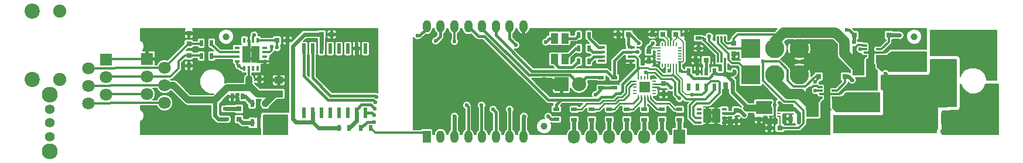
<source format=gtl>
G04 #@! TF.FileFunction,Copper,L1,Top,Signal*
%FSLAX46Y46*%
G04 Gerber Fmt 4.6, Leading zero omitted, Abs format (unit mm)*
G04 Created by KiCad (PCBNEW 4.0.0-rc2-1-stable) date Mardi 07 juin 2016 13:35:49*
%MOMM*%
G01*
G04 APERTURE LIST*
%ADD10C,0.100000*%
%ADD11R,0.600000X1.100000*%
%ADD12C,1.000000*%
%ADD13R,0.600000X1.500000*%
%ADD14R,1.100000X0.400000*%
%ADD15R,0.350000X0.800000*%
%ADD16R,0.800000X0.350000*%
%ADD17R,1.250000X1.250000*%
%ADD18R,0.500000X0.900000*%
%ADD19R,0.900000X0.500000*%
%ADD20R,1.727200X2.032000*%
%ADD21O,1.727200X2.032000*%
%ADD22R,2.032000X2.032000*%
%ADD23O,2.032000X2.032000*%
%ADD24R,2.029460X2.651760*%
%ADD25R,2.499360X1.800860*%
%ADD26R,0.797560X0.797560*%
%ADD27R,1.000000X1.250000*%
%ADD28R,0.750000X0.800000*%
%ADD29R,0.800000X0.750000*%
%ADD30R,1.250000X1.000000*%
%ADD31R,0.500000X0.300000*%
%ADD32R,0.600000X0.600000*%
%ADD33C,1.900000*%
%ADD34C,2.200000*%
%ADD35R,1.100000X1.500000*%
%ADD36R,4.100000X1.850000*%
%ADD37C,1.400000*%
%ADD38C,2.300000*%
%ADD39R,1.200000X1.800000*%
%ADD40O,1.200000X1.800000*%
%ADD41R,0.300000X0.800000*%
%ADD42O,0.550000X0.200000*%
%ADD43O,0.200000X0.550000*%
%ADD44O,0.200000X0.600000*%
%ADD45O,0.600000X0.200000*%
%ADD46R,1.600000X1.600000*%
%ADD47R,0.500000X0.180000*%
%ADD48R,0.300000X0.940000*%
%ADD49R,2.800000X2.800000*%
%ADD50C,2.800000*%
%ADD51C,5.000000*%
%ADD52R,1.800000X1.800000*%
%ADD53C,1.800000*%
%ADD54R,0.700000X0.350000*%
%ADD55R,1.280000X0.980000*%
%ADD56C,0.600000*%
%ADD57C,0.300000*%
%ADD58C,0.400000*%
%ADD59C,0.200000*%
%ADD60C,0.600000*%
%ADD61C,0.800000*%
%ADD62C,0.250000*%
%ADD63C,1.500000*%
%ADD64C,1.000000*%
G04 APERTURE END LIST*
D10*
D11*
X100640049Y12892017D03*
X99390049Y12892017D03*
X98140049Y12892017D03*
X96890049Y12892017D03*
X96890049Y10692017D03*
X98140049Y10692017D03*
X99390049Y10692017D03*
X100640049Y10692017D03*
D12*
X76000000Y5000000D03*
X129500000Y18000000D03*
X30000000Y18000000D03*
D13*
X41220000Y6966000D03*
X42490000Y6966000D03*
X43760000Y6966000D03*
X45030000Y6966000D03*
X46300000Y6966000D03*
X47570000Y6966000D03*
X48840000Y6966000D03*
X50110000Y6966000D03*
X50110000Y16266000D03*
X48840000Y16266000D03*
X47570000Y16266000D03*
X46300000Y16266000D03*
X45030000Y16266000D03*
X43760000Y16266000D03*
X42490000Y16266000D03*
X41220000Y16266000D03*
D14*
X84250032Y16423114D03*
X84250032Y15773114D03*
X84250032Y15123114D03*
X84250032Y14473114D03*
X88550032Y14473114D03*
X88550032Y15123114D03*
X88550032Y15773114D03*
X88550032Y16423114D03*
D15*
X34575000Y17426000D03*
X33925000Y17426000D03*
X33275000Y17426000D03*
X32625000Y17426000D03*
D16*
X31600000Y16401000D03*
X31600000Y15751000D03*
X31600000Y15101000D03*
X31600000Y14451000D03*
D15*
X32625000Y13426000D03*
X33275000Y13426000D03*
X33925000Y13426000D03*
X34575000Y13426000D03*
D16*
X35600000Y14451000D03*
X35600000Y15101000D03*
X35600000Y15751000D03*
X35600000Y16401000D03*
D17*
X32975000Y14801000D03*
X34225000Y14801000D03*
X32975000Y16051000D03*
X34225000Y16051000D03*
D18*
X32384000Y9297000D03*
X30884000Y9297000D03*
D19*
X80319785Y5973775D03*
X80319785Y7473775D03*
X82859785Y5973775D03*
X82859785Y7473775D03*
X85399785Y5973775D03*
X85399785Y7473775D03*
X87939785Y5973775D03*
X87939785Y7473775D03*
X90479785Y5973775D03*
X90479785Y7473775D03*
X93019785Y5973775D03*
X93019785Y7473775D03*
X95559785Y5973775D03*
X95559785Y7473775D03*
D18*
X46300000Y4725000D03*
X47800000Y4725000D03*
X80960032Y14391114D03*
X82460032Y14391114D03*
X80960032Y16296114D03*
X82460032Y16296114D03*
X80960032Y18201114D03*
X82460032Y18201114D03*
D19*
X29956082Y7532196D03*
X29956082Y6032196D03*
X86117000Y10579000D03*
X86117000Y12079000D03*
X84212000Y10579000D03*
X84212000Y12079000D03*
X98309000Y17782000D03*
X98309000Y16282000D03*
X77735000Y5995000D03*
X77735000Y7495000D03*
D18*
X27902000Y17077000D03*
X26402000Y17077000D03*
X27902000Y15172000D03*
X26402000Y15172000D03*
X49438000Y4725000D03*
X50938000Y4725000D03*
D20*
X95559785Y3523775D03*
D21*
X93019785Y3523775D03*
X90479785Y3523775D03*
X87939785Y3523775D03*
X85399785Y3523775D03*
X82859785Y3523775D03*
X80319785Y3523775D03*
D22*
X78497000Y11075000D03*
D23*
X81037000Y11075000D03*
D24*
X133361000Y16843340D03*
X133361000Y12672660D03*
D25*
X130661020Y6155000D03*
X134658980Y6155000D03*
D26*
X31861082Y7531496D03*
X31861082Y6032896D03*
D27*
X114708000Y7425000D03*
X116708000Y7425000D03*
X121365195Y13394513D03*
X123365195Y13394513D03*
D28*
X115708000Y12230000D03*
X115708000Y13730000D03*
D29*
X120800000Y18187000D03*
X122300000Y18187000D03*
X119518000Y12218000D03*
X118018000Y12218000D03*
X125835195Y18220513D03*
X124335195Y18220513D03*
D27*
X118740000Y5106000D03*
X116740000Y5106000D03*
X125323195Y11108513D03*
X123323195Y11108513D03*
D28*
X107019345Y7575587D03*
X107019345Y6075587D03*
D29*
X110067345Y4781587D03*
X108567345Y4781587D03*
D28*
X111591345Y7575587D03*
X111591345Y6075587D03*
D30*
X37576082Y5782196D03*
X37576082Y7782196D03*
X37603000Y9694000D03*
X37603000Y11694000D03*
D28*
X103770000Y7278400D03*
X103770000Y5778400D03*
D29*
X99390049Y14586017D03*
X97890049Y14586017D03*
D28*
X102250049Y12542017D03*
X102250049Y11042017D03*
X93273785Y11168775D03*
X93273785Y9668775D03*
D29*
X93147244Y18318164D03*
X91647244Y18318164D03*
X95052244Y18318164D03*
X96552244Y18318164D03*
D28*
X91128622Y15893164D03*
X91128622Y14393164D03*
D29*
X43760000Y18314000D03*
X45260000Y18314000D03*
X88175032Y18328114D03*
X86675032Y18328114D03*
X34797000Y11837000D03*
X33297000Y11837000D03*
X37361000Y17425000D03*
X38861000Y17425000D03*
D28*
X24612000Y16962000D03*
X24612000Y18462000D03*
X24612000Y15287000D03*
X24612000Y13787000D03*
D31*
X124217504Y15175900D03*
X124217504Y15675900D03*
X124217504Y16175900D03*
X124217504Y16675900D03*
X122417504Y16675900D03*
X122417504Y16175900D03*
X122417504Y15675900D03*
X122417504Y15175900D03*
D32*
X123317504Y16225900D03*
X123317504Y15625900D03*
D31*
X117801000Y9195000D03*
X117801000Y9695000D03*
X117801000Y10195000D03*
X117801000Y10695000D03*
X116001000Y10695000D03*
X116001000Y10195000D03*
X116001000Y9695000D03*
X116001000Y9195000D03*
D32*
X116901000Y10245000D03*
X116901000Y9645000D03*
D33*
X5930000Y21669000D03*
X5930000Y11769000D03*
D34*
X1930000Y21669000D03*
X1930000Y11769000D03*
D35*
X78970032Y17758000D03*
X77470032Y17758000D03*
X77470032Y14758000D03*
X78970032Y14758000D03*
D36*
X128895195Y11056513D03*
X128895195Y14716513D03*
X122312000Y5106000D03*
X122312000Y8766000D03*
D37*
X4500000Y3500000D03*
X4500000Y5500000D03*
X4500000Y7500000D03*
D38*
X4500000Y1400000D03*
X4500000Y9600000D03*
D39*
X59000000Y3500000D03*
D40*
X61000000Y3500000D03*
X63000000Y3500000D03*
X65000000Y3500000D03*
X67000000Y3500000D03*
X69000000Y3500000D03*
X71000000Y3500000D03*
X73000000Y3500000D03*
X73000000Y19500000D03*
X71000000Y19500000D03*
X69000000Y19500000D03*
X67000000Y19500000D03*
X65000000Y19500000D03*
X63000000Y19500000D03*
X61000000Y19500000D03*
X59000000Y19500000D03*
D41*
X102107000Y17705000D03*
X101607000Y17705000D03*
X101107000Y17705000D03*
X100607000Y17705000D03*
X102107000Y14605000D03*
X101607000Y14605000D03*
X101107000Y14605000D03*
X100607000Y14605000D03*
D42*
X95573622Y14343164D03*
D43*
X93073622Y16843164D03*
X95073622Y13843164D03*
D42*
X95573622Y14743164D03*
X95573622Y15143164D03*
X95573622Y15543164D03*
X95573622Y15943164D03*
X95573622Y16343164D03*
D43*
X95073622Y16843164D03*
X94673622Y16843164D03*
X94273622Y16843164D03*
X93873622Y16843164D03*
X93473622Y16843164D03*
D42*
X92573622Y16343164D03*
X92573622Y15943164D03*
X92573622Y15543164D03*
X92573622Y15143164D03*
X92573622Y14743164D03*
X92573622Y14343164D03*
D43*
X93073622Y13843164D03*
X93473622Y13843164D03*
X93873622Y13843164D03*
X94273622Y13843164D03*
X94673622Y13843164D03*
D44*
X89598785Y9253775D03*
X90048785Y9253775D03*
X90498785Y9253775D03*
X90948785Y9253775D03*
X91398785Y9253775D03*
D45*
X91898785Y9753775D03*
X91898785Y10203775D03*
X91898785Y10653775D03*
X91898785Y11103775D03*
X91898785Y11553775D03*
D44*
X91398785Y12053775D03*
X90948785Y12053775D03*
X90498785Y12053775D03*
X90048785Y12053775D03*
X89598785Y12053775D03*
D45*
X89098785Y11553775D03*
X89098785Y11103775D03*
X89098785Y10653775D03*
X89098785Y10203775D03*
X89098785Y9753775D03*
D46*
X90498785Y10653775D03*
D11*
X33766082Y5512196D03*
X35666082Y5512196D03*
X33766082Y8312196D03*
X34716082Y5512196D03*
X35666082Y8312196D03*
D47*
X108731345Y7265587D03*
X108731345Y6865587D03*
X108731345Y6465587D03*
X109931345Y6465587D03*
X109931345Y6865587D03*
X109931345Y7265587D03*
D48*
X109331345Y6865587D03*
D49*
X105858000Y16250000D03*
D50*
X109358000Y16250000D03*
X112858000Y16250000D03*
D49*
X105858000Y12472000D03*
D50*
X109358000Y12472000D03*
X112858000Y12472000D03*
D51*
X139000000Y16500000D03*
X139000000Y6500000D03*
D28*
X103389000Y17032000D03*
X103389000Y15532000D03*
D52*
X12645000Y14664000D03*
D53*
X10105000Y13394000D03*
X12645000Y12124000D03*
X10105000Y10854000D03*
X12645000Y9584000D03*
X10105000Y8314000D03*
D52*
X18553000Y14758000D03*
D53*
X21093000Y13488000D03*
X18553000Y12218000D03*
X21093000Y10948000D03*
X18553000Y9678000D03*
X21093000Y8408000D03*
D54*
X102019000Y5546000D03*
X102019000Y6196000D03*
X102019000Y6846000D03*
X102019000Y7496000D03*
X98419000Y7496000D03*
X98419000Y6846000D03*
X98419000Y6196000D03*
X98419000Y5546000D03*
D55*
X99579000Y7011000D03*
X99579000Y6031000D03*
X100859000Y7011000D03*
X100859000Y6031000D03*
D56*
X103008000Y5360000D03*
X99577590Y15899590D03*
X103389000Y14758000D03*
X21100000Y17100000D03*
X21100000Y15300000D03*
X111136000Y14377000D03*
X136500000Y8750000D03*
X136500000Y7250000D03*
X136500000Y5750000D03*
X136500000Y4250000D03*
X135000000Y4250000D03*
X133500000Y4250000D03*
X114438000Y14377000D03*
X115708000Y14758000D03*
X117486000Y14758000D03*
X117486000Y16282000D03*
X115708000Y16282000D03*
X109358000Y8027000D03*
X102246000Y9931992D03*
X105750000Y6000000D03*
X123328000Y18441000D03*
X123328000Y17425000D03*
X123328000Y15520000D03*
X123328000Y14631000D03*
X123328000Y16536000D03*
X116851000Y13107000D03*
X116851000Y12218000D03*
X116851000Y11329000D03*
X116914500Y10376496D03*
X116914500Y9487498D03*
X116851000Y8662000D03*
X57669000Y16155000D03*
X51192000Y16536000D03*
X38746000Y11710000D03*
X33285000Y18248990D03*
X38834990Y16155000D03*
X36714000Y14377000D03*
X34682000Y6757000D03*
X38834990Y7773000D03*
X73671000Y9805000D03*
X75957000Y11329000D03*
X48906000Y14885000D03*
X73036000Y16028000D03*
X90181000Y16282000D03*
X85482000Y16028000D03*
X96785000Y16028000D03*
X94372000Y8916000D03*
X90356214Y14396766D03*
X91705000Y12153785D03*
X110667355Y5741000D03*
X96785000Y14123000D03*
X108088000Y5741000D03*
X109358000Y5741000D03*
X115581000Y5487000D03*
X116724000Y6249000D03*
X122312000Y10567000D03*
X122312000Y11583000D03*
X120086507Y11046861D03*
X126756996Y17298000D03*
X37349000Y16409000D03*
X31865372Y13710628D03*
X76250000Y17213980D03*
X103448980Y12980000D03*
X51371962Y5639930D03*
X40097736Y5616000D03*
X63047094Y6439786D03*
X73055246Y6439786D03*
X76560071Y6439786D03*
X83450000Y9551000D03*
X95673632Y13062618D03*
X94073612Y13068797D03*
X94295650Y10632660D03*
X105294000Y7646000D03*
X91705000Y17044000D03*
X89673000Y17044000D03*
X104913000Y6630000D03*
X35952000Y4344000D03*
X37716635Y4344000D03*
X135266000Y14250008D03*
X125614000Y4725018D03*
X112786994Y5614000D03*
X125360000Y12599000D03*
X120534000Y11710000D03*
X127392000Y18187000D03*
X107657999Y14377000D03*
X115191135Y11436011D03*
X119772000Y18949000D03*
X115200000Y10186000D03*
X121677000Y16154994D03*
X120788010Y17171000D03*
X136500000Y14250000D03*
X136500000Y15750000D03*
X136500000Y17250000D03*
X136500000Y18750000D03*
X135000000Y18750000D03*
X133500000Y18750000D03*
X132000000Y18750000D03*
X99198000Y17552000D03*
X71893000Y16790000D03*
X97420000Y9551000D03*
X95514994Y9043000D03*
X89546000Y15774000D03*
X90689000Y12837990D03*
X64781000Y8039806D03*
X51525759Y7518567D03*
X66940000Y8039806D03*
X51581293Y8452995D03*
X68591000Y7439796D03*
X51446000Y6616010D03*
X71004000Y7439796D03*
X51746980Y9277271D03*
X99833000Y18060000D03*
X63003000Y17298000D03*
X36564534Y16565893D03*
X60336000Y17359990D03*
X57663782Y18132014D03*
X34084997Y18246087D03*
D57*
X24612000Y15287000D02*
X26287000Y15287000D01*
X26287000Y15287000D02*
X26402000Y15172000D01*
X24035000Y15287000D02*
X24612000Y15287000D01*
X12645000Y12124000D02*
X12739000Y12218000D01*
X12739000Y12218000D02*
X18553000Y12218000D01*
X18553000Y12218000D02*
X21982000Y12218000D01*
X21982000Y12218000D02*
X23125000Y13361000D01*
X23125000Y13361000D02*
X23125000Y14377000D01*
X23125000Y14377000D02*
X24035000Y15287000D01*
D58*
X103770000Y5778400D02*
X103426400Y5778400D01*
X103426400Y5778400D02*
X103008000Y5360000D01*
X102019000Y6196000D02*
X102019000Y5995000D01*
X102019000Y5995000D02*
X102019000Y5546000D01*
X103770000Y5778400D02*
X102235600Y5778400D01*
X102235600Y5778400D02*
X102019000Y5995000D01*
D57*
X100607000Y17705000D02*
X100607000Y18405000D01*
X100607000Y18405000D02*
X100063000Y18949000D01*
X100063000Y18949000D02*
X97183080Y18949000D01*
X98309000Y16282000D02*
X99195180Y16282000D01*
X99195180Y16282000D02*
X99577590Y15899590D01*
X100607000Y14605000D02*
X100607000Y14870180D01*
X100607000Y14870180D02*
X99577590Y15899590D01*
X103389000Y15532000D02*
X103389000Y14758000D01*
D58*
X18553000Y14758000D02*
X20558000Y14758000D01*
X20558000Y14758000D02*
X21100000Y15300000D01*
D57*
X114438000Y14377000D02*
X111136000Y14377000D01*
X136500000Y5750000D02*
X136500000Y7250000D01*
X135000000Y4250000D02*
X136500000Y4250000D01*
X134658980Y6155000D02*
X134658980Y5408980D01*
X134658980Y5408980D02*
X133500000Y4250000D01*
X112858000Y16250000D02*
X112858000Y15957000D01*
X112858000Y15957000D02*
X114438000Y14377000D01*
X117486000Y16282000D02*
X117486000Y14758000D01*
X115708000Y14758000D02*
X114819000Y14758000D01*
X114819000Y14758000D02*
X114438000Y14377000D01*
X115676000Y16250000D02*
X115708000Y16282000D01*
D59*
X109331345Y6865587D02*
X109331345Y8000345D01*
X109331345Y8000345D02*
X109358000Y8027000D01*
D60*
X102250049Y9936041D02*
X102246000Y9931992D01*
X102250049Y11042017D02*
X102250049Y9936041D01*
D58*
X107019345Y6075587D02*
X105825587Y6075587D01*
X105825587Y6075587D02*
X105750000Y6000000D01*
X134658980Y6155000D02*
X135405000Y6155000D01*
D57*
X124217504Y15675900D02*
X123483900Y15675900D01*
X123483900Y15675900D02*
X123328000Y15520000D01*
X122417504Y15675900D02*
X123172100Y15675900D01*
X123172100Y15675900D02*
X123328000Y15520000D01*
D61*
X123328000Y17425000D02*
X123328000Y18441000D01*
X123328000Y16536000D02*
X123328000Y17425000D01*
X123328000Y16536000D02*
X123328000Y15520000D01*
X123328000Y14631000D02*
X123328000Y15520000D01*
X123328000Y14631000D02*
X123328000Y13431708D01*
X123328000Y13431708D02*
X123365195Y13394513D01*
D57*
X117801000Y10695000D02*
X117233004Y10695000D01*
X117233004Y10695000D02*
X116914500Y10376496D01*
X117801000Y9695000D02*
X117122002Y9695000D01*
X117122002Y9695000D02*
X116914500Y9487498D01*
X116001000Y9695000D02*
X116706998Y9695000D01*
X116706998Y9695000D02*
X116914500Y9487498D01*
D61*
X116851000Y12218000D02*
X116851000Y13107000D01*
X116851000Y11329000D02*
X116851000Y12218000D01*
X116914500Y10376496D02*
X116914500Y11265500D01*
X116914500Y11265500D02*
X116851000Y11329000D01*
X116914500Y9487498D02*
X116914500Y10376496D01*
X116851000Y9423998D02*
X116914500Y9487498D01*
X116851000Y8662000D02*
X116851000Y9423998D01*
X116708000Y7425000D02*
X116708000Y8519000D01*
X116708000Y8519000D02*
X116851000Y8662000D01*
D58*
X37603000Y11694000D02*
X38730000Y11694000D01*
X38730000Y11694000D02*
X38746000Y11710000D01*
D57*
X33275000Y17426000D02*
X33275000Y18238990D01*
X33275000Y18238990D02*
X33285000Y18248990D01*
X38861000Y17425000D02*
X38861000Y16181010D01*
X38861000Y16181010D02*
X38834990Y16155000D01*
X35600000Y14451000D02*
X36640000Y14451000D01*
X36640000Y14451000D02*
X36714000Y14377000D01*
D58*
X35600000Y14451000D02*
X34575000Y14451000D01*
X34575000Y14451000D02*
X34225000Y14801000D01*
X33275000Y17426000D02*
X33275000Y16351000D01*
X33275000Y16351000D02*
X32975000Y16051000D01*
D62*
X34716082Y5512196D02*
X34716082Y6722918D01*
X34716082Y6722918D02*
X34682000Y6757000D01*
X37576082Y7782196D02*
X38825794Y7782196D01*
X38825794Y7782196D02*
X38834990Y7773000D01*
D63*
X78497000Y11075000D02*
X76211000Y11075000D01*
X76211000Y11075000D02*
X75957000Y11329000D01*
D60*
X48840000Y16266000D02*
X48840000Y14951000D01*
X48840000Y14951000D02*
X48906000Y14885000D01*
D57*
X73000000Y19500000D02*
X73000000Y16064000D01*
X73000000Y16064000D02*
X73036000Y16028000D01*
D62*
X96552244Y18318164D02*
X97183080Y18949000D01*
D58*
X90435000Y17905920D02*
X90435000Y16693165D01*
X90435000Y16693165D02*
X90181000Y16439165D01*
X90181000Y16439165D02*
X90181000Y16282000D01*
X91647244Y18318164D02*
X90847244Y18318164D01*
X90847244Y18318164D02*
X90435000Y17905920D01*
D60*
X86675032Y18328114D02*
X86675032Y17221032D01*
X86675032Y17221032D02*
X85482000Y16028000D01*
X96785000Y18085408D02*
X96785000Y16028000D01*
D59*
X93273785Y9668775D02*
X93619225Y9668775D01*
X93619225Y9668775D02*
X94372000Y8916000D01*
X108731345Y6465587D02*
X109181345Y6465587D01*
X109181345Y6465587D02*
X109331345Y6615587D01*
X109331345Y6615587D02*
X109331345Y6865587D01*
D62*
X90359816Y14393164D02*
X90356214Y14396766D01*
X91128622Y14393164D02*
X90359816Y14393164D01*
D59*
X92848000Y13234000D02*
X92573622Y13508378D01*
X92573622Y13508378D02*
X92573622Y14343164D01*
X93339458Y13234000D02*
X92848000Y13234000D01*
X93473622Y13843164D02*
X93473622Y13368164D01*
X93473622Y13368164D02*
X93339458Y13234000D01*
X92573622Y14343164D02*
X92573622Y13636788D01*
X91398785Y12053775D02*
X91604990Y12053775D01*
X91604990Y12053775D02*
X91705000Y12153785D01*
D57*
X96552244Y18318164D02*
X96785000Y18085408D01*
X96785000Y18085408D02*
X96785000Y17044000D01*
X111591345Y6075587D02*
X111001942Y6075587D01*
X111001942Y6075587D02*
X110667355Y5741000D01*
D59*
X94273622Y16843164D02*
X94273622Y18539378D01*
X94273622Y18539378D02*
X93737000Y19076000D01*
X93737000Y19076000D02*
X92213000Y19076000D01*
X92213000Y19076000D02*
X91647244Y18510244D01*
X91647244Y18510244D02*
X91647244Y18318164D01*
D57*
X97890049Y14586017D02*
X97248017Y14586017D01*
X97248017Y14586017D02*
X96785000Y14123000D01*
D59*
X93190214Y17601572D02*
X92390214Y17601572D01*
X91673622Y18318164D02*
X91648622Y18318164D01*
X92390214Y17601572D02*
X91673622Y18318164D01*
X93473622Y16843164D02*
X93473622Y17318164D01*
X93473622Y17318164D02*
X93190214Y17601572D01*
X92573622Y14343164D02*
X91178622Y14343164D01*
X91178622Y14343164D02*
X91128622Y14393164D01*
D58*
X98140049Y12892017D02*
X98140049Y14336017D01*
X98140049Y14336017D02*
X97890049Y14586017D01*
D62*
X93273785Y9668775D02*
X93166929Y9668775D01*
X91898785Y10653775D02*
X92288785Y10653775D01*
D60*
X107019345Y6075587D02*
X107753413Y6075587D01*
X107753413Y6075587D02*
X108088000Y5741000D01*
X108567345Y4781587D02*
X108567345Y5261655D01*
X108567345Y5261655D02*
X108088000Y5741000D01*
D59*
X109331345Y6865587D02*
X109331345Y5767655D01*
X109331345Y5767655D02*
X109358000Y5741000D01*
D60*
X116740000Y5106000D02*
X116740000Y6233000D01*
X116740000Y6233000D02*
X116724000Y6249000D01*
X123323195Y11108513D02*
X122853513Y11108513D01*
X122853513Y11108513D02*
X122312000Y10567000D01*
X123323195Y11108513D02*
X122786487Y11108513D01*
X122786487Y11108513D02*
X122312000Y11583000D01*
D57*
X117801000Y9695000D02*
X118734646Y9695000D01*
X118734646Y9695000D02*
X120086507Y11046861D01*
X126456997Y16998001D02*
X126756996Y17298000D01*
X125134896Y15675900D02*
X126456997Y16998001D01*
X124217504Y15675900D02*
X125134896Y15675900D01*
X102250049Y11042017D02*
X102278983Y11042017D01*
X18553000Y14758000D02*
X12739000Y14758000D01*
X12739000Y14758000D02*
X12645000Y14664000D01*
X21093000Y13488000D02*
X14012000Y13488000D01*
X14012000Y13488000D02*
X14000000Y13500000D01*
X14000000Y13500000D02*
X13894000Y13394000D01*
X13894000Y13394000D02*
X11377792Y13394000D01*
X11377792Y13394000D02*
X10105000Y13394000D01*
X24612000Y16962000D02*
X26287000Y16962000D01*
X26287000Y16962000D02*
X26402000Y17077000D01*
X24567000Y16962000D02*
X24612000Y16962000D01*
X21093000Y13488000D02*
X24567000Y16962000D01*
X37349000Y16409000D02*
X37349000Y17413000D01*
X37349000Y17413000D02*
X37361000Y17425000D01*
X31865372Y13710628D02*
X32150000Y13426000D01*
X31600000Y14451000D02*
X31600000Y13976000D01*
X31600000Y13976000D02*
X31865372Y13710628D01*
X32150000Y13426000D02*
X32625000Y13426000D01*
X34575000Y17426000D02*
X37360000Y17426000D01*
X37360000Y17426000D02*
X37361000Y17425000D01*
X21093000Y10948000D02*
X13319002Y10948000D01*
X13319002Y10948000D02*
X13225002Y10854000D01*
X13225002Y10854000D02*
X11377792Y10854000D01*
X11377792Y10854000D02*
X10105000Y10854000D01*
D64*
X21093000Y10948000D02*
X22365792Y10948000D01*
X22365792Y10948000D02*
X24524792Y8789000D01*
D60*
X29956082Y6032196D02*
X28906082Y6032196D01*
X28906082Y6032196D02*
X28415998Y6522280D01*
X28415998Y6522280D02*
X28415998Y8789000D01*
D64*
X33297000Y11837000D02*
X33297000Y10931278D01*
X33297000Y10931278D02*
X33661278Y10567000D01*
X37603000Y9694000D02*
X37047886Y9694000D01*
X37047886Y9694000D02*
X35666082Y8312196D01*
X30193998Y10567000D02*
X33661278Y10567000D01*
X34534278Y9694000D02*
X37603000Y9694000D01*
X24524792Y8789000D02*
X28415998Y8789000D01*
X33661278Y10567000D02*
X34534278Y9694000D01*
X28415998Y8789000D02*
X30193998Y10567000D01*
D57*
X33297000Y11837000D02*
X33297000Y13404000D01*
X33297000Y13404000D02*
X33275000Y13426000D01*
D58*
X99832937Y11982029D02*
X100640049Y12789141D01*
X97550037Y11982029D02*
X99832937Y11982029D01*
X96890049Y12642017D02*
X97550037Y11982029D01*
X96890049Y12892017D02*
X96890049Y12642017D01*
X100640049Y12789141D02*
X100640049Y12892017D01*
D57*
X102107000Y14605000D02*
X102107000Y12685066D01*
X102107000Y12685066D02*
X102250049Y12542017D01*
D58*
X76250000Y17213980D02*
X76250000Y17250000D01*
X76250000Y17250000D02*
X76750000Y17750000D01*
X77462032Y17750000D02*
X77470032Y17758000D01*
X76750000Y17750000D02*
X77462032Y17750000D01*
D60*
X103448980Y12765948D02*
X103448980Y12980000D01*
X103225049Y12542017D02*
X103448980Y12765948D01*
X102250049Y12542017D02*
X103225049Y12542017D01*
X105294000Y7646000D02*
X105294000Y7900000D01*
X105294000Y7900000D02*
X103225049Y9968951D01*
X103225049Y9968951D02*
X103225049Y11542017D01*
X103225049Y11542017D02*
X102250049Y12517017D01*
X102250049Y12517017D02*
X102250049Y12542017D01*
D58*
X49438000Y4725000D02*
X50352930Y5639930D01*
X50352930Y5639930D02*
X51371962Y5639930D01*
D60*
X46300000Y4725000D02*
X43381000Y4725000D01*
X43381000Y4725000D02*
X42490000Y5616000D01*
X39635000Y16631002D02*
X39635000Y6078736D01*
X39635000Y6078736D02*
X40097736Y5616000D01*
X40097736Y5616000D02*
X42490000Y5616000D01*
X43760000Y18314000D02*
X41317998Y18314000D01*
X41317998Y18314000D02*
X39635000Y16631002D01*
X42490000Y6966000D02*
X42490000Y5616000D01*
X43760000Y18314000D02*
X43760000Y16266000D01*
X63000000Y3500000D02*
X63000000Y6392692D01*
X63000000Y6392692D02*
X63047094Y6439786D01*
X73000000Y3500000D02*
X73000000Y6384540D01*
X73000000Y6384540D02*
X73055246Y6439786D01*
D58*
X77735000Y5995000D02*
X77004857Y5995000D01*
X77004857Y5995000D02*
X76560071Y6439786D01*
X84212000Y10579000D02*
X84212000Y10313000D01*
X84212000Y10313000D02*
X83450000Y9551000D01*
X85863000Y10579000D02*
X83958000Y10579000D01*
D57*
X96890049Y12892017D02*
X95844233Y12892017D01*
X95844233Y12892017D02*
X95673632Y13062618D01*
D58*
X91070000Y16409000D02*
X91405001Y16744001D01*
X91070000Y15951786D02*
X91070000Y16409000D01*
X91405001Y16744001D02*
X91705000Y17044000D01*
X88175032Y18328114D02*
X88388886Y18328114D01*
X88388886Y18328114D02*
X89673000Y17044000D01*
D59*
X95573622Y14343164D02*
X95989164Y14343164D01*
X95989164Y14343164D02*
X96150000Y14504000D01*
X96150000Y14504000D02*
X96150000Y17171000D01*
X96150000Y17171000D02*
X95052244Y18268756D01*
X95052244Y18268756D02*
X95052244Y18318164D01*
D57*
X96890049Y12892017D02*
X95983983Y12892017D01*
X95983983Y12892017D02*
X95573622Y13302378D01*
X95573622Y13302378D02*
X95573622Y14293163D01*
D59*
X94273622Y13843164D02*
X94273622Y13268807D01*
X94273622Y13268807D02*
X94073612Y13068797D01*
D58*
X93273785Y11168775D02*
X93759535Y11168775D01*
X93759535Y11168775D02*
X94295650Y10632660D01*
D64*
X107019345Y7575587D02*
X106948932Y7646000D01*
X106948932Y7646000D02*
X105294000Y7646000D01*
X107019345Y7575587D02*
X107019345Y7600587D01*
D58*
X88175032Y18328114D02*
X88175032Y16798114D01*
X88175032Y16798114D02*
X88550032Y16423114D01*
D59*
X94673622Y16843164D02*
X94673622Y17349950D01*
X94673622Y17349950D02*
X95064244Y17740572D01*
X95064244Y17740572D02*
X95064244Y18318164D01*
X92573622Y16343164D02*
X91578622Y16343164D01*
X91578622Y16343164D02*
X91128622Y15893164D01*
D58*
X100990049Y12542017D02*
X100640049Y12892017D01*
D62*
X91898785Y11103775D02*
X93208785Y11103775D01*
X93208785Y11103775D02*
X93273785Y11168775D01*
D58*
X102250049Y12542017D02*
X100990049Y12542017D01*
D59*
X93873622Y16843164D02*
X93873622Y17510194D01*
X93873622Y17510194D02*
X93148622Y18235194D01*
X93148622Y18235194D02*
X93148622Y18318164D01*
D58*
X99390049Y12892017D02*
X99390049Y14586017D01*
X102019000Y6846000D02*
X103337600Y6846000D01*
X103337600Y6846000D02*
X103770000Y7278400D01*
D60*
X104264600Y7278400D02*
X104913000Y6630000D01*
X103770000Y7278400D02*
X104264600Y7278400D01*
D57*
X21093000Y8408000D02*
X13319002Y8408000D01*
X13319002Y8408000D02*
X13225002Y8314000D01*
X13225002Y8314000D02*
X11305000Y8314000D01*
X11305000Y8314000D02*
X10105000Y8314000D01*
D60*
X135266000Y13825744D02*
X135266000Y14250008D01*
X135266000Y12962930D02*
X135266000Y13825744D01*
X134975730Y12672660D02*
X135266000Y12962930D01*
X133361000Y12672660D02*
X134975730Y12672660D01*
D64*
X125913999Y5025017D02*
X125614000Y4725018D01*
X127043982Y6155000D02*
X125913999Y5025017D01*
X130661020Y6155000D02*
X127043982Y6155000D01*
D62*
X35666082Y5512196D02*
X35666082Y4629918D01*
X35666082Y4629918D02*
X35952000Y4344000D01*
D64*
X37576082Y5782196D02*
X37576082Y4484553D01*
X37576082Y4484553D02*
X37716635Y4344000D01*
D60*
X37576082Y5782196D02*
X35936082Y5782196D01*
X35936082Y5782196D02*
X35666082Y5512196D01*
X112786994Y6884006D02*
X112786994Y5614000D01*
X111591345Y7575587D02*
X112095413Y7575587D01*
X112095413Y7575587D02*
X112786994Y6884006D01*
X125360000Y12599000D02*
X125360000Y11145318D01*
X125360000Y11145318D02*
X125323195Y11108513D01*
X119518000Y12218000D02*
X120026000Y12218000D01*
X120026000Y12218000D02*
X120534000Y11710000D01*
D57*
X117801000Y10195000D02*
X118351000Y10195000D01*
X118351000Y10195000D02*
X119518000Y11362000D01*
X119518000Y11362000D02*
X119518000Y11543000D01*
X119518000Y11543000D02*
X119518000Y12218000D01*
D60*
X125835195Y18220513D02*
X127358487Y18220513D01*
X127358487Y18220513D02*
X127392000Y18187000D01*
D57*
X125835195Y17545513D02*
X125835195Y18220513D01*
X125835195Y17243591D02*
X125835195Y17545513D01*
X124217504Y16175900D02*
X124767504Y16175900D01*
X124767504Y16175900D02*
X125835195Y17243591D01*
X18553000Y9678000D02*
X12739000Y9678000D01*
X12739000Y9678000D02*
X12645000Y9584000D01*
X107657999Y14377000D02*
X109969002Y14377000D01*
X115212000Y12230000D02*
X115708000Y12230000D01*
X109969002Y14377000D02*
X111157999Y13188003D01*
X111157999Y11655999D02*
X112041999Y10771999D01*
X111157999Y13188003D02*
X111157999Y11655999D01*
X112041999Y10771999D02*
X113753999Y10771999D01*
X113753999Y10771999D02*
X115212000Y12230000D01*
X115708000Y12230000D02*
X115708000Y11952876D01*
X115708000Y11952876D02*
X115191135Y11436011D01*
X113487008Y7326992D02*
X113487008Y5465472D01*
X110767345Y4781587D02*
X110067345Y4781587D01*
X113487008Y5465472D02*
X112803123Y4781587D01*
X112803123Y4781587D02*
X110767345Y4781587D01*
X112236011Y8577989D02*
X113487008Y7326992D01*
X107657999Y14377000D02*
X107657999Y11632001D01*
X107657999Y11632001D02*
X110712011Y8577989D01*
X110712011Y8577989D02*
X112236011Y8577989D01*
D58*
X119772000Y18949000D02*
X120038000Y18949000D01*
D59*
X109931345Y6465587D02*
X110067345Y6329587D01*
X110067345Y6329587D02*
X110067345Y4781587D01*
D58*
X120800000Y18187000D02*
X120800000Y17182990D01*
X120800000Y17182990D02*
X120788010Y17171000D01*
X120038000Y18949000D02*
X120800000Y18187000D01*
D57*
X116001000Y10195000D02*
X115209000Y10195000D01*
X115209000Y10195000D02*
X115200000Y10186000D01*
X121697906Y16175900D02*
X121677000Y16154994D01*
X122417504Y16175900D02*
X121697906Y16175900D01*
X120788010Y17171000D02*
X120788010Y18175010D01*
X120788010Y18175010D02*
X120800000Y18187000D01*
X102107000Y17310000D02*
X102385000Y17032000D01*
X102385000Y17032000D02*
X103389000Y17032000D01*
X102107000Y17705000D02*
X102107000Y17310000D01*
X103389000Y17032000D02*
X103389000Y17732000D01*
X103389000Y17732000D02*
X103971000Y18314000D01*
X103971000Y18314000D02*
X109358000Y18314000D01*
D62*
X109358000Y18314000D02*
X109866000Y17806000D01*
D63*
X109358000Y17298000D02*
X109866000Y17806000D01*
X109866000Y17806000D02*
X110628000Y18568000D01*
X109358000Y16250000D02*
X109358000Y17298000D01*
X119391000Y17298000D02*
X119391000Y15493708D01*
X119391000Y15493708D02*
X121365195Y13519513D01*
X110628000Y18568000D02*
X117994000Y18568000D01*
X117994000Y18568000D02*
X118062000Y18500000D01*
X118062000Y18500000D02*
X118189000Y18500000D01*
X118189000Y18500000D02*
X119391000Y17298000D01*
X121365195Y13519513D02*
X121365195Y13394513D01*
D57*
X122417504Y16675900D02*
X122118096Y16675900D01*
X122118096Y16675900D02*
X121989001Y16804995D01*
X121989001Y16804995D02*
X121364999Y16804995D01*
X121364999Y16804995D02*
X121026999Y16466995D01*
X121026999Y16466995D02*
X121026999Y15842993D01*
X121694092Y15175900D02*
X121867504Y15175900D01*
X121026999Y15842993D02*
X121694092Y15175900D01*
X121867504Y15175900D02*
X122417504Y15175900D01*
D63*
X114708000Y7425000D02*
X114708000Y8011000D01*
X111263000Y9678000D02*
X109358000Y11583000D01*
X114708000Y8011000D02*
X113041000Y9678000D01*
X113041000Y9678000D02*
X111263000Y9678000D01*
X109358000Y11583000D02*
X109358000Y12472000D01*
D57*
X116001000Y10695000D02*
X115653002Y10695000D01*
X115653002Y10695000D02*
X115512001Y10836001D01*
X115512001Y10836001D02*
X114887999Y10836001D01*
X114887999Y10836001D02*
X114549999Y10498001D01*
X114549999Y10498001D02*
X114549999Y9873999D01*
X114549999Y9873999D02*
X115228998Y9195000D01*
X115228998Y9195000D02*
X115451000Y9195000D01*
X115451000Y9195000D02*
X116001000Y9195000D01*
D60*
X29956082Y7532196D02*
X31860382Y7532196D01*
X31860382Y7532196D02*
X31861082Y7531496D01*
X33766082Y5512196D02*
X32381782Y5512196D01*
X32381782Y5512196D02*
X31861082Y6032896D01*
D58*
X77470032Y14133968D02*
X77470032Y14758000D01*
X78062977Y13541023D02*
X77470032Y14133968D01*
X80924114Y14391114D02*
X80074023Y13541023D01*
X80960032Y14391114D02*
X80924114Y14391114D01*
X80074023Y13541023D02*
X78062977Y13541023D01*
X80960032Y16296114D02*
X80508146Y16296114D01*
X80508146Y16296114D02*
X78970032Y14758000D01*
X80924114Y16296114D02*
X80960032Y16296114D01*
D57*
X136500000Y17250000D02*
X136500000Y15750000D01*
X133361000Y16843340D02*
X133361000Y17389000D01*
X133361000Y17389000D02*
X132000000Y18750000D01*
D58*
X139000000Y16500000D02*
X138750000Y16500000D01*
X83958000Y12079000D02*
X83946001Y12090999D01*
X83946001Y12090999D02*
X82052999Y12090999D01*
X82052999Y12090999D02*
X81037000Y11075000D01*
X80021001Y12090999D02*
X81037000Y11075000D01*
X79670999Y12441001D02*
X80021001Y12090999D01*
X67000000Y19500000D02*
X67000000Y19200000D01*
X73758999Y12441001D02*
X79670999Y12441001D01*
X67000000Y19200000D02*
X73758999Y12441001D01*
D57*
X102530589Y16250000D02*
X104158000Y16250000D01*
X101607000Y17173589D02*
X102530589Y16250000D01*
X104158000Y16250000D02*
X105858000Y16250000D01*
X101607000Y17705000D02*
X101607000Y17173589D01*
D62*
X105858000Y16250000D02*
X103555000Y16250000D01*
D57*
X104172002Y14157998D02*
X105858000Y12472000D01*
X102627000Y14631996D02*
X103100998Y14157998D01*
X102627000Y15485000D02*
X102627000Y14631996D01*
X101107000Y17005000D02*
X102627000Y15485000D01*
X101107000Y17705000D02*
X101107000Y17005000D01*
X103100998Y14157998D02*
X104172002Y14157998D01*
D62*
X105858000Y12472000D02*
X105802000Y12472000D01*
D60*
X95559785Y3523775D02*
X95559785Y5973775D01*
X93019785Y5973775D02*
X93019785Y3523775D01*
X90479785Y5973775D02*
X90479785Y3523775D01*
X87939785Y5973775D02*
X87939785Y3523775D01*
X85399785Y5973775D02*
X85399785Y3523775D01*
X82859785Y5973775D02*
X82859785Y3523775D01*
X80319785Y5973775D02*
X80319785Y3523775D01*
D57*
X50938000Y4725000D02*
X51573000Y4090000D01*
X51573000Y4090000D02*
X58710000Y4090000D01*
X58710000Y4090000D02*
X59000000Y3800000D01*
X59000000Y3800000D02*
X59000000Y3500000D01*
D58*
X59000000Y3648000D02*
X59000000Y3500000D01*
D57*
X31600000Y15101000D02*
X27973000Y15101000D01*
X27973000Y15101000D02*
X27902000Y15172000D01*
X31600000Y15751000D02*
X29028000Y15751000D01*
X29028000Y15751000D02*
X27902000Y16877000D01*
X27902000Y16877000D02*
X27902000Y17077000D01*
X97928000Y8916000D02*
X99325000Y8916000D01*
X99325000Y8916000D02*
X100640049Y10231049D01*
X100640049Y10231049D02*
X100640049Y10692017D01*
X97547000Y8916000D02*
X97928000Y8916000D01*
X97547000Y8535000D02*
X97928000Y8916000D01*
X98419000Y5546000D02*
X97769000Y5546000D01*
X97769000Y5546000D02*
X97039000Y6276000D01*
X97039000Y6276000D02*
X97039000Y8027000D01*
X97039000Y8027000D02*
X97547000Y8535000D01*
X96530002Y8916000D02*
X97547000Y8916000D01*
X94679213Y12418787D02*
X95515000Y11583000D01*
X95515000Y11583000D02*
X95515000Y9931002D01*
X95515000Y9931002D02*
X96530002Y8916000D01*
D58*
X79231659Y8817785D02*
X76563215Y8817785D01*
X76563215Y8817785D02*
X67321000Y18060000D01*
X67321000Y18060000D02*
X66440000Y18060000D01*
X83846319Y8817785D02*
X79231659Y8817785D01*
X78407785Y8817785D02*
X79231659Y8817785D01*
X84296328Y9267794D02*
X83846319Y8817785D01*
X85878509Y9267795D02*
X84296328Y9267794D01*
X66440000Y18060000D02*
X65000000Y19500000D01*
X77735000Y7495000D02*
X77735000Y8145000D01*
X77735000Y8145000D02*
X78407785Y8817785D01*
D57*
X88550032Y15123114D02*
X89149998Y15123114D01*
X89149998Y15123114D02*
X89546000Y14727112D01*
X89546000Y14727112D02*
X89546000Y13584506D01*
X89546000Y13584506D02*
X89667515Y13462991D01*
D62*
X89667515Y13462991D02*
X90989001Y13462991D01*
X90989001Y13462991D02*
X91163992Y13288000D01*
X91163992Y13288000D02*
X92132198Y13287999D01*
X92132198Y13287999D02*
X93026413Y12393784D01*
X93026413Y12393784D02*
X94654210Y12393784D01*
X94654210Y12393784D02*
X94679213Y12418787D01*
D59*
X89598785Y12053775D02*
X89598785Y13394261D01*
X89598785Y13394261D02*
X89667515Y13462991D01*
D58*
X89667515Y13462991D02*
X87300980Y11096456D01*
X86374733Y9764019D02*
X85878509Y9267795D01*
X87300980Y11096456D02*
X87300980Y10080456D01*
X87300980Y10080456D02*
X86984544Y9764020D01*
X86984544Y9764020D02*
X86374733Y9764019D01*
D62*
X94445787Y12418787D02*
X94679213Y12418787D01*
D59*
X94673622Y13843164D02*
X94673622Y12646622D01*
X94673622Y12646622D02*
X94445787Y12418787D01*
X94445787Y12418787D02*
X94135897Y12418787D01*
D57*
X98309000Y17782000D02*
X98968000Y17782000D01*
X98968000Y17782000D02*
X99198000Y17552000D01*
X99198000Y17552000D02*
X99198000Y17387587D01*
X99198000Y17387587D02*
X101107000Y15478587D01*
X101107000Y15478587D02*
X101107000Y15305000D01*
X101107000Y15305000D02*
X101107000Y14605000D01*
D58*
X71593001Y17089999D02*
X71893000Y16790000D01*
X71000000Y17683000D02*
X71593001Y17089999D01*
X71000000Y19500000D02*
X71000000Y17683000D01*
D57*
X99390049Y10692017D02*
X99390049Y10124049D01*
X99390049Y10124049D02*
X98817000Y9551000D01*
X98817000Y9551000D02*
X97844264Y9551000D01*
X97844264Y9551000D02*
X97420000Y9551000D01*
X99390049Y10692017D02*
X99392032Y10694000D01*
X99392032Y10694000D02*
X99452000Y10694000D01*
X99452000Y10694000D02*
X99452000Y10893970D01*
X99452000Y10893970D02*
X100100048Y11542018D01*
X100100048Y11542018D02*
X101180050Y11542018D01*
X101180050Y11542018D02*
X101357000Y11365068D01*
X101357000Y11365068D02*
X101357000Y9805000D01*
X101357000Y9805000D02*
X99833000Y8281000D01*
X99833000Y8281000D02*
X98055000Y8281000D01*
X98055000Y8281000D02*
X97547000Y7773000D01*
X97547000Y7773000D02*
X97547000Y6503000D01*
X97547000Y6503000D02*
X97854000Y6196000D01*
X97854000Y6196000D02*
X98419000Y6196000D01*
D59*
X95073622Y13843164D02*
X95073622Y12660789D01*
X95073622Y12660789D02*
X95965011Y11769400D01*
X95965011Y11769400D02*
X95965011Y10116989D01*
X95965011Y10116989D02*
X96531000Y9551000D01*
X96531000Y9551000D02*
X96995736Y9551000D01*
X96995736Y9551000D02*
X97420000Y9551000D01*
D57*
X95214995Y9342999D02*
X95514994Y9043000D01*
X94960999Y9596995D02*
X95214995Y9342999D01*
X94417224Y11918776D02*
X94960999Y11375001D01*
X94960999Y11375001D02*
X94960999Y9596995D01*
D58*
X69000000Y19500000D02*
X69000000Y18200000D01*
X69000000Y18200000D02*
X74208988Y12991012D01*
X74208988Y12991012D02*
X85004988Y12991012D01*
X85004988Y12991012D02*
X85917000Y12079000D01*
X86117000Y12079000D02*
X86117000Y14504000D01*
X86117000Y14504000D02*
X87386114Y15773114D01*
X87386114Y15773114D02*
X87401490Y15773114D01*
X87401490Y15773114D02*
X88550032Y15773114D01*
D57*
X88550032Y15773114D02*
X89545114Y15773114D01*
X89545114Y15773114D02*
X89546000Y15774000D01*
D62*
X90689000Y12837990D02*
X91945797Y12837990D01*
X91945797Y12837990D02*
X92865011Y11918776D01*
X92865011Y11918776D02*
X94417224Y11918776D01*
D59*
X90948785Y12604785D02*
X90922205Y12604785D01*
X90922205Y12604785D02*
X90689000Y12837990D01*
X90948785Y12053775D02*
X90948785Y12604785D01*
D58*
X84250032Y16423114D02*
X83816886Y16423114D01*
X83816886Y16423114D02*
X82460032Y17779968D01*
X82460032Y17779968D02*
X82460032Y18201114D01*
X84250032Y15773114D02*
X82983032Y15773114D01*
X82983032Y15773114D02*
X82460032Y16296114D01*
X84250032Y15123114D02*
X83192032Y15123114D01*
X83192032Y15123114D02*
X82460032Y14391114D01*
X64781000Y8039806D02*
X65000000Y7820806D01*
X65000000Y7820806D02*
X65000000Y7058806D01*
X65000000Y7058806D02*
X65000000Y3500000D01*
X48840000Y6966000D02*
X48840000Y7416000D01*
X50928325Y8116001D02*
X51525759Y7518567D01*
X48840000Y7416000D02*
X49540001Y8116001D01*
X49540001Y8116001D02*
X50928325Y8116001D01*
D60*
X47800000Y4725000D02*
X48840000Y5765000D01*
X48840000Y5765000D02*
X48840000Y6966000D01*
D62*
X91398785Y9253775D02*
X91398785Y9031185D01*
X94040785Y8292775D02*
X94859785Y7473775D01*
X91398785Y9031185D02*
X92137195Y8292775D01*
X92137195Y8292775D02*
X94040785Y8292775D01*
X94859785Y7473775D02*
X95559785Y7473775D01*
X90948785Y9253775D02*
X90948785Y8844775D01*
X90948785Y8844775D02*
X92319785Y7473775D01*
X92319785Y7473775D02*
X93019785Y7473775D01*
X90498785Y9253775D02*
X90498785Y7492775D01*
X90498785Y7492775D02*
X90479785Y7473775D01*
X90048785Y9253775D02*
X90048785Y8703775D01*
X90048785Y8703775D02*
X88818785Y7473775D01*
X88818785Y7473775D02*
X88639785Y7473775D01*
X88639785Y7473775D02*
X87939785Y7473775D01*
X88837785Y8292775D02*
X86918785Y8292775D01*
X86918785Y8292775D02*
X86099785Y7473775D01*
X86099785Y7473775D02*
X85399785Y7473775D01*
X89598785Y9253775D02*
X89598785Y9053775D01*
X89598785Y9053775D02*
X88837785Y8292775D01*
X82859785Y7473775D02*
X83881196Y7473775D01*
X83881196Y7473775D02*
X84700195Y8292774D01*
X86778600Y8789000D02*
X87514000Y8789000D01*
X88276000Y10632044D02*
X88747731Y11103775D01*
X84700195Y8292774D02*
X86282375Y8292775D01*
X86282375Y8292775D02*
X86778600Y8789000D01*
X87514000Y8789000D02*
X88276000Y9551000D01*
X88276000Y9551000D02*
X88276000Y10632044D01*
X88747731Y11103775D02*
X89098785Y11103775D01*
X80319785Y7473775D02*
X81339785Y7473775D01*
X87202010Y9239010D02*
X87825990Y9862990D01*
X81339785Y7473775D02*
X82158785Y8292775D01*
X82158785Y8292775D02*
X84063785Y8292775D01*
X84063785Y8292775D02*
X84513795Y8742785D01*
X84513795Y8742785D02*
X86095975Y8742785D01*
X86095975Y8742785D02*
X86592200Y9239010D01*
X86592200Y9239010D02*
X87202010Y9239010D01*
X87825990Y9862990D02*
X87825990Y10878990D01*
X87825990Y10878990D02*
X88500775Y11553775D01*
X88500775Y11553775D02*
X89098785Y11553775D01*
D60*
X32384000Y9297000D02*
X32781278Y9297000D01*
X32781278Y9297000D02*
X33766082Y8312196D01*
D58*
X41220000Y16266000D02*
X41220000Y12284000D01*
X41220000Y12284000D02*
X44715000Y8789000D01*
X44715000Y8789000D02*
X51245288Y8789000D01*
X51245288Y8789000D02*
X51581293Y8452995D01*
X66940000Y8039806D02*
X66940000Y3560000D01*
X66940000Y3560000D02*
X67000000Y3500000D01*
X68591000Y7439796D02*
X69000000Y7030796D01*
X69000000Y7030796D02*
X69000000Y3500000D01*
X50110000Y6966000D02*
X51096010Y6966000D01*
X51096010Y6966000D02*
X51446000Y6616010D01*
X42490000Y16266000D02*
X42490000Y12030000D01*
X42490000Y12030000D02*
X45096000Y9424000D01*
X45096000Y9424000D02*
X51600251Y9424000D01*
X51600251Y9424000D02*
X51746980Y9277271D01*
X71004000Y7439796D02*
X71004000Y3504000D01*
X71004000Y3504000D02*
X71000000Y3500000D01*
D57*
X99833000Y18060000D02*
X99833000Y17388998D01*
X99833000Y17388998D02*
X101607000Y15614998D01*
X101607000Y15614998D02*
X101607000Y15305000D01*
X101607000Y15305000D02*
X101607000Y14605000D01*
X63003000Y17298000D02*
X63003000Y19497000D01*
X63003000Y19497000D02*
X63000000Y19500000D01*
D58*
X61000000Y19500000D02*
X61000000Y18023990D01*
X61000000Y18023990D02*
X60336000Y17359990D01*
D57*
X36564534Y16565893D02*
X36564534Y16015534D01*
X36564534Y16015534D02*
X36300000Y15751000D01*
X36300000Y15751000D02*
X35600000Y15751000D01*
D58*
X59000000Y19200000D02*
X57932014Y18132014D01*
X59000000Y19500000D02*
X59000000Y19200000D01*
X57932014Y18132014D02*
X57663782Y18132014D01*
D57*
X33925000Y17426000D02*
X33925000Y18086090D01*
X33925000Y18086090D02*
X34084997Y18246087D01*
D58*
X78970032Y17758000D02*
X80516918Y17758000D01*
X80516918Y17758000D02*
X80960032Y18201114D01*
D59*
G36*
X60168508Y18832076D02*
X60363604Y18540095D01*
X60500000Y18448958D01*
X60500000Y18231097D01*
X60228987Y17960084D01*
X60217176Y17960094D01*
X59996571Y17868942D01*
X59827641Y17700307D01*
X59736104Y17479861D01*
X59735896Y17241166D01*
X59827048Y17020561D01*
X59995683Y16851631D01*
X60216129Y16760094D01*
X60454824Y16759886D01*
X60675429Y16851038D01*
X60844359Y17019673D01*
X60935896Y17240119D01*
X60935907Y17252791D01*
X61353554Y17670437D01*
X61461940Y17832648D01*
X61500000Y18023990D01*
X61500000Y18448958D01*
X61636396Y18540095D01*
X61831492Y18832076D01*
X61889758Y19125000D01*
X62110242Y19125000D01*
X62168508Y18832076D01*
X62363604Y18540095D01*
X62553000Y18413544D01*
X62553000Y17696574D01*
X62494641Y17638317D01*
X62403104Y17417871D01*
X62402896Y17179176D01*
X62494048Y16958571D01*
X62662683Y16789641D01*
X62883129Y16698104D01*
X63121824Y16697896D01*
X63342429Y16789048D01*
X63511359Y16957683D01*
X63602896Y17178129D01*
X63603104Y17416824D01*
X63511952Y17637429D01*
X63453000Y17696484D01*
X63453000Y18417553D01*
X63636396Y18540095D01*
X63831492Y18832076D01*
X63889758Y19125000D01*
X64110242Y19125000D01*
X64168508Y18832076D01*
X64363604Y18540095D01*
X64655585Y18344999D01*
X65000000Y18276491D01*
X65344415Y18344999D01*
X65406446Y18386447D01*
X66086447Y17706446D01*
X66176907Y17646003D01*
X66248658Y17598060D01*
X66440000Y17560000D01*
X67113894Y17560000D01*
X76209662Y8464231D01*
X76359667Y8364001D01*
X76371873Y8355845D01*
X76563215Y8317785D01*
X77269369Y8317785D01*
X77235000Y8145000D01*
X77235000Y8041469D01*
X77173827Y8029958D01*
X77071721Y7964255D01*
X77003222Y7864003D01*
X76979123Y7745000D01*
X76979123Y7245000D01*
X77000042Y7133827D01*
X77065745Y7031721D01*
X77165997Y6963222D01*
X77285000Y6939123D01*
X78185000Y6939123D01*
X78296173Y6960042D01*
X78398279Y7025745D01*
X78466778Y7125997D01*
X78490877Y7245000D01*
X78490877Y7745000D01*
X78469958Y7856173D01*
X78404255Y7958279D01*
X78315814Y8018708D01*
X78614892Y8317785D01*
X81582755Y8317785D01*
X81163745Y7898775D01*
X81013672Y7898775D01*
X80989040Y7937054D01*
X80888788Y8005553D01*
X80769785Y8029652D01*
X79869785Y8029652D01*
X79758612Y8008733D01*
X79656506Y7943030D01*
X79588007Y7842778D01*
X79563908Y7723775D01*
X79563908Y7223775D01*
X79584827Y7112602D01*
X79650530Y7010496D01*
X79750782Y6941997D01*
X79869785Y6917898D01*
X80769785Y6917898D01*
X80880958Y6938817D01*
X80983064Y7004520D01*
X81013302Y7048775D01*
X81339785Y7048775D01*
X81475442Y7075759D01*
X81502426Y7081126D01*
X81640305Y7173255D01*
X82103908Y7636858D01*
X82103908Y7223775D01*
X82124827Y7112602D01*
X82190530Y7010496D01*
X82290782Y6941997D01*
X82409785Y6917898D01*
X83309785Y6917898D01*
X83420958Y6938817D01*
X83523064Y7004520D01*
X83553302Y7048775D01*
X83881196Y7048775D01*
X84016853Y7075759D01*
X84043837Y7081126D01*
X84181716Y7173255D01*
X84643908Y7635446D01*
X84643908Y7223775D01*
X84664827Y7112602D01*
X84730530Y7010496D01*
X84830782Y6941997D01*
X84949785Y6917898D01*
X85849785Y6917898D01*
X85960958Y6938817D01*
X86063064Y7004520D01*
X86093302Y7048775D01*
X86099785Y7048775D01*
X86235442Y7075759D01*
X86262426Y7081126D01*
X86400305Y7173255D01*
X87094825Y7867775D01*
X87225087Y7867775D01*
X87208007Y7842778D01*
X87183908Y7723775D01*
X87183908Y7223775D01*
X87204827Y7112602D01*
X87270530Y7010496D01*
X87370782Y6941997D01*
X87489785Y6917898D01*
X88389785Y6917898D01*
X88500958Y6938817D01*
X88603064Y7004520D01*
X88633302Y7048775D01*
X88818785Y7048775D01*
X88954442Y7075759D01*
X88981426Y7081126D01*
X89119305Y7173255D01*
X89737641Y7791591D01*
X89723908Y7723775D01*
X89723908Y7223775D01*
X89744827Y7112602D01*
X89810530Y7010496D01*
X89910782Y6941997D01*
X90029785Y6917898D01*
X90929785Y6917898D01*
X91040958Y6938817D01*
X91143064Y7004520D01*
X91211563Y7104772D01*
X91235662Y7223775D01*
X91235662Y7723775D01*
X91214743Y7834948D01*
X91149040Y7937054D01*
X91048788Y8005553D01*
X90929785Y8029652D01*
X90923785Y8029652D01*
X90923785Y8268735D01*
X92019265Y7173254D01*
X92157144Y7081126D01*
X92319785Y7048775D01*
X92325898Y7048775D01*
X92350530Y7010496D01*
X92450782Y6941997D01*
X92569785Y6917898D01*
X93469785Y6917898D01*
X93580958Y6938817D01*
X93683064Y7004520D01*
X93751563Y7104772D01*
X93775662Y7223775D01*
X93775662Y7723775D01*
X93754743Y7834948D01*
X93733620Y7867775D01*
X93864745Y7867775D01*
X94559265Y7173255D01*
X94697144Y7081126D01*
X94859785Y7048775D01*
X94865898Y7048775D01*
X94890530Y7010496D01*
X94990782Y6941997D01*
X95109785Y6917898D01*
X96009785Y6917898D01*
X96120958Y6938817D01*
X96223064Y7004520D01*
X96291563Y7104772D01*
X96315662Y7223775D01*
X96315662Y7723775D01*
X96294743Y7834948D01*
X96229040Y7937054D01*
X96128788Y8005553D01*
X96009785Y8029652D01*
X95109785Y8029652D01*
X94998612Y8008733D01*
X94954349Y7980251D01*
X94341305Y8593295D01*
X94203426Y8685424D01*
X94176442Y8690791D01*
X94040785Y8717775D01*
X92313236Y8717775D01*
X91823785Y9207225D01*
X91823785Y9253775D01*
X91803894Y9353775D01*
X92110540Y9353775D01*
X92263613Y9384223D01*
X92352739Y9443775D01*
X92598785Y9443775D01*
X92598785Y9209101D01*
X92644457Y9098838D01*
X92728849Y9014447D01*
X92839112Y8968775D01*
X93048785Y8968775D01*
X93123785Y9043775D01*
X93123785Y9518775D01*
X93423785Y9518775D01*
X93423785Y9043775D01*
X93498785Y8968775D01*
X93708458Y8968775D01*
X93818721Y9014447D01*
X93903113Y9098838D01*
X93948785Y9209101D01*
X93948785Y9443775D01*
X93873785Y9518775D01*
X93423785Y9518775D01*
X93123785Y9518775D01*
X92673785Y9518775D01*
X92598785Y9443775D01*
X92352739Y9443775D01*
X92393383Y9470932D01*
X92480092Y9600702D01*
X92510540Y9753775D01*
X92480092Y9906848D01*
X92432032Y9978775D01*
X92480092Y10050702D01*
X92495556Y10128449D01*
X92598785Y10128449D01*
X92598785Y9893775D01*
X92673785Y9818775D01*
X93123785Y9818775D01*
X93123785Y10293775D01*
X93048785Y10368775D01*
X92839112Y10368775D01*
X92728849Y10323103D01*
X92644457Y10238712D01*
X92598785Y10128449D01*
X92495556Y10128449D01*
X92510540Y10203775D01*
X92480092Y10356848D01*
X92429540Y10432505D01*
X92482940Y10542308D01*
X92419916Y10603775D01*
X91728785Y10603775D01*
X91728785Y10703775D01*
X91773101Y10703775D01*
X91898785Y10678775D01*
X92609843Y10678775D01*
X92613827Y10657602D01*
X92679530Y10555496D01*
X92779782Y10486997D01*
X92898785Y10462898D01*
X93648785Y10462898D01*
X93711701Y10474737D01*
X93765194Y10345274D01*
X93708458Y10368775D01*
X93498785Y10368775D01*
X93423785Y10293775D01*
X93423785Y9818775D01*
X93873785Y9818775D01*
X93948785Y9893775D01*
X93948785Y10128449D01*
X93947078Y10132571D01*
X93955333Y10124301D01*
X94175779Y10032764D01*
X94414474Y10032556D01*
X94510999Y10072439D01*
X94510999Y9596995D01*
X94545253Y9424787D01*
X94607449Y9331705D01*
X94642801Y9278797D01*
X94914962Y9006636D01*
X94914890Y8924176D01*
X95006042Y8703571D01*
X95174677Y8534641D01*
X95395123Y8443104D01*
X95633818Y8442896D01*
X95854423Y8534048D01*
X96023353Y8702683D01*
X96047873Y8761733D01*
X96211804Y8597802D01*
X96357795Y8500253D01*
X96530002Y8466000D01*
X96841604Y8466000D01*
X96720802Y8345198D01*
X96623254Y8199208D01*
X96589000Y8027000D01*
X96589000Y6276000D01*
X96623254Y6103792D01*
X96710129Y5973775D01*
X96720802Y5957802D01*
X97450802Y5227802D01*
X97596792Y5130254D01*
X97769000Y5096000D01*
X97940077Y5096000D01*
X97949997Y5089222D01*
X98069000Y5065123D01*
X98769000Y5065123D01*
X98880173Y5086042D01*
X98982279Y5151745D01*
X99043264Y5241000D01*
X99354000Y5241000D01*
X99429000Y5316000D01*
X99429000Y5881000D01*
X99729000Y5881000D01*
X99729000Y5316000D01*
X99804000Y5241000D01*
X100634000Y5241000D01*
X100709000Y5316000D01*
X100709000Y5881000D01*
X99729000Y5881000D01*
X99429000Y5881000D01*
X99409000Y5881000D01*
X99409000Y6181000D01*
X99429000Y6181000D01*
X99429000Y6861000D01*
X99729000Y6861000D01*
X99729000Y6181000D01*
X100709000Y6181000D01*
X100709000Y6861000D01*
X99729000Y6861000D01*
X99429000Y6861000D01*
X99409000Y6861000D01*
X99409000Y7161000D01*
X99429000Y7161000D01*
X99429000Y7726000D01*
X99729000Y7726000D01*
X99729000Y7161000D01*
X100709000Y7161000D01*
X100709000Y7726000D01*
X100634000Y7801000D01*
X99804000Y7801000D01*
X99729000Y7726000D01*
X99429000Y7726000D01*
X99354000Y7801000D01*
X99041843Y7801000D01*
X99022539Y7831000D01*
X99833000Y7831000D01*
X100005208Y7865254D01*
X100151198Y7962802D01*
X101675198Y9486802D01*
X101772746Y9632792D01*
X101807000Y9805000D01*
X101807000Y10345486D01*
X101815376Y10342017D01*
X102025049Y10342017D01*
X102100049Y10417017D01*
X102100049Y10892017D01*
X102080049Y10892017D01*
X102080049Y11192017D01*
X102100049Y11192017D01*
X102100049Y11212017D01*
X102400049Y11212017D01*
X102400049Y11192017D01*
X102420049Y11192017D01*
X102420049Y10892017D01*
X102400049Y10892017D01*
X102400049Y10417017D01*
X102475049Y10342017D01*
X102625049Y10342017D01*
X102625049Y9968951D01*
X102670721Y9739341D01*
X102800785Y9544687D01*
X104528090Y7817382D01*
X104526810Y7810946D01*
X104494210Y7832728D01*
X104388682Y7853719D01*
X104364255Y7891679D01*
X104264003Y7960178D01*
X104145000Y7984277D01*
X103395000Y7984277D01*
X103283827Y7963358D01*
X103181721Y7897655D01*
X103113222Y7797403D01*
X103089123Y7678400D01*
X103089123Y7346000D01*
X102674877Y7346000D01*
X102674877Y7671000D01*
X102653958Y7782173D01*
X102588255Y7884279D01*
X102488003Y7952778D01*
X102369000Y7976877D01*
X101669000Y7976877D01*
X101557827Y7955958D01*
X101455721Y7890255D01*
X101394736Y7801000D01*
X101084000Y7801000D01*
X101009000Y7726000D01*
X101009000Y7161000D01*
X101029000Y7161000D01*
X101029000Y6861000D01*
X101009000Y6861000D01*
X101009000Y6181000D01*
X101029000Y6181000D01*
X101029000Y5881000D01*
X101009000Y5881000D01*
X101009000Y5316000D01*
X101084000Y5241000D01*
X101398130Y5241000D01*
X101414672Y5201064D01*
X101499063Y5116672D01*
X101609326Y5071000D01*
X101794000Y5071000D01*
X101869000Y5146000D01*
X101869000Y5458500D01*
X102169000Y5458500D01*
X102169000Y5146000D01*
X102244000Y5071000D01*
X102428674Y5071000D01*
X102538937Y5116672D01*
X102623328Y5201064D01*
X102669000Y5311327D01*
X102669000Y5383500D01*
X102594000Y5458500D01*
X102169000Y5458500D01*
X101869000Y5458500D01*
X101849000Y5458500D01*
X101849000Y5553400D01*
X103095000Y5553400D01*
X103095000Y5318726D01*
X103140672Y5208463D01*
X103225064Y5124072D01*
X103335327Y5078400D01*
X103545000Y5078400D01*
X103620000Y5153400D01*
X103620000Y5628400D01*
X103920000Y5628400D01*
X103920000Y5153400D01*
X103995000Y5078400D01*
X104204673Y5078400D01*
X104314936Y5124072D01*
X104399328Y5208463D01*
X104402557Y5216260D01*
X107867345Y5216260D01*
X107867345Y5006587D01*
X107942345Y4931587D01*
X108417345Y4931587D01*
X108417345Y5381587D01*
X108717345Y5381587D01*
X108717345Y4931587D01*
X109192345Y4931587D01*
X109267345Y5006587D01*
X109267345Y5216260D01*
X109221673Y5326523D01*
X109137282Y5410915D01*
X109027019Y5456587D01*
X108792345Y5456587D01*
X108717345Y5381587D01*
X108417345Y5381587D01*
X108342345Y5456587D01*
X108107671Y5456587D01*
X107997408Y5410915D01*
X107913017Y5326523D01*
X107867345Y5216260D01*
X104402557Y5216260D01*
X104445000Y5318726D01*
X104445000Y5553400D01*
X104370000Y5628400D01*
X103920000Y5628400D01*
X103620000Y5628400D01*
X103170000Y5628400D01*
X103095000Y5553400D01*
X101849000Y5553400D01*
X101849000Y5633500D01*
X101869000Y5633500D01*
X101869000Y6108500D01*
X102169000Y6108500D01*
X102169000Y5633500D01*
X102594000Y5633500D01*
X102669000Y5708500D01*
X102669000Y5780673D01*
X102640042Y5850587D01*
X106344345Y5850587D01*
X106344345Y5615913D01*
X106390017Y5505650D01*
X106474409Y5421259D01*
X106584672Y5375587D01*
X106794345Y5375587D01*
X106869345Y5450587D01*
X106869345Y5925587D01*
X107169345Y5925587D01*
X107169345Y5450587D01*
X107244345Y5375587D01*
X107454018Y5375587D01*
X107564281Y5421259D01*
X107648673Y5505650D01*
X107694345Y5615913D01*
X107694345Y5850587D01*
X107619345Y5925587D01*
X107169345Y5925587D01*
X106869345Y5925587D01*
X106419345Y5925587D01*
X106344345Y5850587D01*
X102640042Y5850587D01*
X102631586Y5871000D01*
X102669000Y5961327D01*
X102669000Y6033500D01*
X102594000Y6108500D01*
X102169000Y6108500D01*
X101869000Y6108500D01*
X101849000Y6108500D01*
X101849000Y6283500D01*
X101869000Y6283500D01*
X101869000Y6365123D01*
X101922861Y6365123D01*
X102019000Y6346000D01*
X102169000Y6346000D01*
X102169000Y6283500D01*
X102594000Y6283500D01*
X102656500Y6346000D01*
X103139704Y6346000D01*
X103095000Y6238074D01*
X103095000Y6003400D01*
X103170000Y5928400D01*
X103620000Y5928400D01*
X103620000Y6403400D01*
X103595121Y6428279D01*
X103691153Y6492447D01*
X103771229Y6572523D01*
X104121949Y6572523D01*
X104224132Y6470340D01*
X104204673Y6478400D01*
X103995000Y6478400D01*
X103920000Y6403400D01*
X103920000Y5928400D01*
X104370000Y5928400D01*
X104445000Y6003400D01*
X104445000Y6238074D01*
X104436941Y6257531D01*
X104488012Y6206460D01*
X104572683Y6121641D01*
X104793129Y6030104D01*
X105031824Y6029896D01*
X105252429Y6121048D01*
X105421359Y6289683D01*
X105512896Y6510129D01*
X105513104Y6748824D01*
X105472952Y6846000D01*
X106264000Y6846000D01*
X106264000Y6757000D01*
X106284517Y6647963D01*
X106348958Y6547819D01*
X106349417Y6547506D01*
X106344345Y6535261D01*
X106344345Y6300587D01*
X106419345Y6225587D01*
X106869345Y6225587D01*
X106869345Y6245587D01*
X107169345Y6245587D01*
X107169345Y6225587D01*
X107619345Y6225587D01*
X107694345Y6300587D01*
X107694345Y6457000D01*
X108181345Y6457000D01*
X108181345Y6315585D01*
X108181481Y6315585D01*
X108227017Y6205651D01*
X108311408Y6121259D01*
X108421671Y6075587D01*
X108531345Y6075587D01*
X108606345Y6150587D01*
X108606345Y6420587D01*
X108561345Y6420587D01*
X108561345Y6457000D01*
X108881345Y6457000D01*
X108881345Y6420587D01*
X108856345Y6420587D01*
X108856345Y6150587D01*
X108931345Y6075587D01*
X109041019Y6075587D01*
X109105487Y6102290D01*
X109121671Y6095587D01*
X109181345Y6095587D01*
X109256345Y6170587D01*
X109256345Y6255558D01*
X109281345Y6315914D01*
X109281345Y6345587D01*
X109256345Y6370587D01*
X109256345Y6560587D01*
X109281345Y6585587D01*
X109281345Y6615260D01*
X109263486Y6658376D01*
X109287222Y6775587D01*
X109287222Y6955587D01*
X109277000Y7009911D01*
X109277000Y7125110D01*
X109287222Y7175587D01*
X109287222Y7355587D01*
X109277000Y7409911D01*
X109277000Y8662000D01*
X109256483Y8771037D01*
X109192042Y8871181D01*
X109093717Y8938364D01*
X108977000Y8962000D01*
X106564000Y8962000D01*
X106454963Y8941483D01*
X106354819Y8877042D01*
X106287636Y8778717D01*
X106264000Y8662000D01*
X106264000Y8446000D01*
X105596528Y8446000D01*
X103825049Y10217479D01*
X103825049Y11542017D01*
X103779377Y11771627D01*
X103649313Y11966281D01*
X103558512Y12057082D01*
X103649313Y12117753D01*
X103873244Y12341684D01*
X104003308Y12536338D01*
X104048980Y12765948D01*
X104048980Y12980000D01*
X104049084Y13098824D01*
X103957932Y13319429D01*
X103789297Y13488359D01*
X103568851Y13579896D01*
X103330156Y13580104D01*
X103109551Y13488952D01*
X102940621Y13320317D01*
X102866585Y13142017D01*
X102852849Y13142017D01*
X102844304Y13155296D01*
X102744052Y13223795D01*
X102625049Y13247894D01*
X102557000Y13247894D01*
X102557000Y14065600D01*
X102782800Y13839800D01*
X102928790Y13742252D01*
X103100998Y13707998D01*
X103985606Y13707998D01*
X104152123Y13541481D01*
X104152123Y11072000D01*
X104173042Y10960827D01*
X104238745Y10858721D01*
X104338997Y10790222D01*
X104458000Y10766123D01*
X107258000Y10766123D01*
X107369173Y10787042D01*
X107471279Y10852745D01*
X107539778Y10952997D01*
X107563877Y11072000D01*
X107563877Y11089727D01*
X109699110Y8954494D01*
X109629963Y8941483D01*
X109529819Y8877042D01*
X109462636Y8778717D01*
X109439000Y8662000D01*
X109439000Y7593242D01*
X109406345Y7560587D01*
X109406345Y7484510D01*
X109399567Y7474590D01*
X109375468Y7355587D01*
X109375468Y7175587D01*
X109396387Y7064414D01*
X109397238Y7063091D01*
X109375468Y6955587D01*
X109375468Y6775587D01*
X109396387Y6664414D01*
X109397238Y6663091D01*
X109375468Y6555587D01*
X109375468Y6375587D01*
X109396387Y6264414D01*
X109406345Y6248939D01*
X109406345Y6170587D01*
X109481345Y6095587D01*
X109541019Y6095587D01*
X109552674Y6100415D01*
X109562342Y6093809D01*
X109667345Y6072545D01*
X109667345Y5462464D01*
X109556172Y5441545D01*
X109454066Y5375842D01*
X109385567Y5275590D01*
X109361468Y5156587D01*
X109361468Y4406587D01*
X109382387Y4295414D01*
X109448090Y4193308D01*
X109548342Y4124809D01*
X109667345Y4100710D01*
X110467345Y4100710D01*
X110578518Y4121629D01*
X110680624Y4187332D01*
X110749123Y4287584D01*
X110758034Y4331587D01*
X112803123Y4331587D01*
X112975331Y4365841D01*
X113121321Y4463389D01*
X113805206Y5147274D01*
X113902754Y5293264D01*
X113937008Y5465472D01*
X113937008Y6076000D01*
X115708000Y6076000D01*
X115817037Y6096517D01*
X115917181Y6160958D01*
X115984364Y6259283D01*
X116008000Y6376000D01*
X116008000Y8410736D01*
X116356178Y8758914D01*
X116362173Y8760042D01*
X116464279Y8825745D01*
X116532778Y8925997D01*
X116556877Y9045000D01*
X116556877Y9345000D01*
X116536885Y9451249D01*
X116551000Y9485327D01*
X116551000Y9545000D01*
X116516000Y9580000D01*
X116516000Y9810000D01*
X116551000Y9845000D01*
X116551000Y9904673D01*
X116535861Y9941222D01*
X116556877Y10045000D01*
X116556877Y10345000D01*
X116537370Y10448671D01*
X116556877Y10545000D01*
X116556877Y10845000D01*
X116535958Y10956173D01*
X116470255Y11058279D01*
X116370003Y11126778D01*
X116251000Y11150877D01*
X115833521Y11150877D01*
X115830199Y11154199D01*
X115746899Y11209859D01*
X115791031Y11316140D01*
X115791104Y11399584D01*
X115915643Y11524123D01*
X116083000Y11524123D01*
X116194173Y11545042D01*
X116296279Y11610745D01*
X116364778Y11710997D01*
X116388877Y11830000D01*
X116388877Y12630000D01*
X116367958Y12741173D01*
X116302255Y12843279D01*
X116202003Y12911778D01*
X116083000Y12935877D01*
X115333000Y12935877D01*
X115221827Y12914958D01*
X115119721Y12849255D01*
X115051222Y12749003D01*
X115028828Y12638420D01*
X114906113Y12556424D01*
X114893802Y12548198D01*
X114535298Y12189694D01*
X114591298Y12467238D01*
X114461181Y13130905D01*
X114457536Y13139704D01*
X114278818Y13327133D01*
X113423685Y12472000D01*
X113437828Y12457857D01*
X112872143Y11892172D01*
X112858000Y11906315D01*
X112843858Y11892172D01*
X112278173Y12457857D01*
X112292315Y12472000D01*
X111607999Y13156316D01*
X111607999Y13188003D01*
X111573745Y13360211D01*
X111476197Y13506201D01*
X111089580Y13892818D01*
X112002867Y13892818D01*
X112858000Y13037685D01*
X113713133Y13892818D01*
X113525704Y14071536D01*
X112862762Y14205298D01*
X112199095Y14075181D01*
X112190296Y14071536D01*
X112002867Y13892818D01*
X111089580Y13892818D01*
X110287200Y14695198D01*
X110265294Y14709835D01*
X110195338Y14756579D01*
X110319715Y14807970D01*
X110340964Y14829182D01*
X112002867Y14829182D01*
X112190296Y14650464D01*
X112853238Y14516702D01*
X113516905Y14646819D01*
X113525704Y14650464D01*
X113713133Y14829182D01*
X112858000Y15684315D01*
X112002867Y14829182D01*
X110340964Y14829182D01*
X110798350Y15285770D01*
X111057704Y15910366D01*
X111058004Y16254762D01*
X111124702Y16254762D01*
X111254819Y15591095D01*
X111258464Y15582296D01*
X111437182Y15394867D01*
X112292315Y16250000D01*
X113423685Y16250000D01*
X114278818Y15394867D01*
X114457536Y15582296D01*
X114591298Y16245238D01*
X114461181Y16908905D01*
X114457536Y16917704D01*
X114278818Y17105133D01*
X113423685Y16250000D01*
X112292315Y16250000D01*
X111437182Y17105133D01*
X111258464Y16917704D01*
X111124702Y16254762D01*
X111058004Y16254762D01*
X111058294Y16586667D01*
X110800030Y17211715D01*
X110778353Y17233429D01*
X111062924Y17518000D01*
X112155685Y17518000D01*
X112858000Y16815685D01*
X113560315Y17518000D01*
X117686076Y17518000D01*
X118341000Y16863076D01*
X118341000Y15493708D01*
X118420926Y15091890D01*
X118648538Y14751246D01*
X120234000Y13165784D01*
X120234000Y12776626D01*
X120144936Y12794342D01*
X120137255Y12806279D01*
X120037003Y12874778D01*
X119918000Y12898877D01*
X119118000Y12898877D01*
X119006827Y12877958D01*
X118904721Y12812255D01*
X118836222Y12712003D01*
X118812123Y12593000D01*
X118812123Y11843000D01*
X118833042Y11731827D01*
X118898745Y11629721D01*
X118998997Y11561222D01*
X119067046Y11547442D01*
X118164604Y10645000D01*
X118080021Y10645000D01*
X118051000Y10650877D01*
X117551000Y10650877D01*
X117439827Y10629958D01*
X117337721Y10564255D01*
X117269222Y10464003D01*
X117245123Y10345000D01*
X117245123Y10045000D01*
X117265115Y9938751D01*
X117251000Y9904673D01*
X117251000Y9845000D01*
X117326000Y9770000D01*
X117422077Y9770000D01*
X117431997Y9763222D01*
X117551000Y9739123D01*
X117971000Y9739123D01*
X117971000Y9724000D01*
X117613000Y9724000D01*
X117503963Y9703483D01*
X117403819Y9639042D01*
X117390808Y9620000D01*
X117326000Y9620000D01*
X117251000Y9545000D01*
X117251000Y9485327D01*
X117266139Y9448778D01*
X117245123Y9345000D01*
X117245123Y9045000D01*
X117266042Y8933827D01*
X117313000Y8860852D01*
X117313000Y7646000D01*
X117324283Y7564497D01*
X117378739Y7458591D01*
X117430132Y7394350D01*
X117391365Y7369404D01*
X117279393Y7205528D01*
X117240000Y7011000D01*
X117240000Y3875000D01*
X96729262Y3875000D01*
X96729262Y4539775D01*
X96726099Y4556587D01*
X107867345Y4556587D01*
X107867345Y4346914D01*
X107913017Y4236651D01*
X107997408Y4152259D01*
X108107671Y4106587D01*
X108342345Y4106587D01*
X108417345Y4181587D01*
X108417345Y4631587D01*
X108717345Y4631587D01*
X108717345Y4181587D01*
X108792345Y4106587D01*
X109027019Y4106587D01*
X109137282Y4152259D01*
X109221673Y4236651D01*
X109267345Y4346914D01*
X109267345Y4556587D01*
X109192345Y4631587D01*
X108717345Y4631587D01*
X108417345Y4631587D01*
X107942345Y4631587D01*
X107867345Y4556587D01*
X96726099Y4556587D01*
X96708343Y4650948D01*
X96642640Y4753054D01*
X96542388Y4821553D01*
X96423385Y4845652D01*
X96159785Y4845652D01*
X96159785Y5463801D01*
X96223064Y5504520D01*
X96291563Y5604772D01*
X96315662Y5723775D01*
X96315662Y6223775D01*
X96294743Y6334948D01*
X96229040Y6437054D01*
X96128788Y6505553D01*
X96009785Y6529652D01*
X95781608Y6529652D01*
X95559785Y6573775D01*
X95337962Y6529652D01*
X95109785Y6529652D01*
X94998612Y6508733D01*
X94896506Y6443030D01*
X94828007Y6342778D01*
X94803908Y6223775D01*
X94803908Y5723775D01*
X94824827Y5612602D01*
X94890530Y5510496D01*
X94959785Y5463176D01*
X94959785Y4845652D01*
X94696185Y4845652D01*
X94585012Y4824733D01*
X94482906Y4759030D01*
X94414407Y4658778D01*
X94390308Y4539775D01*
X94390308Y3875000D01*
X94148964Y3875000D01*
X94094811Y4147247D01*
X93842574Y4524746D01*
X93619785Y4673609D01*
X93619785Y5463801D01*
X93683064Y5504520D01*
X93751563Y5604772D01*
X93775662Y5723775D01*
X93775662Y6223775D01*
X93754743Y6334948D01*
X93689040Y6437054D01*
X93588788Y6505553D01*
X93469785Y6529652D01*
X93241608Y6529652D01*
X93019785Y6573775D01*
X92797962Y6529652D01*
X92569785Y6529652D01*
X92458612Y6508733D01*
X92356506Y6443030D01*
X92288007Y6342778D01*
X92263908Y6223775D01*
X92263908Y5723775D01*
X92284827Y5612602D01*
X92350530Y5510496D01*
X92419785Y5463176D01*
X92419785Y4673609D01*
X92196996Y4524746D01*
X91944759Y4147247D01*
X91890606Y3875000D01*
X91608964Y3875000D01*
X91554811Y4147247D01*
X91302574Y4524746D01*
X91079785Y4673609D01*
X91079785Y5463801D01*
X91143064Y5504520D01*
X91211563Y5604772D01*
X91235662Y5723775D01*
X91235662Y6223775D01*
X91214743Y6334948D01*
X91149040Y6437054D01*
X91048788Y6505553D01*
X90929785Y6529652D01*
X90701608Y6529652D01*
X90479785Y6573775D01*
X90257962Y6529652D01*
X90029785Y6529652D01*
X89918612Y6508733D01*
X89816506Y6443030D01*
X89748007Y6342778D01*
X89723908Y6223775D01*
X89723908Y5723775D01*
X89744827Y5612602D01*
X89810530Y5510496D01*
X89879785Y5463176D01*
X89879785Y4673609D01*
X89656996Y4524746D01*
X89404759Y4147247D01*
X89350606Y3875000D01*
X89068964Y3875000D01*
X89014811Y4147247D01*
X88762574Y4524746D01*
X88539785Y4673609D01*
X88539785Y5463801D01*
X88603064Y5504520D01*
X88671563Y5604772D01*
X88695662Y5723775D01*
X88695662Y6223775D01*
X88674743Y6334948D01*
X88609040Y6437054D01*
X88508788Y6505553D01*
X88389785Y6529652D01*
X88161608Y6529652D01*
X87939785Y6573775D01*
X87717962Y6529652D01*
X87489785Y6529652D01*
X87378612Y6508733D01*
X87276506Y6443030D01*
X87208007Y6342778D01*
X87183908Y6223775D01*
X87183908Y5723775D01*
X87204827Y5612602D01*
X87270530Y5510496D01*
X87339785Y5463176D01*
X87339785Y4673609D01*
X87116996Y4524746D01*
X86864759Y4147247D01*
X86810606Y3875000D01*
X86528964Y3875000D01*
X86474811Y4147247D01*
X86222574Y4524746D01*
X85999785Y4673609D01*
X85999785Y5463801D01*
X86063064Y5504520D01*
X86131563Y5604772D01*
X86155662Y5723775D01*
X86155662Y6223775D01*
X86134743Y6334948D01*
X86069040Y6437054D01*
X85968788Y6505553D01*
X85849785Y6529652D01*
X85621608Y6529652D01*
X85399785Y6573775D01*
X85177962Y6529652D01*
X84949785Y6529652D01*
X84838612Y6508733D01*
X84736506Y6443030D01*
X84668007Y6342778D01*
X84643908Y6223775D01*
X84643908Y5723775D01*
X84664827Y5612602D01*
X84730530Y5510496D01*
X84799785Y5463176D01*
X84799785Y4673609D01*
X84576996Y4524746D01*
X84324759Y4147247D01*
X84270606Y3875000D01*
X83988964Y3875000D01*
X83934811Y4147247D01*
X83682574Y4524746D01*
X83459785Y4673609D01*
X83459785Y5463801D01*
X83523064Y5504520D01*
X83591563Y5604772D01*
X83615662Y5723775D01*
X83615662Y6223775D01*
X83594743Y6334948D01*
X83529040Y6437054D01*
X83428788Y6505553D01*
X83309785Y6529652D01*
X83081608Y6529652D01*
X82859785Y6573775D01*
X82637962Y6529652D01*
X82409785Y6529652D01*
X82298612Y6508733D01*
X82196506Y6443030D01*
X82128007Y6342778D01*
X82103908Y6223775D01*
X82103908Y5723775D01*
X82124827Y5612602D01*
X82190530Y5510496D01*
X82259785Y5463176D01*
X82259785Y4673609D01*
X82036996Y4524746D01*
X81784759Y4147247D01*
X81730606Y3875000D01*
X81448964Y3875000D01*
X81394811Y4147247D01*
X81142574Y4524746D01*
X80919785Y4673609D01*
X80919785Y5463801D01*
X80983064Y5504520D01*
X81051563Y5604772D01*
X81075662Y5723775D01*
X81075662Y6223775D01*
X81054743Y6334948D01*
X80989040Y6437054D01*
X80888788Y6505553D01*
X80769785Y6529652D01*
X80541608Y6529652D01*
X80319785Y6573775D01*
X80097962Y6529652D01*
X79869785Y6529652D01*
X79758612Y6508733D01*
X79656506Y6443030D01*
X79588007Y6342778D01*
X79563908Y6223775D01*
X79563908Y5723775D01*
X79584827Y5612602D01*
X79650530Y5510496D01*
X79719785Y5463176D01*
X79719785Y4673609D01*
X79496996Y4524746D01*
X79244759Y4147247D01*
X79190606Y3875000D01*
X73889758Y3875000D01*
X73831492Y4167924D01*
X73636396Y4459905D01*
X73600000Y4484224D01*
X73600000Y4782156D01*
X74899810Y4782156D01*
X75066922Y4377714D01*
X75376087Y4068009D01*
X75780237Y3900192D01*
X76217844Y3899810D01*
X76622286Y4066922D01*
X76931991Y4376087D01*
X77099808Y4780237D01*
X77100190Y5217844D01*
X76983953Y5499158D01*
X77004857Y5495000D01*
X77119488Y5495000D01*
X77165997Y5463222D01*
X77285000Y5439123D01*
X78185000Y5439123D01*
X78296173Y5460042D01*
X78398279Y5525745D01*
X78466778Y5625997D01*
X78490877Y5745000D01*
X78490877Y6245000D01*
X78469958Y6356173D01*
X78404255Y6458279D01*
X78304003Y6526778D01*
X78185000Y6550877D01*
X77285000Y6550877D01*
X77176502Y6530461D01*
X77160165Y6546799D01*
X77160175Y6558610D01*
X77069023Y6779215D01*
X76900388Y6948145D01*
X76679942Y7039682D01*
X76441247Y7039890D01*
X76220642Y6948738D01*
X76051712Y6780103D01*
X75960175Y6559657D01*
X75959967Y6320962D01*
X76051119Y6100357D01*
X76051520Y6099955D01*
X75782156Y6100190D01*
X75377714Y5933078D01*
X75068009Y5623913D01*
X74900192Y5219763D01*
X74899810Y4782156D01*
X73600000Y4782156D01*
X73600000Y6187118D01*
X73655142Y6319915D01*
X73655350Y6558610D01*
X73564198Y6779215D01*
X73395563Y6948145D01*
X73175117Y7039682D01*
X72936422Y7039890D01*
X72715817Y6948738D01*
X72546887Y6780103D01*
X72531010Y6741867D01*
X72445672Y6614150D01*
X72400000Y6384540D01*
X72400000Y4484224D01*
X72363604Y4459905D01*
X72168508Y4167924D01*
X72110242Y3875000D01*
X71889758Y3875000D01*
X71831492Y4167924D01*
X71636396Y4459905D01*
X71504000Y4548369D01*
X71504000Y7091135D01*
X71512359Y7099479D01*
X71603896Y7319925D01*
X71604104Y7558620D01*
X71512952Y7779225D01*
X71344317Y7948155D01*
X71123871Y8039692D01*
X70885176Y8039900D01*
X70664571Y7948748D01*
X70495641Y7780113D01*
X70404104Y7559667D01*
X70403896Y7320972D01*
X70495048Y7100367D01*
X70504000Y7091399D01*
X70504000Y4553715D01*
X70363604Y4459905D01*
X70168508Y4167924D01*
X70110242Y3875000D01*
X69889758Y3875000D01*
X69831492Y4167924D01*
X69636396Y4459905D01*
X69500000Y4551042D01*
X69500000Y7030796D01*
X69461940Y7222138D01*
X69451766Y7237365D01*
X69353553Y7384350D01*
X69191094Y7546809D01*
X69191104Y7558620D01*
X69099952Y7779225D01*
X68931317Y7948155D01*
X68710871Y8039692D01*
X68472176Y8039900D01*
X68251571Y7948748D01*
X68082641Y7780113D01*
X67991104Y7559667D01*
X67990896Y7320972D01*
X68082048Y7100367D01*
X68250683Y6931437D01*
X68471129Y6839900D01*
X68483800Y6839889D01*
X68500000Y6823689D01*
X68500000Y4551042D01*
X68363604Y4459905D01*
X68168508Y4167924D01*
X68110242Y3875000D01*
X67889758Y3875000D01*
X67831492Y4167924D01*
X67636396Y4459905D01*
X67440000Y4591133D01*
X67440000Y7691145D01*
X67448359Y7699489D01*
X67539896Y7919935D01*
X67540104Y8158630D01*
X67448952Y8379235D01*
X67280317Y8548165D01*
X67059871Y8639702D01*
X66821176Y8639910D01*
X66600571Y8548758D01*
X66431641Y8380123D01*
X66340104Y8159677D01*
X66339896Y7920982D01*
X66431048Y7700377D01*
X66440000Y7691409D01*
X66440000Y4510951D01*
X66363604Y4459905D01*
X66168508Y4167924D01*
X66110242Y3875000D01*
X65889758Y3875000D01*
X65831492Y4167924D01*
X65636396Y4459905D01*
X65500000Y4551042D01*
X65500000Y7820806D01*
X65461940Y8012148D01*
X65455439Y8021877D01*
X65381082Y8133161D01*
X65381104Y8158630D01*
X65289952Y8379235D01*
X65121317Y8548165D01*
X64900871Y8639702D01*
X64662176Y8639910D01*
X64441571Y8548758D01*
X64272641Y8380123D01*
X64181104Y8159677D01*
X64180896Y7920982D01*
X64272048Y7700377D01*
X64440683Y7531447D01*
X64500000Y7506816D01*
X64500000Y4551042D01*
X64363604Y4459905D01*
X64168508Y4167924D01*
X64110242Y3875000D01*
X63889758Y3875000D01*
X63831492Y4167924D01*
X63636396Y4459905D01*
X63600000Y4484224D01*
X63600000Y6206750D01*
X63646990Y6319915D01*
X63647198Y6558610D01*
X63556046Y6779215D01*
X63387411Y6948145D01*
X63166965Y7039682D01*
X62928270Y7039890D01*
X62707665Y6948738D01*
X62538735Y6780103D01*
X62518418Y6731173D01*
X62445672Y6622302D01*
X62400000Y6392692D01*
X62400000Y4484224D01*
X62363604Y4459905D01*
X62168508Y4167924D01*
X62110242Y3875000D01*
X61889758Y3875000D01*
X61831492Y4167924D01*
X61636396Y4459905D01*
X61344415Y4655001D01*
X61000000Y4723509D01*
X60655585Y4655001D01*
X60363604Y4459905D01*
X60168508Y4167924D01*
X60110242Y3875000D01*
X59905877Y3875000D01*
X59905877Y4400000D01*
X59884958Y4511173D01*
X59819255Y4613279D01*
X59719003Y4681778D01*
X59600000Y4705877D01*
X58400000Y4705877D01*
X58288827Y4684958D01*
X58186721Y4619255D01*
X58132569Y4540000D01*
X57100000Y4540000D01*
X57100000Y17925284D01*
X57154830Y17792585D01*
X57323465Y17623655D01*
X57543911Y17532118D01*
X57782606Y17531910D01*
X58003211Y17623062D01*
X58032127Y17651928D01*
X58123356Y17670074D01*
X58285567Y17778461D01*
X58819501Y18312394D01*
X59000000Y18276491D01*
X59344415Y18344999D01*
X59636396Y18540095D01*
X59831492Y18832076D01*
X59889758Y19125000D01*
X60110242Y19125000D01*
X60168508Y18832076D01*
X60168508Y18832076D01*
G37*
X60168508Y18832076D02*
X60363604Y18540095D01*
X60500000Y18448958D01*
X60500000Y18231097D01*
X60228987Y17960084D01*
X60217176Y17960094D01*
X59996571Y17868942D01*
X59827641Y17700307D01*
X59736104Y17479861D01*
X59735896Y17241166D01*
X59827048Y17020561D01*
X59995683Y16851631D01*
X60216129Y16760094D01*
X60454824Y16759886D01*
X60675429Y16851038D01*
X60844359Y17019673D01*
X60935896Y17240119D01*
X60935907Y17252791D01*
X61353554Y17670437D01*
X61461940Y17832648D01*
X61500000Y18023990D01*
X61500000Y18448958D01*
X61636396Y18540095D01*
X61831492Y18832076D01*
X61889758Y19125000D01*
X62110242Y19125000D01*
X62168508Y18832076D01*
X62363604Y18540095D01*
X62553000Y18413544D01*
X62553000Y17696574D01*
X62494641Y17638317D01*
X62403104Y17417871D01*
X62402896Y17179176D01*
X62494048Y16958571D01*
X62662683Y16789641D01*
X62883129Y16698104D01*
X63121824Y16697896D01*
X63342429Y16789048D01*
X63511359Y16957683D01*
X63602896Y17178129D01*
X63603104Y17416824D01*
X63511952Y17637429D01*
X63453000Y17696484D01*
X63453000Y18417553D01*
X63636396Y18540095D01*
X63831492Y18832076D01*
X63889758Y19125000D01*
X64110242Y19125000D01*
X64168508Y18832076D01*
X64363604Y18540095D01*
X64655585Y18344999D01*
X65000000Y18276491D01*
X65344415Y18344999D01*
X65406446Y18386447D01*
X66086447Y17706446D01*
X66176907Y17646003D01*
X66248658Y17598060D01*
X66440000Y17560000D01*
X67113894Y17560000D01*
X76209662Y8464231D01*
X76359667Y8364001D01*
X76371873Y8355845D01*
X76563215Y8317785D01*
X77269369Y8317785D01*
X77235000Y8145000D01*
X77235000Y8041469D01*
X77173827Y8029958D01*
X77071721Y7964255D01*
X77003222Y7864003D01*
X76979123Y7745000D01*
X76979123Y7245000D01*
X77000042Y7133827D01*
X77065745Y7031721D01*
X77165997Y6963222D01*
X77285000Y6939123D01*
X78185000Y6939123D01*
X78296173Y6960042D01*
X78398279Y7025745D01*
X78466778Y7125997D01*
X78490877Y7245000D01*
X78490877Y7745000D01*
X78469958Y7856173D01*
X78404255Y7958279D01*
X78315814Y8018708D01*
X78614892Y8317785D01*
X81582755Y8317785D01*
X81163745Y7898775D01*
X81013672Y7898775D01*
X80989040Y7937054D01*
X80888788Y8005553D01*
X80769785Y8029652D01*
X79869785Y8029652D01*
X79758612Y8008733D01*
X79656506Y7943030D01*
X79588007Y7842778D01*
X79563908Y7723775D01*
X79563908Y7223775D01*
X79584827Y7112602D01*
X79650530Y7010496D01*
X79750782Y6941997D01*
X79869785Y6917898D01*
X80769785Y6917898D01*
X80880958Y6938817D01*
X80983064Y7004520D01*
X81013302Y7048775D01*
X81339785Y7048775D01*
X81475442Y7075759D01*
X81502426Y7081126D01*
X81640305Y7173255D01*
X82103908Y7636858D01*
X82103908Y7223775D01*
X82124827Y7112602D01*
X82190530Y7010496D01*
X82290782Y6941997D01*
X82409785Y6917898D01*
X83309785Y6917898D01*
X83420958Y6938817D01*
X83523064Y7004520D01*
X83553302Y7048775D01*
X83881196Y7048775D01*
X84016853Y7075759D01*
X84043837Y7081126D01*
X84181716Y7173255D01*
X84643908Y7635446D01*
X84643908Y7223775D01*
X84664827Y7112602D01*
X84730530Y7010496D01*
X84830782Y6941997D01*
X84949785Y6917898D01*
X85849785Y6917898D01*
X85960958Y6938817D01*
X86063064Y7004520D01*
X86093302Y7048775D01*
X86099785Y7048775D01*
X86235442Y7075759D01*
X86262426Y7081126D01*
X86400305Y7173255D01*
X87094825Y7867775D01*
X87225087Y7867775D01*
X87208007Y7842778D01*
X87183908Y7723775D01*
X87183908Y7223775D01*
X87204827Y7112602D01*
X87270530Y7010496D01*
X87370782Y6941997D01*
X87489785Y6917898D01*
X88389785Y6917898D01*
X88500958Y6938817D01*
X88603064Y7004520D01*
X88633302Y7048775D01*
X88818785Y7048775D01*
X88954442Y7075759D01*
X88981426Y7081126D01*
X89119305Y7173255D01*
X89737641Y7791591D01*
X89723908Y7723775D01*
X89723908Y7223775D01*
X89744827Y7112602D01*
X89810530Y7010496D01*
X89910782Y6941997D01*
X90029785Y6917898D01*
X90929785Y6917898D01*
X91040958Y6938817D01*
X91143064Y7004520D01*
X91211563Y7104772D01*
X91235662Y7223775D01*
X91235662Y7723775D01*
X91214743Y7834948D01*
X91149040Y7937054D01*
X91048788Y8005553D01*
X90929785Y8029652D01*
X90923785Y8029652D01*
X90923785Y8268735D01*
X92019265Y7173254D01*
X92157144Y7081126D01*
X92319785Y7048775D01*
X92325898Y7048775D01*
X92350530Y7010496D01*
X92450782Y6941997D01*
X92569785Y6917898D01*
X93469785Y6917898D01*
X93580958Y6938817D01*
X93683064Y7004520D01*
X93751563Y7104772D01*
X93775662Y7223775D01*
X93775662Y7723775D01*
X93754743Y7834948D01*
X93733620Y7867775D01*
X93864745Y7867775D01*
X94559265Y7173255D01*
X94697144Y7081126D01*
X94859785Y7048775D01*
X94865898Y7048775D01*
X94890530Y7010496D01*
X94990782Y6941997D01*
X95109785Y6917898D01*
X96009785Y6917898D01*
X96120958Y6938817D01*
X96223064Y7004520D01*
X96291563Y7104772D01*
X96315662Y7223775D01*
X96315662Y7723775D01*
X96294743Y7834948D01*
X96229040Y7937054D01*
X96128788Y8005553D01*
X96009785Y8029652D01*
X95109785Y8029652D01*
X94998612Y8008733D01*
X94954349Y7980251D01*
X94341305Y8593295D01*
X94203426Y8685424D01*
X94176442Y8690791D01*
X94040785Y8717775D01*
X92313236Y8717775D01*
X91823785Y9207225D01*
X91823785Y9253775D01*
X91803894Y9353775D01*
X92110540Y9353775D01*
X92263613Y9384223D01*
X92352739Y9443775D01*
X92598785Y9443775D01*
X92598785Y9209101D01*
X92644457Y9098838D01*
X92728849Y9014447D01*
X92839112Y8968775D01*
X93048785Y8968775D01*
X93123785Y9043775D01*
X93123785Y9518775D01*
X93423785Y9518775D01*
X93423785Y9043775D01*
X93498785Y8968775D01*
X93708458Y8968775D01*
X93818721Y9014447D01*
X93903113Y9098838D01*
X93948785Y9209101D01*
X93948785Y9443775D01*
X93873785Y9518775D01*
X93423785Y9518775D01*
X93123785Y9518775D01*
X92673785Y9518775D01*
X92598785Y9443775D01*
X92352739Y9443775D01*
X92393383Y9470932D01*
X92480092Y9600702D01*
X92510540Y9753775D01*
X92480092Y9906848D01*
X92432032Y9978775D01*
X92480092Y10050702D01*
X92495556Y10128449D01*
X92598785Y10128449D01*
X92598785Y9893775D01*
X92673785Y9818775D01*
X93123785Y9818775D01*
X93123785Y10293775D01*
X93048785Y10368775D01*
X92839112Y10368775D01*
X92728849Y10323103D01*
X92644457Y10238712D01*
X92598785Y10128449D01*
X92495556Y10128449D01*
X92510540Y10203775D01*
X92480092Y10356848D01*
X92429540Y10432505D01*
X92482940Y10542308D01*
X92419916Y10603775D01*
X91728785Y10603775D01*
X91728785Y10703775D01*
X91773101Y10703775D01*
X91898785Y10678775D01*
X92609843Y10678775D01*
X92613827Y10657602D01*
X92679530Y10555496D01*
X92779782Y10486997D01*
X92898785Y10462898D01*
X93648785Y10462898D01*
X93711701Y10474737D01*
X93765194Y10345274D01*
X93708458Y10368775D01*
X93498785Y10368775D01*
X93423785Y10293775D01*
X93423785Y9818775D01*
X93873785Y9818775D01*
X93948785Y9893775D01*
X93948785Y10128449D01*
X93947078Y10132571D01*
X93955333Y10124301D01*
X94175779Y10032764D01*
X94414474Y10032556D01*
X94510999Y10072439D01*
X94510999Y9596995D01*
X94545253Y9424787D01*
X94607449Y9331705D01*
X94642801Y9278797D01*
X94914962Y9006636D01*
X94914890Y8924176D01*
X95006042Y8703571D01*
X95174677Y8534641D01*
X95395123Y8443104D01*
X95633818Y8442896D01*
X95854423Y8534048D01*
X96023353Y8702683D01*
X96047873Y8761733D01*
X96211804Y8597802D01*
X96357795Y8500253D01*
X96530002Y8466000D01*
X96841604Y8466000D01*
X96720802Y8345198D01*
X96623254Y8199208D01*
X96589000Y8027000D01*
X96589000Y6276000D01*
X96623254Y6103792D01*
X96710129Y5973775D01*
X96720802Y5957802D01*
X97450802Y5227802D01*
X97596792Y5130254D01*
X97769000Y5096000D01*
X97940077Y5096000D01*
X97949997Y5089222D01*
X98069000Y5065123D01*
X98769000Y5065123D01*
X98880173Y5086042D01*
X98982279Y5151745D01*
X99043264Y5241000D01*
X99354000Y5241000D01*
X99429000Y5316000D01*
X99429000Y5881000D01*
X99729000Y5881000D01*
X99729000Y5316000D01*
X99804000Y5241000D01*
X100634000Y5241000D01*
X100709000Y5316000D01*
X100709000Y5881000D01*
X99729000Y5881000D01*
X99429000Y5881000D01*
X99409000Y5881000D01*
X99409000Y6181000D01*
X99429000Y6181000D01*
X99429000Y6861000D01*
X99729000Y6861000D01*
X99729000Y6181000D01*
X100709000Y6181000D01*
X100709000Y6861000D01*
X99729000Y6861000D01*
X99429000Y6861000D01*
X99409000Y6861000D01*
X99409000Y7161000D01*
X99429000Y7161000D01*
X99429000Y7726000D01*
X99729000Y7726000D01*
X99729000Y7161000D01*
X100709000Y7161000D01*
X100709000Y7726000D01*
X100634000Y7801000D01*
X99804000Y7801000D01*
X99729000Y7726000D01*
X99429000Y7726000D01*
X99354000Y7801000D01*
X99041843Y7801000D01*
X99022539Y7831000D01*
X99833000Y7831000D01*
X100005208Y7865254D01*
X100151198Y7962802D01*
X101675198Y9486802D01*
X101772746Y9632792D01*
X101807000Y9805000D01*
X101807000Y10345486D01*
X101815376Y10342017D01*
X102025049Y10342017D01*
X102100049Y10417017D01*
X102100049Y10892017D01*
X102080049Y10892017D01*
X102080049Y11192017D01*
X102100049Y11192017D01*
X102100049Y11212017D01*
X102400049Y11212017D01*
X102400049Y11192017D01*
X102420049Y11192017D01*
X102420049Y10892017D01*
X102400049Y10892017D01*
X102400049Y10417017D01*
X102475049Y10342017D01*
X102625049Y10342017D01*
X102625049Y9968951D01*
X102670721Y9739341D01*
X102800785Y9544687D01*
X104528090Y7817382D01*
X104526810Y7810946D01*
X104494210Y7832728D01*
X104388682Y7853719D01*
X104364255Y7891679D01*
X104264003Y7960178D01*
X104145000Y7984277D01*
X103395000Y7984277D01*
X103283827Y7963358D01*
X103181721Y7897655D01*
X103113222Y7797403D01*
X103089123Y7678400D01*
X103089123Y7346000D01*
X102674877Y7346000D01*
X102674877Y7671000D01*
X102653958Y7782173D01*
X102588255Y7884279D01*
X102488003Y7952778D01*
X102369000Y7976877D01*
X101669000Y7976877D01*
X101557827Y7955958D01*
X101455721Y7890255D01*
X101394736Y7801000D01*
X101084000Y7801000D01*
X101009000Y7726000D01*
X101009000Y7161000D01*
X101029000Y7161000D01*
X101029000Y6861000D01*
X101009000Y6861000D01*
X101009000Y6181000D01*
X101029000Y6181000D01*
X101029000Y5881000D01*
X101009000Y5881000D01*
X101009000Y5316000D01*
X101084000Y5241000D01*
X101398130Y5241000D01*
X101414672Y5201064D01*
X101499063Y5116672D01*
X101609326Y5071000D01*
X101794000Y5071000D01*
X101869000Y5146000D01*
X101869000Y5458500D01*
X102169000Y5458500D01*
X102169000Y5146000D01*
X102244000Y5071000D01*
X102428674Y5071000D01*
X102538937Y5116672D01*
X102623328Y5201064D01*
X102669000Y5311327D01*
X102669000Y5383500D01*
X102594000Y5458500D01*
X102169000Y5458500D01*
X101869000Y5458500D01*
X101849000Y5458500D01*
X101849000Y5553400D01*
X103095000Y5553400D01*
X103095000Y5318726D01*
X103140672Y5208463D01*
X103225064Y5124072D01*
X103335327Y5078400D01*
X103545000Y5078400D01*
X103620000Y5153400D01*
X103620000Y5628400D01*
X103920000Y5628400D01*
X103920000Y5153400D01*
X103995000Y5078400D01*
X104204673Y5078400D01*
X104314936Y5124072D01*
X104399328Y5208463D01*
X104402557Y5216260D01*
X107867345Y5216260D01*
X107867345Y5006587D01*
X107942345Y4931587D01*
X108417345Y4931587D01*
X108417345Y5381587D01*
X108717345Y5381587D01*
X108717345Y4931587D01*
X109192345Y4931587D01*
X109267345Y5006587D01*
X109267345Y5216260D01*
X109221673Y5326523D01*
X109137282Y5410915D01*
X109027019Y5456587D01*
X108792345Y5456587D01*
X108717345Y5381587D01*
X108417345Y5381587D01*
X108342345Y5456587D01*
X108107671Y5456587D01*
X107997408Y5410915D01*
X107913017Y5326523D01*
X107867345Y5216260D01*
X104402557Y5216260D01*
X104445000Y5318726D01*
X104445000Y5553400D01*
X104370000Y5628400D01*
X103920000Y5628400D01*
X103620000Y5628400D01*
X103170000Y5628400D01*
X103095000Y5553400D01*
X101849000Y5553400D01*
X101849000Y5633500D01*
X101869000Y5633500D01*
X101869000Y6108500D01*
X102169000Y6108500D01*
X102169000Y5633500D01*
X102594000Y5633500D01*
X102669000Y5708500D01*
X102669000Y5780673D01*
X102640042Y5850587D01*
X106344345Y5850587D01*
X106344345Y5615913D01*
X106390017Y5505650D01*
X106474409Y5421259D01*
X106584672Y5375587D01*
X106794345Y5375587D01*
X106869345Y5450587D01*
X106869345Y5925587D01*
X107169345Y5925587D01*
X107169345Y5450587D01*
X107244345Y5375587D01*
X107454018Y5375587D01*
X107564281Y5421259D01*
X107648673Y5505650D01*
X107694345Y5615913D01*
X107694345Y5850587D01*
X107619345Y5925587D01*
X107169345Y5925587D01*
X106869345Y5925587D01*
X106419345Y5925587D01*
X106344345Y5850587D01*
X102640042Y5850587D01*
X102631586Y5871000D01*
X102669000Y5961327D01*
X102669000Y6033500D01*
X102594000Y6108500D01*
X102169000Y6108500D01*
X101869000Y6108500D01*
X101849000Y6108500D01*
X101849000Y6283500D01*
X101869000Y6283500D01*
X101869000Y6365123D01*
X101922861Y6365123D01*
X102019000Y6346000D01*
X102169000Y6346000D01*
X102169000Y6283500D01*
X102594000Y6283500D01*
X102656500Y6346000D01*
X103139704Y6346000D01*
X103095000Y6238074D01*
X103095000Y6003400D01*
X103170000Y5928400D01*
X103620000Y5928400D01*
X103620000Y6403400D01*
X103595121Y6428279D01*
X103691153Y6492447D01*
X103771229Y6572523D01*
X104121949Y6572523D01*
X104224132Y6470340D01*
X104204673Y6478400D01*
X103995000Y6478400D01*
X103920000Y6403400D01*
X103920000Y5928400D01*
X104370000Y5928400D01*
X104445000Y6003400D01*
X104445000Y6238074D01*
X104436941Y6257531D01*
X104488012Y6206460D01*
X104572683Y6121641D01*
X104793129Y6030104D01*
X105031824Y6029896D01*
X105252429Y6121048D01*
X105421359Y6289683D01*
X105512896Y6510129D01*
X105513104Y6748824D01*
X105472952Y6846000D01*
X106264000Y6846000D01*
X106264000Y6757000D01*
X106284517Y6647963D01*
X106348958Y6547819D01*
X106349417Y6547506D01*
X106344345Y6535261D01*
X106344345Y6300587D01*
X106419345Y6225587D01*
X106869345Y6225587D01*
X106869345Y6245587D01*
X107169345Y6245587D01*
X107169345Y6225587D01*
X107619345Y6225587D01*
X107694345Y6300587D01*
X107694345Y6457000D01*
X108181345Y6457000D01*
X108181345Y6315585D01*
X108181481Y6315585D01*
X108227017Y6205651D01*
X108311408Y6121259D01*
X108421671Y6075587D01*
X108531345Y6075587D01*
X108606345Y6150587D01*
X108606345Y6420587D01*
X108561345Y6420587D01*
X108561345Y6457000D01*
X108881345Y6457000D01*
X108881345Y6420587D01*
X108856345Y6420587D01*
X108856345Y6150587D01*
X108931345Y6075587D01*
X109041019Y6075587D01*
X109105487Y6102290D01*
X109121671Y6095587D01*
X109181345Y6095587D01*
X109256345Y6170587D01*
X109256345Y6255558D01*
X109281345Y6315914D01*
X109281345Y6345587D01*
X109256345Y6370587D01*
X109256345Y6560587D01*
X109281345Y6585587D01*
X109281345Y6615260D01*
X109263486Y6658376D01*
X109287222Y6775587D01*
X109287222Y6955587D01*
X109277000Y7009911D01*
X109277000Y7125110D01*
X109287222Y7175587D01*
X109287222Y7355587D01*
X109277000Y7409911D01*
X109277000Y8662000D01*
X109256483Y8771037D01*
X109192042Y8871181D01*
X109093717Y8938364D01*
X108977000Y8962000D01*
X106564000Y8962000D01*
X106454963Y8941483D01*
X106354819Y8877042D01*
X106287636Y8778717D01*
X106264000Y8662000D01*
X106264000Y8446000D01*
X105596528Y8446000D01*
X103825049Y10217479D01*
X103825049Y11542017D01*
X103779377Y11771627D01*
X103649313Y11966281D01*
X103558512Y12057082D01*
X103649313Y12117753D01*
X103873244Y12341684D01*
X104003308Y12536338D01*
X104048980Y12765948D01*
X104048980Y12980000D01*
X104049084Y13098824D01*
X103957932Y13319429D01*
X103789297Y13488359D01*
X103568851Y13579896D01*
X103330156Y13580104D01*
X103109551Y13488952D01*
X102940621Y13320317D01*
X102866585Y13142017D01*
X102852849Y13142017D01*
X102844304Y13155296D01*
X102744052Y13223795D01*
X102625049Y13247894D01*
X102557000Y13247894D01*
X102557000Y14065600D01*
X102782800Y13839800D01*
X102928790Y13742252D01*
X103100998Y13707998D01*
X103985606Y13707998D01*
X104152123Y13541481D01*
X104152123Y11072000D01*
X104173042Y10960827D01*
X104238745Y10858721D01*
X104338997Y10790222D01*
X104458000Y10766123D01*
X107258000Y10766123D01*
X107369173Y10787042D01*
X107471279Y10852745D01*
X107539778Y10952997D01*
X107563877Y11072000D01*
X107563877Y11089727D01*
X109699110Y8954494D01*
X109629963Y8941483D01*
X109529819Y8877042D01*
X109462636Y8778717D01*
X109439000Y8662000D01*
X109439000Y7593242D01*
X109406345Y7560587D01*
X109406345Y7484510D01*
X109399567Y7474590D01*
X109375468Y7355587D01*
X109375468Y7175587D01*
X109396387Y7064414D01*
X109397238Y7063091D01*
X109375468Y6955587D01*
X109375468Y6775587D01*
X109396387Y6664414D01*
X109397238Y6663091D01*
X109375468Y6555587D01*
X109375468Y6375587D01*
X109396387Y6264414D01*
X109406345Y6248939D01*
X109406345Y6170587D01*
X109481345Y6095587D01*
X109541019Y6095587D01*
X109552674Y6100415D01*
X109562342Y6093809D01*
X109667345Y6072545D01*
X109667345Y5462464D01*
X109556172Y5441545D01*
X109454066Y5375842D01*
X109385567Y5275590D01*
X109361468Y5156587D01*
X109361468Y4406587D01*
X109382387Y4295414D01*
X109448090Y4193308D01*
X109548342Y4124809D01*
X109667345Y4100710D01*
X110467345Y4100710D01*
X110578518Y4121629D01*
X110680624Y4187332D01*
X110749123Y4287584D01*
X110758034Y4331587D01*
X112803123Y4331587D01*
X112975331Y4365841D01*
X113121321Y4463389D01*
X113805206Y5147274D01*
X113902754Y5293264D01*
X113937008Y5465472D01*
X113937008Y6076000D01*
X115708000Y6076000D01*
X115817037Y6096517D01*
X115917181Y6160958D01*
X115984364Y6259283D01*
X116008000Y6376000D01*
X116008000Y8410736D01*
X116356178Y8758914D01*
X116362173Y8760042D01*
X116464279Y8825745D01*
X116532778Y8925997D01*
X116556877Y9045000D01*
X116556877Y9345000D01*
X116536885Y9451249D01*
X116551000Y9485327D01*
X116551000Y9545000D01*
X116516000Y9580000D01*
X116516000Y9810000D01*
X116551000Y9845000D01*
X116551000Y9904673D01*
X116535861Y9941222D01*
X116556877Y10045000D01*
X116556877Y10345000D01*
X116537370Y10448671D01*
X116556877Y10545000D01*
X116556877Y10845000D01*
X116535958Y10956173D01*
X116470255Y11058279D01*
X116370003Y11126778D01*
X116251000Y11150877D01*
X115833521Y11150877D01*
X115830199Y11154199D01*
X115746899Y11209859D01*
X115791031Y11316140D01*
X115791104Y11399584D01*
X115915643Y11524123D01*
X116083000Y11524123D01*
X116194173Y11545042D01*
X116296279Y11610745D01*
X116364778Y11710997D01*
X116388877Y11830000D01*
X116388877Y12630000D01*
X116367958Y12741173D01*
X116302255Y12843279D01*
X116202003Y12911778D01*
X116083000Y12935877D01*
X115333000Y12935877D01*
X115221827Y12914958D01*
X115119721Y12849255D01*
X115051222Y12749003D01*
X115028828Y12638420D01*
X114906113Y12556424D01*
X114893802Y12548198D01*
X114535298Y12189694D01*
X114591298Y12467238D01*
X114461181Y13130905D01*
X114457536Y13139704D01*
X114278818Y13327133D01*
X113423685Y12472000D01*
X113437828Y12457857D01*
X112872143Y11892172D01*
X112858000Y11906315D01*
X112843858Y11892172D01*
X112278173Y12457857D01*
X112292315Y12472000D01*
X111607999Y13156316D01*
X111607999Y13188003D01*
X111573745Y13360211D01*
X111476197Y13506201D01*
X111089580Y13892818D01*
X112002867Y13892818D01*
X112858000Y13037685D01*
X113713133Y13892818D01*
X113525704Y14071536D01*
X112862762Y14205298D01*
X112199095Y14075181D01*
X112190296Y14071536D01*
X112002867Y13892818D01*
X111089580Y13892818D01*
X110287200Y14695198D01*
X110265294Y14709835D01*
X110195338Y14756579D01*
X110319715Y14807970D01*
X110340964Y14829182D01*
X112002867Y14829182D01*
X112190296Y14650464D01*
X112853238Y14516702D01*
X113516905Y14646819D01*
X113525704Y14650464D01*
X113713133Y14829182D01*
X112858000Y15684315D01*
X112002867Y14829182D01*
X110340964Y14829182D01*
X110798350Y15285770D01*
X111057704Y15910366D01*
X111058004Y16254762D01*
X111124702Y16254762D01*
X111254819Y15591095D01*
X111258464Y15582296D01*
X111437182Y15394867D01*
X112292315Y16250000D01*
X113423685Y16250000D01*
X114278818Y15394867D01*
X114457536Y15582296D01*
X114591298Y16245238D01*
X114461181Y16908905D01*
X114457536Y16917704D01*
X114278818Y17105133D01*
X113423685Y16250000D01*
X112292315Y16250000D01*
X111437182Y17105133D01*
X111258464Y16917704D01*
X111124702Y16254762D01*
X111058004Y16254762D01*
X111058294Y16586667D01*
X110800030Y17211715D01*
X110778353Y17233429D01*
X111062924Y17518000D01*
X112155685Y17518000D01*
X112858000Y16815685D01*
X113560315Y17518000D01*
X117686076Y17518000D01*
X118341000Y16863076D01*
X118341000Y15493708D01*
X118420926Y15091890D01*
X118648538Y14751246D01*
X120234000Y13165784D01*
X120234000Y12776626D01*
X120144936Y12794342D01*
X120137255Y12806279D01*
X120037003Y12874778D01*
X119918000Y12898877D01*
X119118000Y12898877D01*
X119006827Y12877958D01*
X118904721Y12812255D01*
X118836222Y12712003D01*
X118812123Y12593000D01*
X118812123Y11843000D01*
X118833042Y11731827D01*
X118898745Y11629721D01*
X118998997Y11561222D01*
X119067046Y11547442D01*
X118164604Y10645000D01*
X118080021Y10645000D01*
X118051000Y10650877D01*
X117551000Y10650877D01*
X117439827Y10629958D01*
X117337721Y10564255D01*
X117269222Y10464003D01*
X117245123Y10345000D01*
X117245123Y10045000D01*
X117265115Y9938751D01*
X117251000Y9904673D01*
X117251000Y9845000D01*
X117326000Y9770000D01*
X117422077Y9770000D01*
X117431997Y9763222D01*
X117551000Y9739123D01*
X117971000Y9739123D01*
X117971000Y9724000D01*
X117613000Y9724000D01*
X117503963Y9703483D01*
X117403819Y9639042D01*
X117390808Y9620000D01*
X117326000Y9620000D01*
X117251000Y9545000D01*
X117251000Y9485327D01*
X117266139Y9448778D01*
X117245123Y9345000D01*
X117245123Y9045000D01*
X117266042Y8933827D01*
X117313000Y8860852D01*
X117313000Y7646000D01*
X117324283Y7564497D01*
X117378739Y7458591D01*
X117430132Y7394350D01*
X117391365Y7369404D01*
X117279393Y7205528D01*
X117240000Y7011000D01*
X117240000Y3875000D01*
X96729262Y3875000D01*
X96729262Y4539775D01*
X96726099Y4556587D01*
X107867345Y4556587D01*
X107867345Y4346914D01*
X107913017Y4236651D01*
X107997408Y4152259D01*
X108107671Y4106587D01*
X108342345Y4106587D01*
X108417345Y4181587D01*
X108417345Y4631587D01*
X108717345Y4631587D01*
X108717345Y4181587D01*
X108792345Y4106587D01*
X109027019Y4106587D01*
X109137282Y4152259D01*
X109221673Y4236651D01*
X109267345Y4346914D01*
X109267345Y4556587D01*
X109192345Y4631587D01*
X108717345Y4631587D01*
X108417345Y4631587D01*
X107942345Y4631587D01*
X107867345Y4556587D01*
X96726099Y4556587D01*
X96708343Y4650948D01*
X96642640Y4753054D01*
X96542388Y4821553D01*
X96423385Y4845652D01*
X96159785Y4845652D01*
X96159785Y5463801D01*
X96223064Y5504520D01*
X96291563Y5604772D01*
X96315662Y5723775D01*
X96315662Y6223775D01*
X96294743Y6334948D01*
X96229040Y6437054D01*
X96128788Y6505553D01*
X96009785Y6529652D01*
X95781608Y6529652D01*
X95559785Y6573775D01*
X95337962Y6529652D01*
X95109785Y6529652D01*
X94998612Y6508733D01*
X94896506Y6443030D01*
X94828007Y6342778D01*
X94803908Y6223775D01*
X94803908Y5723775D01*
X94824827Y5612602D01*
X94890530Y5510496D01*
X94959785Y5463176D01*
X94959785Y4845652D01*
X94696185Y4845652D01*
X94585012Y4824733D01*
X94482906Y4759030D01*
X94414407Y4658778D01*
X94390308Y4539775D01*
X94390308Y3875000D01*
X94148964Y3875000D01*
X94094811Y4147247D01*
X93842574Y4524746D01*
X93619785Y4673609D01*
X93619785Y5463801D01*
X93683064Y5504520D01*
X93751563Y5604772D01*
X93775662Y5723775D01*
X93775662Y6223775D01*
X93754743Y6334948D01*
X93689040Y6437054D01*
X93588788Y6505553D01*
X93469785Y6529652D01*
X93241608Y6529652D01*
X93019785Y6573775D01*
X92797962Y6529652D01*
X92569785Y6529652D01*
X92458612Y6508733D01*
X92356506Y6443030D01*
X92288007Y6342778D01*
X92263908Y6223775D01*
X92263908Y5723775D01*
X92284827Y5612602D01*
X92350530Y5510496D01*
X92419785Y5463176D01*
X92419785Y4673609D01*
X92196996Y4524746D01*
X91944759Y4147247D01*
X91890606Y3875000D01*
X91608964Y3875000D01*
X91554811Y4147247D01*
X91302574Y4524746D01*
X91079785Y4673609D01*
X91079785Y5463801D01*
X91143064Y5504520D01*
X91211563Y5604772D01*
X91235662Y5723775D01*
X91235662Y6223775D01*
X91214743Y6334948D01*
X91149040Y6437054D01*
X91048788Y6505553D01*
X90929785Y6529652D01*
X90701608Y6529652D01*
X90479785Y6573775D01*
X90257962Y6529652D01*
X90029785Y6529652D01*
X89918612Y6508733D01*
X89816506Y6443030D01*
X89748007Y6342778D01*
X89723908Y6223775D01*
X89723908Y5723775D01*
X89744827Y5612602D01*
X89810530Y5510496D01*
X89879785Y5463176D01*
X89879785Y4673609D01*
X89656996Y4524746D01*
X89404759Y4147247D01*
X89350606Y3875000D01*
X89068964Y3875000D01*
X89014811Y4147247D01*
X88762574Y4524746D01*
X88539785Y4673609D01*
X88539785Y5463801D01*
X88603064Y5504520D01*
X88671563Y5604772D01*
X88695662Y5723775D01*
X88695662Y6223775D01*
X88674743Y6334948D01*
X88609040Y6437054D01*
X88508788Y6505553D01*
X88389785Y6529652D01*
X88161608Y6529652D01*
X87939785Y6573775D01*
X87717962Y6529652D01*
X87489785Y6529652D01*
X87378612Y6508733D01*
X87276506Y6443030D01*
X87208007Y6342778D01*
X87183908Y6223775D01*
X87183908Y5723775D01*
X87204827Y5612602D01*
X87270530Y5510496D01*
X87339785Y5463176D01*
X87339785Y4673609D01*
X87116996Y4524746D01*
X86864759Y4147247D01*
X86810606Y3875000D01*
X86528964Y3875000D01*
X86474811Y4147247D01*
X86222574Y4524746D01*
X85999785Y4673609D01*
X85999785Y5463801D01*
X86063064Y5504520D01*
X86131563Y5604772D01*
X86155662Y5723775D01*
X86155662Y6223775D01*
X86134743Y6334948D01*
X86069040Y6437054D01*
X85968788Y6505553D01*
X85849785Y6529652D01*
X85621608Y6529652D01*
X85399785Y6573775D01*
X85177962Y6529652D01*
X84949785Y6529652D01*
X84838612Y6508733D01*
X84736506Y6443030D01*
X84668007Y6342778D01*
X84643908Y6223775D01*
X84643908Y5723775D01*
X84664827Y5612602D01*
X84730530Y5510496D01*
X84799785Y5463176D01*
X84799785Y4673609D01*
X84576996Y4524746D01*
X84324759Y4147247D01*
X84270606Y3875000D01*
X83988964Y3875000D01*
X83934811Y4147247D01*
X83682574Y4524746D01*
X83459785Y4673609D01*
X83459785Y5463801D01*
X83523064Y5504520D01*
X83591563Y5604772D01*
X83615662Y5723775D01*
X83615662Y6223775D01*
X83594743Y6334948D01*
X83529040Y6437054D01*
X83428788Y6505553D01*
X83309785Y6529652D01*
X83081608Y6529652D01*
X82859785Y6573775D01*
X82637962Y6529652D01*
X82409785Y6529652D01*
X82298612Y6508733D01*
X82196506Y6443030D01*
X82128007Y6342778D01*
X82103908Y6223775D01*
X82103908Y5723775D01*
X82124827Y5612602D01*
X82190530Y5510496D01*
X82259785Y5463176D01*
X82259785Y4673609D01*
X82036996Y4524746D01*
X81784759Y4147247D01*
X81730606Y3875000D01*
X81448964Y3875000D01*
X81394811Y4147247D01*
X81142574Y4524746D01*
X80919785Y4673609D01*
X80919785Y5463801D01*
X80983064Y5504520D01*
X81051563Y5604772D01*
X81075662Y5723775D01*
X81075662Y6223775D01*
X81054743Y6334948D01*
X80989040Y6437054D01*
X80888788Y6505553D01*
X80769785Y6529652D01*
X80541608Y6529652D01*
X80319785Y6573775D01*
X80097962Y6529652D01*
X79869785Y6529652D01*
X79758612Y6508733D01*
X79656506Y6443030D01*
X79588007Y6342778D01*
X79563908Y6223775D01*
X79563908Y5723775D01*
X79584827Y5612602D01*
X79650530Y5510496D01*
X79719785Y5463176D01*
X79719785Y4673609D01*
X79496996Y4524746D01*
X79244759Y4147247D01*
X79190606Y3875000D01*
X73889758Y3875000D01*
X73831492Y4167924D01*
X73636396Y4459905D01*
X73600000Y4484224D01*
X73600000Y4782156D01*
X74899810Y4782156D01*
X75066922Y4377714D01*
X75376087Y4068009D01*
X75780237Y3900192D01*
X76217844Y3899810D01*
X76622286Y4066922D01*
X76931991Y4376087D01*
X77099808Y4780237D01*
X77100190Y5217844D01*
X76983953Y5499158D01*
X77004857Y5495000D01*
X77119488Y5495000D01*
X77165997Y5463222D01*
X77285000Y5439123D01*
X78185000Y5439123D01*
X78296173Y5460042D01*
X78398279Y5525745D01*
X78466778Y5625997D01*
X78490877Y5745000D01*
X78490877Y6245000D01*
X78469958Y6356173D01*
X78404255Y6458279D01*
X78304003Y6526778D01*
X78185000Y6550877D01*
X77285000Y6550877D01*
X77176502Y6530461D01*
X77160165Y6546799D01*
X77160175Y6558610D01*
X77069023Y6779215D01*
X76900388Y6948145D01*
X76679942Y7039682D01*
X76441247Y7039890D01*
X76220642Y6948738D01*
X76051712Y6780103D01*
X75960175Y6559657D01*
X75959967Y6320962D01*
X76051119Y6100357D01*
X76051520Y6099955D01*
X75782156Y6100190D01*
X75377714Y5933078D01*
X75068009Y5623913D01*
X74900192Y5219763D01*
X74899810Y4782156D01*
X73600000Y4782156D01*
X73600000Y6187118D01*
X73655142Y6319915D01*
X73655350Y6558610D01*
X73564198Y6779215D01*
X73395563Y6948145D01*
X73175117Y7039682D01*
X72936422Y7039890D01*
X72715817Y6948738D01*
X72546887Y6780103D01*
X72531010Y6741867D01*
X72445672Y6614150D01*
X72400000Y6384540D01*
X72400000Y4484224D01*
X72363604Y4459905D01*
X72168508Y4167924D01*
X72110242Y3875000D01*
X71889758Y3875000D01*
X71831492Y4167924D01*
X71636396Y4459905D01*
X71504000Y4548369D01*
X71504000Y7091135D01*
X71512359Y7099479D01*
X71603896Y7319925D01*
X71604104Y7558620D01*
X71512952Y7779225D01*
X71344317Y7948155D01*
X71123871Y8039692D01*
X70885176Y8039900D01*
X70664571Y7948748D01*
X70495641Y7780113D01*
X70404104Y7559667D01*
X70403896Y7320972D01*
X70495048Y7100367D01*
X70504000Y7091399D01*
X70504000Y4553715D01*
X70363604Y4459905D01*
X70168508Y4167924D01*
X70110242Y3875000D01*
X69889758Y3875000D01*
X69831492Y4167924D01*
X69636396Y4459905D01*
X69500000Y4551042D01*
X69500000Y7030796D01*
X69461940Y7222138D01*
X69451766Y7237365D01*
X69353553Y7384350D01*
X69191094Y7546809D01*
X69191104Y7558620D01*
X69099952Y7779225D01*
X68931317Y7948155D01*
X68710871Y8039692D01*
X68472176Y8039900D01*
X68251571Y7948748D01*
X68082641Y7780113D01*
X67991104Y7559667D01*
X67990896Y7320972D01*
X68082048Y7100367D01*
X68250683Y6931437D01*
X68471129Y6839900D01*
X68483800Y6839889D01*
X68500000Y6823689D01*
X68500000Y4551042D01*
X68363604Y4459905D01*
X68168508Y4167924D01*
X68110242Y3875000D01*
X67889758Y3875000D01*
X67831492Y4167924D01*
X67636396Y4459905D01*
X67440000Y4591133D01*
X67440000Y7691145D01*
X67448359Y7699489D01*
X67539896Y7919935D01*
X67540104Y8158630D01*
X67448952Y8379235D01*
X67280317Y8548165D01*
X67059871Y8639702D01*
X66821176Y8639910D01*
X66600571Y8548758D01*
X66431641Y8380123D01*
X66340104Y8159677D01*
X66339896Y7920982D01*
X66431048Y7700377D01*
X66440000Y7691409D01*
X66440000Y4510951D01*
X66363604Y4459905D01*
X66168508Y4167924D01*
X66110242Y3875000D01*
X65889758Y3875000D01*
X65831492Y4167924D01*
X65636396Y4459905D01*
X65500000Y4551042D01*
X65500000Y7820806D01*
X65461940Y8012148D01*
X65455439Y8021877D01*
X65381082Y8133161D01*
X65381104Y8158630D01*
X65289952Y8379235D01*
X65121317Y8548165D01*
X64900871Y8639702D01*
X64662176Y8639910D01*
X64441571Y8548758D01*
X64272641Y8380123D01*
X64181104Y8159677D01*
X64180896Y7920982D01*
X64272048Y7700377D01*
X64440683Y7531447D01*
X64500000Y7506816D01*
X64500000Y4551042D01*
X64363604Y4459905D01*
X64168508Y4167924D01*
X64110242Y3875000D01*
X63889758Y3875000D01*
X63831492Y4167924D01*
X63636396Y4459905D01*
X63600000Y4484224D01*
X63600000Y6206750D01*
X63646990Y6319915D01*
X63647198Y6558610D01*
X63556046Y6779215D01*
X63387411Y6948145D01*
X63166965Y7039682D01*
X62928270Y7039890D01*
X62707665Y6948738D01*
X62538735Y6780103D01*
X62518418Y6731173D01*
X62445672Y6622302D01*
X62400000Y6392692D01*
X62400000Y4484224D01*
X62363604Y4459905D01*
X62168508Y4167924D01*
X62110242Y3875000D01*
X61889758Y3875000D01*
X61831492Y4167924D01*
X61636396Y4459905D01*
X61344415Y4655001D01*
X61000000Y4723509D01*
X60655585Y4655001D01*
X60363604Y4459905D01*
X60168508Y4167924D01*
X60110242Y3875000D01*
X59905877Y3875000D01*
X59905877Y4400000D01*
X59884958Y4511173D01*
X59819255Y4613279D01*
X59719003Y4681778D01*
X59600000Y4705877D01*
X58400000Y4705877D01*
X58288827Y4684958D01*
X58186721Y4619255D01*
X58132569Y4540000D01*
X57100000Y4540000D01*
X57100000Y17925284D01*
X57154830Y17792585D01*
X57323465Y17623655D01*
X57543911Y17532118D01*
X57782606Y17531910D01*
X58003211Y17623062D01*
X58032127Y17651928D01*
X58123356Y17670074D01*
X58285567Y17778461D01*
X58819501Y18312394D01*
X59000000Y18276491D01*
X59344415Y18344999D01*
X59636396Y18540095D01*
X59831492Y18832076D01*
X59889758Y19125000D01*
X60110242Y19125000D01*
X60168508Y18832076D01*
G36*
X136473145Y10481714D02*
X136979051Y9974924D01*
X137640387Y9700313D01*
X138356471Y9699688D01*
X139018286Y9973145D01*
X139525076Y10479051D01*
X139775858Y11083000D01*
X141625000Y11083000D01*
X141625000Y3875000D01*
X133500000Y3875000D01*
X133500000Y7254326D01*
X135651344Y7273019D01*
X135828729Y7307195D01*
X135995635Y7414596D01*
X136107607Y7578472D01*
X136147000Y7773000D01*
X136147000Y11083000D01*
X136224698Y11083000D01*
X136473145Y10481714D01*
X136473145Y10481714D01*
G37*
X136473145Y10481714D02*
X136979051Y9974924D01*
X137640387Y9700313D01*
X138356471Y9699688D01*
X139018286Y9973145D01*
X139525076Y10479051D01*
X139775858Y11083000D01*
X141625000Y11083000D01*
X141625000Y3875000D01*
X133500000Y3875000D01*
X133500000Y7254326D01*
X135651344Y7273019D01*
X135828729Y7307195D01*
X135995635Y7414596D01*
X136107607Y7578472D01*
X136147000Y7773000D01*
X136147000Y11083000D01*
X136224698Y11083000D01*
X136473145Y10481714D01*
G36*
X24067064Y19116328D02*
X23982672Y19031937D01*
X23937000Y18921674D01*
X23937000Y18687000D01*
X24012000Y18612000D01*
X24462000Y18612000D01*
X24462000Y18632000D01*
X24762000Y18632000D01*
X24762000Y18612000D01*
X25212000Y18612000D01*
X25287000Y18687000D01*
X25287000Y18921674D01*
X25241328Y19031937D01*
X25156936Y19116328D01*
X25136000Y19125000D01*
X51900000Y19125000D01*
X51900000Y9863402D01*
X51866851Y9877167D01*
X51804641Y9877221D01*
X51791593Y9885940D01*
X51769025Y9890429D01*
X51600251Y9924000D01*
X45303107Y9924000D01*
X42990000Y12237106D01*
X42990000Y15288200D01*
X43003279Y15296745D01*
X43071778Y15396997D01*
X43095877Y15516000D01*
X43095877Y17016000D01*
X43074958Y17127173D01*
X43009255Y17229279D01*
X42909003Y17297778D01*
X42790000Y17321877D01*
X42190000Y17321877D01*
X42078827Y17300958D01*
X41976721Y17235255D01*
X41908222Y17135003D01*
X41884123Y17016000D01*
X41884123Y15516000D01*
X41905042Y15404827D01*
X41970745Y15302721D01*
X41990000Y15289565D01*
X41990000Y12221106D01*
X41720000Y12491106D01*
X41720000Y15288200D01*
X41733279Y15296745D01*
X41801778Y15396997D01*
X41825877Y15516000D01*
X41825877Y17016000D01*
X41804958Y17127173D01*
X41739255Y17229279D01*
X41639003Y17297778D01*
X41520000Y17321877D01*
X41174403Y17321877D01*
X41566526Y17714000D01*
X43157899Y17714000D01*
X43160000Y17712565D01*
X43160000Y17045021D01*
X43154123Y17016000D01*
X43154123Y15516000D01*
X43175042Y15404827D01*
X43240745Y15302721D01*
X43340997Y15234222D01*
X43460000Y15210123D01*
X44060000Y15210123D01*
X44171173Y15231042D01*
X44273279Y15296745D01*
X44341778Y15396997D01*
X44365877Y15516000D01*
X44365877Y17016000D01*
X44424123Y17016000D01*
X44424123Y15516000D01*
X44445042Y15404827D01*
X44510745Y15302721D01*
X44610997Y15234222D01*
X44730000Y15210123D01*
X45330000Y15210123D01*
X45441173Y15231042D01*
X45543279Y15296745D01*
X45611778Y15396997D01*
X45635877Y15516000D01*
X45635877Y17016000D01*
X45694123Y17016000D01*
X45694123Y15516000D01*
X45715042Y15404827D01*
X45780745Y15302721D01*
X45880997Y15234222D01*
X46000000Y15210123D01*
X46600000Y15210123D01*
X46711173Y15231042D01*
X46813279Y15296745D01*
X46881778Y15396997D01*
X46905877Y15516000D01*
X46905877Y17016000D01*
X46964123Y17016000D01*
X46964123Y15516000D01*
X46985042Y15404827D01*
X47050745Y15302721D01*
X47150997Y15234222D01*
X47270000Y15210123D01*
X47870000Y15210123D01*
X47981173Y15231042D01*
X48083279Y15296745D01*
X48151778Y15396997D01*
X48175877Y15516000D01*
X48175877Y16041000D01*
X48240000Y16041000D01*
X48240000Y15456326D01*
X48285672Y15346063D01*
X48370064Y15261672D01*
X48480327Y15216000D01*
X48615000Y15216000D01*
X48690000Y15291000D01*
X48690000Y16116000D01*
X48990000Y16116000D01*
X48990000Y15291000D01*
X49065000Y15216000D01*
X49199673Y15216000D01*
X49309936Y15261672D01*
X49394328Y15346063D01*
X49440000Y15456326D01*
X49440000Y16041000D01*
X49365000Y16116000D01*
X48990000Y16116000D01*
X48690000Y16116000D01*
X48315000Y16116000D01*
X48240000Y16041000D01*
X48175877Y16041000D01*
X48175877Y17016000D01*
X48164649Y17075674D01*
X48240000Y17075674D01*
X48240000Y16491000D01*
X48315000Y16416000D01*
X48690000Y16416000D01*
X48690000Y17241000D01*
X48990000Y17241000D01*
X48990000Y16416000D01*
X49365000Y16416000D01*
X49440000Y16491000D01*
X49440000Y17016000D01*
X49504123Y17016000D01*
X49504123Y15516000D01*
X49525042Y15404827D01*
X49590745Y15302721D01*
X49690997Y15234222D01*
X49810000Y15210123D01*
X50410000Y15210123D01*
X50521173Y15231042D01*
X50623279Y15296745D01*
X50691778Y15396997D01*
X50715877Y15516000D01*
X50715877Y17016000D01*
X50694958Y17127173D01*
X50629255Y17229279D01*
X50529003Y17297778D01*
X50410000Y17321877D01*
X49810000Y17321877D01*
X49698827Y17300958D01*
X49596721Y17235255D01*
X49528222Y17135003D01*
X49504123Y17016000D01*
X49440000Y17016000D01*
X49440000Y17075674D01*
X49394328Y17185937D01*
X49309936Y17270328D01*
X49199673Y17316000D01*
X49065000Y17316000D01*
X48990000Y17241000D01*
X48690000Y17241000D01*
X48615000Y17316000D01*
X48480327Y17316000D01*
X48370064Y17270328D01*
X48285672Y17185937D01*
X48240000Y17075674D01*
X48164649Y17075674D01*
X48154958Y17127173D01*
X48089255Y17229279D01*
X47989003Y17297778D01*
X47870000Y17321877D01*
X47270000Y17321877D01*
X47158827Y17300958D01*
X47056721Y17235255D01*
X46988222Y17135003D01*
X46964123Y17016000D01*
X46905877Y17016000D01*
X46884958Y17127173D01*
X46819255Y17229279D01*
X46719003Y17297778D01*
X46600000Y17321877D01*
X46000000Y17321877D01*
X45888827Y17300958D01*
X45786721Y17235255D01*
X45718222Y17135003D01*
X45694123Y17016000D01*
X45635877Y17016000D01*
X45614958Y17127173D01*
X45549255Y17229279D01*
X45449003Y17297778D01*
X45330000Y17321877D01*
X44730000Y17321877D01*
X44618827Y17300958D01*
X44516721Y17235255D01*
X44448222Y17135003D01*
X44424123Y17016000D01*
X44365877Y17016000D01*
X44360000Y17047233D01*
X44360000Y17711200D01*
X44373279Y17719745D01*
X44441778Y17819997D01*
X44465877Y17939000D01*
X44465877Y18089000D01*
X44560000Y18089000D01*
X44560000Y17879327D01*
X44605672Y17769064D01*
X44690063Y17684672D01*
X44800326Y17639000D01*
X45035000Y17639000D01*
X45110000Y17714000D01*
X45110000Y18164000D01*
X45410000Y18164000D01*
X45410000Y17714000D01*
X45485000Y17639000D01*
X45719674Y17639000D01*
X45829937Y17684672D01*
X45914328Y17769064D01*
X45960000Y17879327D01*
X45960000Y18089000D01*
X45885000Y18164000D01*
X45410000Y18164000D01*
X45110000Y18164000D01*
X44635000Y18164000D01*
X44560000Y18089000D01*
X44465877Y18089000D01*
X44465877Y18689000D01*
X44454649Y18748673D01*
X44560000Y18748673D01*
X44560000Y18539000D01*
X44635000Y18464000D01*
X45110000Y18464000D01*
X45110000Y18914000D01*
X45410000Y18914000D01*
X45410000Y18464000D01*
X45885000Y18464000D01*
X45960000Y18539000D01*
X45960000Y18748673D01*
X45914328Y18858936D01*
X45829937Y18943328D01*
X45719674Y18989000D01*
X45485000Y18989000D01*
X45410000Y18914000D01*
X45110000Y18914000D01*
X45035000Y18989000D01*
X44800326Y18989000D01*
X44690063Y18943328D01*
X44605672Y18858936D01*
X44560000Y18748673D01*
X44454649Y18748673D01*
X44444958Y18800173D01*
X44379255Y18902279D01*
X44279003Y18970778D01*
X44160000Y18994877D01*
X43360000Y18994877D01*
X43248827Y18973958D01*
X43155649Y18914000D01*
X41317998Y18914000D01*
X41088388Y18868328D01*
X40893734Y18738264D01*
X39430470Y17275000D01*
X39011000Y17275000D01*
X39011000Y16825000D01*
X39063204Y16772796D01*
X39035000Y16631002D01*
X39035000Y7049912D01*
X39000000Y7057000D01*
X35317000Y7057000D01*
X35207963Y7036483D01*
X35107819Y6972042D01*
X35040636Y6873717D01*
X35017000Y6757000D01*
X35017000Y6362196D01*
X34941082Y6362196D01*
X34866082Y6287196D01*
X34866082Y5662196D01*
X34886082Y5662196D01*
X34886082Y5362196D01*
X34866082Y5362196D01*
X34866082Y4737196D01*
X34941082Y4662196D01*
X35017000Y4662196D01*
X35017000Y3875000D01*
X17600000Y3875000D01*
X17600000Y5664650D01*
X17667000Y5692334D01*
X17962628Y5987446D01*
X18122818Y6373226D01*
X18123182Y6790942D01*
X17963666Y7177000D01*
X17668554Y7472628D01*
X17600000Y7501094D01*
X17600000Y7958000D01*
X19980535Y7958000D01*
X20075097Y7729143D01*
X20412367Y7391283D01*
X20853258Y7208209D01*
X21330647Y7207793D01*
X21771857Y7390097D01*
X22109717Y7727367D01*
X22292791Y8168258D01*
X22293207Y8645647D01*
X22110903Y9086857D01*
X21773633Y9424717D01*
X21332742Y9607791D01*
X20855353Y9608207D01*
X20414143Y9425903D01*
X20076283Y9088633D01*
X19980516Y8858000D01*
X19430106Y8858000D01*
X19569717Y8997367D01*
X19752791Y9438258D01*
X19753207Y9915647D01*
X19570903Y10356857D01*
X19430006Y10498000D01*
X19980535Y10498000D01*
X20075097Y10269143D01*
X20412367Y9931283D01*
X20853258Y9748209D01*
X21330647Y9747793D01*
X21771857Y9930097D01*
X21990141Y10148000D01*
X22034422Y10148000D01*
X23959107Y8223315D01*
X24218645Y8049896D01*
X24524792Y7989000D01*
X27815998Y7989000D01*
X27815998Y6522280D01*
X27861670Y6292670D01*
X27991734Y6098016D01*
X28481818Y5607932D01*
X28676471Y5477868D01*
X28906082Y5432196D01*
X29956082Y5432196D01*
X30177905Y5476319D01*
X30406082Y5476319D01*
X30517255Y5497238D01*
X30619361Y5562941D01*
X30687860Y5663193D01*
X30711959Y5782196D01*
X30711959Y6282196D01*
X30691040Y6393369D01*
X30666391Y6431676D01*
X31156425Y6431676D01*
X31156425Y5634116D01*
X31177344Y5522943D01*
X31243047Y5420837D01*
X31343299Y5352338D01*
X31462302Y5328239D01*
X31717211Y5328239D01*
X31957518Y5087932D01*
X32152172Y4957868D01*
X32381782Y4912196D01*
X33169613Y4912196D01*
X33181124Y4851023D01*
X33246827Y4748917D01*
X33347079Y4680418D01*
X33466082Y4656319D01*
X34066082Y4656319D01*
X34177255Y4677238D01*
X34237810Y4716204D01*
X34246145Y4707868D01*
X34356408Y4662196D01*
X34491082Y4662196D01*
X34566082Y4737196D01*
X34566082Y5362196D01*
X34546082Y5362196D01*
X34546082Y5662196D01*
X34566082Y5662196D01*
X34566082Y6287196D01*
X34491082Y6362196D01*
X34356408Y6362196D01*
X34246145Y6316524D01*
X34237667Y6308046D01*
X34185085Y6343974D01*
X34066082Y6368073D01*
X33466082Y6368073D01*
X33354909Y6347154D01*
X33252803Y6281451D01*
X33184304Y6181199D01*
X33170330Y6112196D01*
X32630310Y6112196D01*
X32565739Y6176767D01*
X32565739Y6431676D01*
X32544820Y6542849D01*
X32479117Y6644955D01*
X32378865Y6713454D01*
X32259862Y6737553D01*
X31462302Y6737553D01*
X31351129Y6716634D01*
X31249023Y6650931D01*
X31180524Y6550679D01*
X31156425Y6431676D01*
X30666391Y6431676D01*
X30625337Y6495475D01*
X30525085Y6563974D01*
X30406082Y6588073D01*
X30177905Y6588073D01*
X29956082Y6632196D01*
X29154610Y6632196D01*
X29015998Y6770808D01*
X29015998Y7782196D01*
X29200205Y7782196D01*
X29200205Y7282196D01*
X29221124Y7171023D01*
X29286827Y7068917D01*
X29387079Y7000418D01*
X29506082Y6976319D01*
X29734259Y6976319D01*
X29956082Y6932196D01*
X31234837Y6932196D01*
X31243047Y6919437D01*
X31343299Y6850938D01*
X31462302Y6826839D01*
X32259862Y6826839D01*
X32371035Y6847758D01*
X32473141Y6913461D01*
X32541640Y7013713D01*
X32565739Y7132716D01*
X32565739Y7930276D01*
X32544820Y8041449D01*
X32479117Y8143555D01*
X32378865Y8212054D01*
X32259862Y8236153D01*
X31462302Y8236153D01*
X31351129Y8215234D01*
X31249023Y8149531D01*
X31237179Y8132196D01*
X29956082Y8132196D01*
X29734259Y8088073D01*
X29506082Y8088073D01*
X29394909Y8067154D01*
X29292803Y8001451D01*
X29224304Y7901199D01*
X29200205Y7782196D01*
X29015998Y7782196D01*
X29015998Y8257630D01*
X29830368Y9072000D01*
X30334000Y9072000D01*
X30334000Y8787327D01*
X30379672Y8677064D01*
X30464063Y8592672D01*
X30574326Y8547000D01*
X30684000Y8547000D01*
X30759000Y8622000D01*
X30759000Y9147000D01*
X31009000Y9147000D01*
X31009000Y8622000D01*
X31084000Y8547000D01*
X31193674Y8547000D01*
X31303937Y8592672D01*
X31388328Y8677064D01*
X31434000Y8787327D01*
X31434000Y9072000D01*
X31359000Y9147000D01*
X31009000Y9147000D01*
X30759000Y9147000D01*
X30409000Y9147000D01*
X30334000Y9072000D01*
X29830368Y9072000D01*
X30334000Y9575631D01*
X30334000Y9522000D01*
X30409000Y9447000D01*
X30759000Y9447000D01*
X30759000Y9467000D01*
X31009000Y9467000D01*
X31009000Y9447000D01*
X31359000Y9447000D01*
X31434000Y9522000D01*
X31434000Y9767000D01*
X31832173Y9767000D01*
X31828123Y9747000D01*
X31828123Y9518823D01*
X31784000Y9297000D01*
X31828123Y9075177D01*
X31828123Y8847000D01*
X31849042Y8735827D01*
X31914745Y8633721D01*
X32014997Y8565222D01*
X32134000Y8541123D01*
X32634000Y8541123D01*
X32679976Y8549774D01*
X33160205Y8069545D01*
X33160205Y7762196D01*
X33181124Y7651023D01*
X33246827Y7548917D01*
X33347079Y7480418D01*
X33466082Y7456319D01*
X34066082Y7456319D01*
X34177255Y7477238D01*
X34279361Y7542941D01*
X34347860Y7643193D01*
X34371959Y7762196D01*
X34371959Y8862196D01*
X34359430Y8928779D01*
X34534278Y8894000D01*
X35066646Y8894000D01*
X35060205Y8862196D01*
X35060205Y8817730D01*
X34926978Y8618343D01*
X34866083Y8312196D01*
X34926978Y8006049D01*
X35060205Y7806662D01*
X35060205Y7762196D01*
X35081124Y7651023D01*
X35146827Y7548917D01*
X35247079Y7480418D01*
X35366082Y7456319D01*
X35966082Y7456319D01*
X36077255Y7477238D01*
X36179361Y7542941D01*
X36247860Y7643193D01*
X36271959Y7762196D01*
X36271959Y7786703D01*
X37373379Y8888123D01*
X38228000Y8888123D01*
X38339173Y8909042D01*
X38441279Y8974745D01*
X38509778Y9074997D01*
X38533877Y9194000D01*
X38533877Y10194000D01*
X38512958Y10305173D01*
X38447255Y10407279D01*
X38347003Y10475778D01*
X38228000Y10499877D01*
X36978000Y10499877D01*
X36946767Y10494000D01*
X34865649Y10494000D01*
X34226966Y11132682D01*
X34226964Y11132685D01*
X34097000Y11262649D01*
X34097000Y11402327D01*
X34142672Y11292064D01*
X34227063Y11207672D01*
X34337326Y11162000D01*
X34572000Y11162000D01*
X34647000Y11237000D01*
X34647000Y11687000D01*
X34947000Y11687000D01*
X34947000Y11237000D01*
X35022000Y11162000D01*
X35256674Y11162000D01*
X35366937Y11207672D01*
X35451328Y11292064D01*
X35497000Y11402327D01*
X35497000Y11469000D01*
X36678000Y11469000D01*
X36678000Y11134326D01*
X36723672Y11024063D01*
X36808064Y10939672D01*
X36918327Y10894000D01*
X37378000Y10894000D01*
X37453000Y10969000D01*
X37453000Y11544000D01*
X37753000Y11544000D01*
X37753000Y10969000D01*
X37828000Y10894000D01*
X38287673Y10894000D01*
X38397936Y10939672D01*
X38482328Y11024063D01*
X38528000Y11134326D01*
X38528000Y11469000D01*
X38453000Y11544000D01*
X37753000Y11544000D01*
X37453000Y11544000D01*
X36753000Y11544000D01*
X36678000Y11469000D01*
X35497000Y11469000D01*
X35497000Y11612000D01*
X35422000Y11687000D01*
X34947000Y11687000D01*
X34647000Y11687000D01*
X34172000Y11687000D01*
X34097000Y11612000D01*
X34097000Y11837000D01*
X34036104Y12143147D01*
X34002877Y12192874D01*
X34002877Y12212000D01*
X33991649Y12271673D01*
X34097000Y12271673D01*
X34097000Y12062000D01*
X34172000Y11987000D01*
X34647000Y11987000D01*
X34647000Y12437000D01*
X34947000Y12437000D01*
X34947000Y11987000D01*
X35422000Y11987000D01*
X35497000Y12062000D01*
X35497000Y12253674D01*
X36678000Y12253674D01*
X36678000Y11919000D01*
X36753000Y11844000D01*
X37453000Y11844000D01*
X37453000Y12419000D01*
X37753000Y12419000D01*
X37753000Y11844000D01*
X38453000Y11844000D01*
X38528000Y11919000D01*
X38528000Y12253674D01*
X38482328Y12363937D01*
X38397936Y12448328D01*
X38287673Y12494000D01*
X37828000Y12494000D01*
X37753000Y12419000D01*
X37453000Y12419000D01*
X37378000Y12494000D01*
X36918327Y12494000D01*
X36808064Y12448328D01*
X36723672Y12363937D01*
X36678000Y12253674D01*
X35497000Y12253674D01*
X35497000Y12271673D01*
X35451328Y12381936D01*
X35366937Y12466328D01*
X35256674Y12512000D01*
X35022000Y12512000D01*
X34947000Y12437000D01*
X34647000Y12437000D01*
X34572000Y12512000D01*
X34337326Y12512000D01*
X34227063Y12466328D01*
X34142672Y12381936D01*
X34097000Y12271673D01*
X33991649Y12271673D01*
X33981958Y12323173D01*
X33916255Y12425279D01*
X33816003Y12493778D01*
X33747000Y12507752D01*
X33747000Y12720731D01*
X33750000Y12720123D01*
X34100000Y12720123D01*
X34211173Y12741042D01*
X34249529Y12765723D01*
X34280997Y12744222D01*
X34400000Y12720123D01*
X34750000Y12720123D01*
X34861173Y12741042D01*
X34963279Y12806745D01*
X35031778Y12906997D01*
X35055877Y13026000D01*
X35055877Y13826000D01*
X35035034Y13936770D01*
X35093614Y13995349D01*
X35140326Y13976000D01*
X35375000Y13976000D01*
X35450000Y14051000D01*
X35450000Y14363500D01*
X35750000Y14363500D01*
X35750000Y14051000D01*
X35825000Y13976000D01*
X36059674Y13976000D01*
X36169937Y14021672D01*
X36254328Y14106064D01*
X36300000Y14216327D01*
X36300000Y14288500D01*
X36225000Y14363500D01*
X35750000Y14363500D01*
X35450000Y14363500D01*
X35430000Y14363500D01*
X35430000Y14538500D01*
X35450000Y14538500D01*
X35450000Y14620123D01*
X35750000Y14620123D01*
X35750000Y14538500D01*
X36225000Y14538500D01*
X36300000Y14613500D01*
X36300000Y14685673D01*
X36261836Y14777810D01*
X36281778Y14806997D01*
X36305877Y14926000D01*
X36305877Y15276000D01*
X36301131Y15301225D01*
X36472208Y15335254D01*
X36618198Y15432802D01*
X36882732Y15697336D01*
X36980281Y15843327D01*
X36994506Y15914843D01*
X37008683Y15900641D01*
X37229129Y15809104D01*
X37467824Y15808896D01*
X37688429Y15900048D01*
X37857359Y16068683D01*
X37948896Y16289129D01*
X37949104Y16527824D01*
X37857952Y16748429D01*
X37846239Y16760162D01*
X37872173Y16765042D01*
X37974279Y16830745D01*
X38042778Y16930997D01*
X38066877Y17050000D01*
X38066877Y17200000D01*
X38161000Y17200000D01*
X38161000Y16990327D01*
X38206672Y16880064D01*
X38291063Y16795672D01*
X38401326Y16750000D01*
X38636000Y16750000D01*
X38711000Y16825000D01*
X38711000Y17275000D01*
X38236000Y17275000D01*
X38161000Y17200000D01*
X38066877Y17200000D01*
X38066877Y17800000D01*
X38055649Y17859673D01*
X38161000Y17859673D01*
X38161000Y17650000D01*
X38236000Y17575000D01*
X38711000Y17575000D01*
X38711000Y18025000D01*
X39011000Y18025000D01*
X39011000Y17575000D01*
X39486000Y17575000D01*
X39561000Y17650000D01*
X39561000Y17859673D01*
X39515328Y17969936D01*
X39430937Y18054328D01*
X39320674Y18100000D01*
X39086000Y18100000D01*
X39011000Y18025000D01*
X38711000Y18025000D01*
X38636000Y18100000D01*
X38401326Y18100000D01*
X38291063Y18054328D01*
X38206672Y17969936D01*
X38161000Y17859673D01*
X38055649Y17859673D01*
X38045958Y17911173D01*
X37980255Y18013279D01*
X37880003Y18081778D01*
X37761000Y18105877D01*
X36961000Y18105877D01*
X36849827Y18084958D01*
X36747721Y18019255D01*
X36679222Y17919003D01*
X36670514Y17876000D01*
X35046469Y17876000D01*
X35034958Y17937173D01*
X34969255Y18039279D01*
X34869003Y18107778D01*
X34750000Y18131877D01*
X34684898Y18131877D01*
X34685101Y18364911D01*
X34593949Y18585516D01*
X34425314Y18754446D01*
X34204868Y18845983D01*
X33966173Y18846191D01*
X33745568Y18755039D01*
X33576638Y18586404D01*
X33485101Y18365958D01*
X33484900Y18135864D01*
X33482939Y18126000D01*
X33437500Y18126000D01*
X33362500Y18051000D01*
X33362500Y17576000D01*
X33444123Y17576000D01*
X33444123Y17276000D01*
X33362500Y17276000D01*
X33362500Y17256000D01*
X33187500Y17256000D01*
X33187500Y17276000D01*
X33105877Y17276000D01*
X33105877Y17576000D01*
X33187500Y17576000D01*
X33187500Y18051000D01*
X33112500Y18126000D01*
X33040327Y18126000D01*
X32948190Y18087836D01*
X32919003Y18107778D01*
X32800000Y18131877D01*
X32450000Y18131877D01*
X32338827Y18110958D01*
X32236721Y18045255D01*
X32168222Y17945003D01*
X32144123Y17826000D01*
X32144123Y17026000D01*
X32164966Y16915230D01*
X32109448Y16859713D01*
X32000000Y16881877D01*
X31200000Y16881877D01*
X31088827Y16860958D01*
X30986721Y16795255D01*
X30918222Y16695003D01*
X30894123Y16576000D01*
X30894123Y16226000D01*
X30898827Y16201000D01*
X29214396Y16201000D01*
X28457877Y16957519D01*
X28457877Y17527000D01*
X28436958Y17638173D01*
X28371255Y17740279D01*
X28309966Y17782156D01*
X28899810Y17782156D01*
X29066922Y17377714D01*
X29376087Y17068009D01*
X29780237Y16900192D01*
X30217844Y16899810D01*
X30622286Y17066922D01*
X30931991Y17376087D01*
X31099808Y17780237D01*
X31100190Y18217844D01*
X30933078Y18622286D01*
X30623913Y18931991D01*
X30219763Y19099808D01*
X29782156Y19100190D01*
X29377714Y18933078D01*
X29068009Y18623913D01*
X28900192Y18219763D01*
X28899810Y17782156D01*
X28309966Y17782156D01*
X28271003Y17808778D01*
X28152000Y17832877D01*
X27652000Y17832877D01*
X27540827Y17811958D01*
X27438721Y17746255D01*
X27370222Y17646003D01*
X27346123Y17527000D01*
X27346123Y16627000D01*
X27367042Y16515827D01*
X27432745Y16413721D01*
X27532997Y16345222D01*
X27652000Y16321123D01*
X27821481Y16321123D01*
X28230655Y15911949D01*
X28152000Y15927877D01*
X27652000Y15927877D01*
X27540827Y15906958D01*
X27438721Y15841255D01*
X27370222Y15741003D01*
X27346123Y15622000D01*
X27346123Y14722000D01*
X27367042Y14610827D01*
X27432745Y14508721D01*
X27532997Y14440222D01*
X27652000Y14416123D01*
X28152000Y14416123D01*
X28263173Y14437042D01*
X28365279Y14502745D01*
X28433778Y14602997D01*
X28443499Y14651000D01*
X30899186Y14651000D01*
X30894123Y14626000D01*
X30894123Y14276000D01*
X30915042Y14164827D01*
X30980745Y14062721D01*
X31080997Y13994222D01*
X31150000Y13980248D01*
X31150000Y13976000D01*
X31184254Y13803792D01*
X31265347Y13682429D01*
X31265268Y13591804D01*
X31356420Y13371199D01*
X31525055Y13202269D01*
X31745501Y13110732D01*
X31828945Y13110659D01*
X31831802Y13107802D01*
X31977792Y13010254D01*
X32150000Y12976000D01*
X32153531Y12976000D01*
X32165042Y12914827D01*
X32230745Y12812721D01*
X32330997Y12744222D01*
X32450000Y12720123D01*
X32800000Y12720123D01*
X32847000Y12728967D01*
X32847000Y12508469D01*
X32785827Y12496958D01*
X32683721Y12431255D01*
X32615222Y12331003D01*
X32591123Y12212000D01*
X32591123Y12192874D01*
X32557896Y12143147D01*
X32497000Y11837000D01*
X32497000Y11367000D01*
X30193998Y11367000D01*
X29887851Y11306104D01*
X29799780Y11247257D01*
X29800312Y11856471D01*
X29526855Y12518286D01*
X29020949Y13025076D01*
X28359613Y13299687D01*
X27643529Y13300312D01*
X26981714Y13026855D01*
X26474924Y12520949D01*
X26200313Y11859613D01*
X26199688Y11143529D01*
X26473145Y10481714D01*
X26979051Y9974924D01*
X27640387Y9700313D01*
X28195456Y9699829D01*
X28084628Y9589000D01*
X24856162Y9589000D01*
X22931477Y11513685D01*
X22671939Y11687104D01*
X22365792Y11748000D01*
X21989972Y11748000D01*
X21970006Y11768000D01*
X21982000Y11768000D01*
X22154208Y11802254D01*
X22300198Y11899802D01*
X23443198Y13042802D01*
X23472730Y13087000D01*
X23540746Y13188792D01*
X23575000Y13361000D01*
X23575000Y13562000D01*
X23937000Y13562000D01*
X23937000Y13327326D01*
X23982672Y13217063D01*
X24067064Y13132672D01*
X24177327Y13087000D01*
X24387000Y13087000D01*
X24462000Y13162000D01*
X24462000Y13637000D01*
X24762000Y13637000D01*
X24762000Y13162000D01*
X24837000Y13087000D01*
X25046673Y13087000D01*
X25156936Y13132672D01*
X25241328Y13217063D01*
X25287000Y13327326D01*
X25287000Y13562000D01*
X25212000Y13637000D01*
X24762000Y13637000D01*
X24462000Y13637000D01*
X24012000Y13637000D01*
X23937000Y13562000D01*
X23575000Y13562000D01*
X23575000Y14190604D01*
X23631070Y14246674D01*
X23937000Y14246674D01*
X23937000Y14012000D01*
X24012000Y13937000D01*
X24462000Y13937000D01*
X24462000Y14412000D01*
X24762000Y14412000D01*
X24762000Y13937000D01*
X25212000Y13937000D01*
X25287000Y14012000D01*
X25287000Y14246674D01*
X25241328Y14356937D01*
X25156936Y14441328D01*
X25046673Y14487000D01*
X24837000Y14487000D01*
X24762000Y14412000D01*
X24462000Y14412000D01*
X24387000Y14487000D01*
X24177327Y14487000D01*
X24067064Y14441328D01*
X23982672Y14356937D01*
X23937000Y14246674D01*
X23631070Y14246674D01*
X24041729Y14657333D01*
X24117997Y14605222D01*
X24237000Y14581123D01*
X24987000Y14581123D01*
X25098173Y14602042D01*
X25200279Y14667745D01*
X25268778Y14767997D01*
X25282752Y14837000D01*
X25846123Y14837000D01*
X25846123Y14722000D01*
X25867042Y14610827D01*
X25932745Y14508721D01*
X26032997Y14440222D01*
X26152000Y14416123D01*
X26652000Y14416123D01*
X26763173Y14437042D01*
X26865279Y14502745D01*
X26933778Y14602997D01*
X26957877Y14722000D01*
X26957877Y15622000D01*
X26936958Y15733173D01*
X26871255Y15835279D01*
X26771003Y15903778D01*
X26652000Y15927877D01*
X26152000Y15927877D01*
X26040827Y15906958D01*
X25938721Y15841255D01*
X25870222Y15741003D01*
X25869411Y15737000D01*
X25283469Y15737000D01*
X25271958Y15798173D01*
X25206255Y15900279D01*
X25106003Y15968778D01*
X24987000Y15992877D01*
X24237000Y15992877D01*
X24233641Y15992245D01*
X24497519Y16256123D01*
X24987000Y16256123D01*
X25098173Y16277042D01*
X25200279Y16342745D01*
X25268778Y16442997D01*
X25282752Y16512000D01*
X25869505Y16512000D01*
X25932745Y16413721D01*
X26032997Y16345222D01*
X26152000Y16321123D01*
X26652000Y16321123D01*
X26763173Y16342042D01*
X26865279Y16407745D01*
X26933778Y16507997D01*
X26957877Y16627000D01*
X26957877Y17527000D01*
X26936958Y17638173D01*
X26871255Y17740279D01*
X26771003Y17808778D01*
X26652000Y17832877D01*
X26152000Y17832877D01*
X26040827Y17811958D01*
X25938721Y17746255D01*
X25870222Y17646003D01*
X25846123Y17527000D01*
X25846123Y17412000D01*
X25283469Y17412000D01*
X25271958Y17473173D01*
X25206255Y17575279D01*
X25106003Y17643778D01*
X24987000Y17667877D01*
X24237000Y17667877D01*
X24125827Y17646958D01*
X24023721Y17581255D01*
X23955222Y17481003D01*
X23931123Y17362000D01*
X23931123Y16962519D01*
X21561434Y14592830D01*
X21332742Y14687791D01*
X20855353Y14688207D01*
X20414143Y14505903D01*
X20076283Y14168633D01*
X19980516Y13938000D01*
X19753000Y13938000D01*
X19753000Y14533000D01*
X19678000Y14608000D01*
X18703000Y14608000D01*
X18703000Y14588000D01*
X18403000Y14588000D01*
X18403000Y14608000D01*
X18383000Y14608000D01*
X18383000Y14908000D01*
X18403000Y14908000D01*
X18403000Y15883000D01*
X18703000Y15883000D01*
X18703000Y14908000D01*
X19678000Y14908000D01*
X19753000Y14983000D01*
X19753000Y15717674D01*
X19707328Y15827937D01*
X19622936Y15912328D01*
X19512673Y15958000D01*
X18778000Y15958000D01*
X18703000Y15883000D01*
X18403000Y15883000D01*
X18328000Y15958000D01*
X17933131Y15958000D01*
X17962628Y15987446D01*
X18122818Y16373226D01*
X18123182Y16790942D01*
X17963666Y17177000D01*
X17668554Y17472628D01*
X17600000Y17501094D01*
X17600000Y18237000D01*
X23937000Y18237000D01*
X23937000Y18002326D01*
X23982672Y17892063D01*
X24067064Y17807672D01*
X24177327Y17762000D01*
X24387000Y17762000D01*
X24462000Y17837000D01*
X24462000Y18312000D01*
X24762000Y18312000D01*
X24762000Y17837000D01*
X24837000Y17762000D01*
X25046673Y17762000D01*
X25156936Y17807672D01*
X25241328Y17892063D01*
X25287000Y18002326D01*
X25287000Y18237000D01*
X25212000Y18312000D01*
X24762000Y18312000D01*
X24462000Y18312000D01*
X24012000Y18312000D01*
X23937000Y18237000D01*
X17600000Y18237000D01*
X17600000Y19125000D01*
X24088000Y19125000D01*
X24067064Y19116328D01*
X24067064Y19116328D01*
G37*
X24067064Y19116328D02*
X23982672Y19031937D01*
X23937000Y18921674D01*
X23937000Y18687000D01*
X24012000Y18612000D01*
X24462000Y18612000D01*
X24462000Y18632000D01*
X24762000Y18632000D01*
X24762000Y18612000D01*
X25212000Y18612000D01*
X25287000Y18687000D01*
X25287000Y18921674D01*
X25241328Y19031937D01*
X25156936Y19116328D01*
X25136000Y19125000D01*
X51900000Y19125000D01*
X51900000Y9863402D01*
X51866851Y9877167D01*
X51804641Y9877221D01*
X51791593Y9885940D01*
X51769025Y9890429D01*
X51600251Y9924000D01*
X45303107Y9924000D01*
X42990000Y12237106D01*
X42990000Y15288200D01*
X43003279Y15296745D01*
X43071778Y15396997D01*
X43095877Y15516000D01*
X43095877Y17016000D01*
X43074958Y17127173D01*
X43009255Y17229279D01*
X42909003Y17297778D01*
X42790000Y17321877D01*
X42190000Y17321877D01*
X42078827Y17300958D01*
X41976721Y17235255D01*
X41908222Y17135003D01*
X41884123Y17016000D01*
X41884123Y15516000D01*
X41905042Y15404827D01*
X41970745Y15302721D01*
X41990000Y15289565D01*
X41990000Y12221106D01*
X41720000Y12491106D01*
X41720000Y15288200D01*
X41733279Y15296745D01*
X41801778Y15396997D01*
X41825877Y15516000D01*
X41825877Y17016000D01*
X41804958Y17127173D01*
X41739255Y17229279D01*
X41639003Y17297778D01*
X41520000Y17321877D01*
X41174403Y17321877D01*
X41566526Y17714000D01*
X43157899Y17714000D01*
X43160000Y17712565D01*
X43160000Y17045021D01*
X43154123Y17016000D01*
X43154123Y15516000D01*
X43175042Y15404827D01*
X43240745Y15302721D01*
X43340997Y15234222D01*
X43460000Y15210123D01*
X44060000Y15210123D01*
X44171173Y15231042D01*
X44273279Y15296745D01*
X44341778Y15396997D01*
X44365877Y15516000D01*
X44365877Y17016000D01*
X44424123Y17016000D01*
X44424123Y15516000D01*
X44445042Y15404827D01*
X44510745Y15302721D01*
X44610997Y15234222D01*
X44730000Y15210123D01*
X45330000Y15210123D01*
X45441173Y15231042D01*
X45543279Y15296745D01*
X45611778Y15396997D01*
X45635877Y15516000D01*
X45635877Y17016000D01*
X45694123Y17016000D01*
X45694123Y15516000D01*
X45715042Y15404827D01*
X45780745Y15302721D01*
X45880997Y15234222D01*
X46000000Y15210123D01*
X46600000Y15210123D01*
X46711173Y15231042D01*
X46813279Y15296745D01*
X46881778Y15396997D01*
X46905877Y15516000D01*
X46905877Y17016000D01*
X46964123Y17016000D01*
X46964123Y15516000D01*
X46985042Y15404827D01*
X47050745Y15302721D01*
X47150997Y15234222D01*
X47270000Y15210123D01*
X47870000Y15210123D01*
X47981173Y15231042D01*
X48083279Y15296745D01*
X48151778Y15396997D01*
X48175877Y15516000D01*
X48175877Y16041000D01*
X48240000Y16041000D01*
X48240000Y15456326D01*
X48285672Y15346063D01*
X48370064Y15261672D01*
X48480327Y15216000D01*
X48615000Y15216000D01*
X48690000Y15291000D01*
X48690000Y16116000D01*
X48990000Y16116000D01*
X48990000Y15291000D01*
X49065000Y15216000D01*
X49199673Y15216000D01*
X49309936Y15261672D01*
X49394328Y15346063D01*
X49440000Y15456326D01*
X49440000Y16041000D01*
X49365000Y16116000D01*
X48990000Y16116000D01*
X48690000Y16116000D01*
X48315000Y16116000D01*
X48240000Y16041000D01*
X48175877Y16041000D01*
X48175877Y17016000D01*
X48164649Y17075674D01*
X48240000Y17075674D01*
X48240000Y16491000D01*
X48315000Y16416000D01*
X48690000Y16416000D01*
X48690000Y17241000D01*
X48990000Y17241000D01*
X48990000Y16416000D01*
X49365000Y16416000D01*
X49440000Y16491000D01*
X49440000Y17016000D01*
X49504123Y17016000D01*
X49504123Y15516000D01*
X49525042Y15404827D01*
X49590745Y15302721D01*
X49690997Y15234222D01*
X49810000Y15210123D01*
X50410000Y15210123D01*
X50521173Y15231042D01*
X50623279Y15296745D01*
X50691778Y15396997D01*
X50715877Y15516000D01*
X50715877Y17016000D01*
X50694958Y17127173D01*
X50629255Y17229279D01*
X50529003Y17297778D01*
X50410000Y17321877D01*
X49810000Y17321877D01*
X49698827Y17300958D01*
X49596721Y17235255D01*
X49528222Y17135003D01*
X49504123Y17016000D01*
X49440000Y17016000D01*
X49440000Y17075674D01*
X49394328Y17185937D01*
X49309936Y17270328D01*
X49199673Y17316000D01*
X49065000Y17316000D01*
X48990000Y17241000D01*
X48690000Y17241000D01*
X48615000Y17316000D01*
X48480327Y17316000D01*
X48370064Y17270328D01*
X48285672Y17185937D01*
X48240000Y17075674D01*
X48164649Y17075674D01*
X48154958Y17127173D01*
X48089255Y17229279D01*
X47989003Y17297778D01*
X47870000Y17321877D01*
X47270000Y17321877D01*
X47158827Y17300958D01*
X47056721Y17235255D01*
X46988222Y17135003D01*
X46964123Y17016000D01*
X46905877Y17016000D01*
X46884958Y17127173D01*
X46819255Y17229279D01*
X46719003Y17297778D01*
X46600000Y17321877D01*
X46000000Y17321877D01*
X45888827Y17300958D01*
X45786721Y17235255D01*
X45718222Y17135003D01*
X45694123Y17016000D01*
X45635877Y17016000D01*
X45614958Y17127173D01*
X45549255Y17229279D01*
X45449003Y17297778D01*
X45330000Y17321877D01*
X44730000Y17321877D01*
X44618827Y17300958D01*
X44516721Y17235255D01*
X44448222Y17135003D01*
X44424123Y17016000D01*
X44365877Y17016000D01*
X44360000Y17047233D01*
X44360000Y17711200D01*
X44373279Y17719745D01*
X44441778Y17819997D01*
X44465877Y17939000D01*
X44465877Y18089000D01*
X44560000Y18089000D01*
X44560000Y17879327D01*
X44605672Y17769064D01*
X44690063Y17684672D01*
X44800326Y17639000D01*
X45035000Y17639000D01*
X45110000Y17714000D01*
X45110000Y18164000D01*
X45410000Y18164000D01*
X45410000Y17714000D01*
X45485000Y17639000D01*
X45719674Y17639000D01*
X45829937Y17684672D01*
X45914328Y17769064D01*
X45960000Y17879327D01*
X45960000Y18089000D01*
X45885000Y18164000D01*
X45410000Y18164000D01*
X45110000Y18164000D01*
X44635000Y18164000D01*
X44560000Y18089000D01*
X44465877Y18089000D01*
X44465877Y18689000D01*
X44454649Y18748673D01*
X44560000Y18748673D01*
X44560000Y18539000D01*
X44635000Y18464000D01*
X45110000Y18464000D01*
X45110000Y18914000D01*
X45410000Y18914000D01*
X45410000Y18464000D01*
X45885000Y18464000D01*
X45960000Y18539000D01*
X45960000Y18748673D01*
X45914328Y18858936D01*
X45829937Y18943328D01*
X45719674Y18989000D01*
X45485000Y18989000D01*
X45410000Y18914000D01*
X45110000Y18914000D01*
X45035000Y18989000D01*
X44800326Y18989000D01*
X44690063Y18943328D01*
X44605672Y18858936D01*
X44560000Y18748673D01*
X44454649Y18748673D01*
X44444958Y18800173D01*
X44379255Y18902279D01*
X44279003Y18970778D01*
X44160000Y18994877D01*
X43360000Y18994877D01*
X43248827Y18973958D01*
X43155649Y18914000D01*
X41317998Y18914000D01*
X41088388Y18868328D01*
X40893734Y18738264D01*
X39430470Y17275000D01*
X39011000Y17275000D01*
X39011000Y16825000D01*
X39063204Y16772796D01*
X39035000Y16631002D01*
X39035000Y7049912D01*
X39000000Y7057000D01*
X35317000Y7057000D01*
X35207963Y7036483D01*
X35107819Y6972042D01*
X35040636Y6873717D01*
X35017000Y6757000D01*
X35017000Y6362196D01*
X34941082Y6362196D01*
X34866082Y6287196D01*
X34866082Y5662196D01*
X34886082Y5662196D01*
X34886082Y5362196D01*
X34866082Y5362196D01*
X34866082Y4737196D01*
X34941082Y4662196D01*
X35017000Y4662196D01*
X35017000Y3875000D01*
X17600000Y3875000D01*
X17600000Y5664650D01*
X17667000Y5692334D01*
X17962628Y5987446D01*
X18122818Y6373226D01*
X18123182Y6790942D01*
X17963666Y7177000D01*
X17668554Y7472628D01*
X17600000Y7501094D01*
X17600000Y7958000D01*
X19980535Y7958000D01*
X20075097Y7729143D01*
X20412367Y7391283D01*
X20853258Y7208209D01*
X21330647Y7207793D01*
X21771857Y7390097D01*
X22109717Y7727367D01*
X22292791Y8168258D01*
X22293207Y8645647D01*
X22110903Y9086857D01*
X21773633Y9424717D01*
X21332742Y9607791D01*
X20855353Y9608207D01*
X20414143Y9425903D01*
X20076283Y9088633D01*
X19980516Y8858000D01*
X19430106Y8858000D01*
X19569717Y8997367D01*
X19752791Y9438258D01*
X19753207Y9915647D01*
X19570903Y10356857D01*
X19430006Y10498000D01*
X19980535Y10498000D01*
X20075097Y10269143D01*
X20412367Y9931283D01*
X20853258Y9748209D01*
X21330647Y9747793D01*
X21771857Y9930097D01*
X21990141Y10148000D01*
X22034422Y10148000D01*
X23959107Y8223315D01*
X24218645Y8049896D01*
X24524792Y7989000D01*
X27815998Y7989000D01*
X27815998Y6522280D01*
X27861670Y6292670D01*
X27991734Y6098016D01*
X28481818Y5607932D01*
X28676471Y5477868D01*
X28906082Y5432196D01*
X29956082Y5432196D01*
X30177905Y5476319D01*
X30406082Y5476319D01*
X30517255Y5497238D01*
X30619361Y5562941D01*
X30687860Y5663193D01*
X30711959Y5782196D01*
X30711959Y6282196D01*
X30691040Y6393369D01*
X30666391Y6431676D01*
X31156425Y6431676D01*
X31156425Y5634116D01*
X31177344Y5522943D01*
X31243047Y5420837D01*
X31343299Y5352338D01*
X31462302Y5328239D01*
X31717211Y5328239D01*
X31957518Y5087932D01*
X32152172Y4957868D01*
X32381782Y4912196D01*
X33169613Y4912196D01*
X33181124Y4851023D01*
X33246827Y4748917D01*
X33347079Y4680418D01*
X33466082Y4656319D01*
X34066082Y4656319D01*
X34177255Y4677238D01*
X34237810Y4716204D01*
X34246145Y4707868D01*
X34356408Y4662196D01*
X34491082Y4662196D01*
X34566082Y4737196D01*
X34566082Y5362196D01*
X34546082Y5362196D01*
X34546082Y5662196D01*
X34566082Y5662196D01*
X34566082Y6287196D01*
X34491082Y6362196D01*
X34356408Y6362196D01*
X34246145Y6316524D01*
X34237667Y6308046D01*
X34185085Y6343974D01*
X34066082Y6368073D01*
X33466082Y6368073D01*
X33354909Y6347154D01*
X33252803Y6281451D01*
X33184304Y6181199D01*
X33170330Y6112196D01*
X32630310Y6112196D01*
X32565739Y6176767D01*
X32565739Y6431676D01*
X32544820Y6542849D01*
X32479117Y6644955D01*
X32378865Y6713454D01*
X32259862Y6737553D01*
X31462302Y6737553D01*
X31351129Y6716634D01*
X31249023Y6650931D01*
X31180524Y6550679D01*
X31156425Y6431676D01*
X30666391Y6431676D01*
X30625337Y6495475D01*
X30525085Y6563974D01*
X30406082Y6588073D01*
X30177905Y6588073D01*
X29956082Y6632196D01*
X29154610Y6632196D01*
X29015998Y6770808D01*
X29015998Y7782196D01*
X29200205Y7782196D01*
X29200205Y7282196D01*
X29221124Y7171023D01*
X29286827Y7068917D01*
X29387079Y7000418D01*
X29506082Y6976319D01*
X29734259Y6976319D01*
X29956082Y6932196D01*
X31234837Y6932196D01*
X31243047Y6919437D01*
X31343299Y6850938D01*
X31462302Y6826839D01*
X32259862Y6826839D01*
X32371035Y6847758D01*
X32473141Y6913461D01*
X32541640Y7013713D01*
X32565739Y7132716D01*
X32565739Y7930276D01*
X32544820Y8041449D01*
X32479117Y8143555D01*
X32378865Y8212054D01*
X32259862Y8236153D01*
X31462302Y8236153D01*
X31351129Y8215234D01*
X31249023Y8149531D01*
X31237179Y8132196D01*
X29956082Y8132196D01*
X29734259Y8088073D01*
X29506082Y8088073D01*
X29394909Y8067154D01*
X29292803Y8001451D01*
X29224304Y7901199D01*
X29200205Y7782196D01*
X29015998Y7782196D01*
X29015998Y8257630D01*
X29830368Y9072000D01*
X30334000Y9072000D01*
X30334000Y8787327D01*
X30379672Y8677064D01*
X30464063Y8592672D01*
X30574326Y8547000D01*
X30684000Y8547000D01*
X30759000Y8622000D01*
X30759000Y9147000D01*
X31009000Y9147000D01*
X31009000Y8622000D01*
X31084000Y8547000D01*
X31193674Y8547000D01*
X31303937Y8592672D01*
X31388328Y8677064D01*
X31434000Y8787327D01*
X31434000Y9072000D01*
X31359000Y9147000D01*
X31009000Y9147000D01*
X30759000Y9147000D01*
X30409000Y9147000D01*
X30334000Y9072000D01*
X29830368Y9072000D01*
X30334000Y9575631D01*
X30334000Y9522000D01*
X30409000Y9447000D01*
X30759000Y9447000D01*
X30759000Y9467000D01*
X31009000Y9467000D01*
X31009000Y9447000D01*
X31359000Y9447000D01*
X31434000Y9522000D01*
X31434000Y9767000D01*
X31832173Y9767000D01*
X31828123Y9747000D01*
X31828123Y9518823D01*
X31784000Y9297000D01*
X31828123Y9075177D01*
X31828123Y8847000D01*
X31849042Y8735827D01*
X31914745Y8633721D01*
X32014997Y8565222D01*
X32134000Y8541123D01*
X32634000Y8541123D01*
X32679976Y8549774D01*
X33160205Y8069545D01*
X33160205Y7762196D01*
X33181124Y7651023D01*
X33246827Y7548917D01*
X33347079Y7480418D01*
X33466082Y7456319D01*
X34066082Y7456319D01*
X34177255Y7477238D01*
X34279361Y7542941D01*
X34347860Y7643193D01*
X34371959Y7762196D01*
X34371959Y8862196D01*
X34359430Y8928779D01*
X34534278Y8894000D01*
X35066646Y8894000D01*
X35060205Y8862196D01*
X35060205Y8817730D01*
X34926978Y8618343D01*
X34866083Y8312196D01*
X34926978Y8006049D01*
X35060205Y7806662D01*
X35060205Y7762196D01*
X35081124Y7651023D01*
X35146827Y7548917D01*
X35247079Y7480418D01*
X35366082Y7456319D01*
X35966082Y7456319D01*
X36077255Y7477238D01*
X36179361Y7542941D01*
X36247860Y7643193D01*
X36271959Y7762196D01*
X36271959Y7786703D01*
X37373379Y8888123D01*
X38228000Y8888123D01*
X38339173Y8909042D01*
X38441279Y8974745D01*
X38509778Y9074997D01*
X38533877Y9194000D01*
X38533877Y10194000D01*
X38512958Y10305173D01*
X38447255Y10407279D01*
X38347003Y10475778D01*
X38228000Y10499877D01*
X36978000Y10499877D01*
X36946767Y10494000D01*
X34865649Y10494000D01*
X34226966Y11132682D01*
X34226964Y11132685D01*
X34097000Y11262649D01*
X34097000Y11402327D01*
X34142672Y11292064D01*
X34227063Y11207672D01*
X34337326Y11162000D01*
X34572000Y11162000D01*
X34647000Y11237000D01*
X34647000Y11687000D01*
X34947000Y11687000D01*
X34947000Y11237000D01*
X35022000Y11162000D01*
X35256674Y11162000D01*
X35366937Y11207672D01*
X35451328Y11292064D01*
X35497000Y11402327D01*
X35497000Y11469000D01*
X36678000Y11469000D01*
X36678000Y11134326D01*
X36723672Y11024063D01*
X36808064Y10939672D01*
X36918327Y10894000D01*
X37378000Y10894000D01*
X37453000Y10969000D01*
X37453000Y11544000D01*
X37753000Y11544000D01*
X37753000Y10969000D01*
X37828000Y10894000D01*
X38287673Y10894000D01*
X38397936Y10939672D01*
X38482328Y11024063D01*
X38528000Y11134326D01*
X38528000Y11469000D01*
X38453000Y11544000D01*
X37753000Y11544000D01*
X37453000Y11544000D01*
X36753000Y11544000D01*
X36678000Y11469000D01*
X35497000Y11469000D01*
X35497000Y11612000D01*
X35422000Y11687000D01*
X34947000Y11687000D01*
X34647000Y11687000D01*
X34172000Y11687000D01*
X34097000Y11612000D01*
X34097000Y11837000D01*
X34036104Y12143147D01*
X34002877Y12192874D01*
X34002877Y12212000D01*
X33991649Y12271673D01*
X34097000Y12271673D01*
X34097000Y12062000D01*
X34172000Y11987000D01*
X34647000Y11987000D01*
X34647000Y12437000D01*
X34947000Y12437000D01*
X34947000Y11987000D01*
X35422000Y11987000D01*
X35497000Y12062000D01*
X35497000Y12253674D01*
X36678000Y12253674D01*
X36678000Y11919000D01*
X36753000Y11844000D01*
X37453000Y11844000D01*
X37453000Y12419000D01*
X37753000Y12419000D01*
X37753000Y11844000D01*
X38453000Y11844000D01*
X38528000Y11919000D01*
X38528000Y12253674D01*
X38482328Y12363937D01*
X38397936Y12448328D01*
X38287673Y12494000D01*
X37828000Y12494000D01*
X37753000Y12419000D01*
X37453000Y12419000D01*
X37378000Y12494000D01*
X36918327Y12494000D01*
X36808064Y12448328D01*
X36723672Y12363937D01*
X36678000Y12253674D01*
X35497000Y12253674D01*
X35497000Y12271673D01*
X35451328Y12381936D01*
X35366937Y12466328D01*
X35256674Y12512000D01*
X35022000Y12512000D01*
X34947000Y12437000D01*
X34647000Y12437000D01*
X34572000Y12512000D01*
X34337326Y12512000D01*
X34227063Y12466328D01*
X34142672Y12381936D01*
X34097000Y12271673D01*
X33991649Y12271673D01*
X33981958Y12323173D01*
X33916255Y12425279D01*
X33816003Y12493778D01*
X33747000Y12507752D01*
X33747000Y12720731D01*
X33750000Y12720123D01*
X34100000Y12720123D01*
X34211173Y12741042D01*
X34249529Y12765723D01*
X34280997Y12744222D01*
X34400000Y12720123D01*
X34750000Y12720123D01*
X34861173Y12741042D01*
X34963279Y12806745D01*
X35031778Y12906997D01*
X35055877Y13026000D01*
X35055877Y13826000D01*
X35035034Y13936770D01*
X35093614Y13995349D01*
X35140326Y13976000D01*
X35375000Y13976000D01*
X35450000Y14051000D01*
X35450000Y14363500D01*
X35750000Y14363500D01*
X35750000Y14051000D01*
X35825000Y13976000D01*
X36059674Y13976000D01*
X36169937Y14021672D01*
X36254328Y14106064D01*
X36300000Y14216327D01*
X36300000Y14288500D01*
X36225000Y14363500D01*
X35750000Y14363500D01*
X35450000Y14363500D01*
X35430000Y14363500D01*
X35430000Y14538500D01*
X35450000Y14538500D01*
X35450000Y14620123D01*
X35750000Y14620123D01*
X35750000Y14538500D01*
X36225000Y14538500D01*
X36300000Y14613500D01*
X36300000Y14685673D01*
X36261836Y14777810D01*
X36281778Y14806997D01*
X36305877Y14926000D01*
X36305877Y15276000D01*
X36301131Y15301225D01*
X36472208Y15335254D01*
X36618198Y15432802D01*
X36882732Y15697336D01*
X36980281Y15843327D01*
X36994506Y15914843D01*
X37008683Y15900641D01*
X37229129Y15809104D01*
X37467824Y15808896D01*
X37688429Y15900048D01*
X37857359Y16068683D01*
X37948896Y16289129D01*
X37949104Y16527824D01*
X37857952Y16748429D01*
X37846239Y16760162D01*
X37872173Y16765042D01*
X37974279Y16830745D01*
X38042778Y16930997D01*
X38066877Y17050000D01*
X38066877Y17200000D01*
X38161000Y17200000D01*
X38161000Y16990327D01*
X38206672Y16880064D01*
X38291063Y16795672D01*
X38401326Y16750000D01*
X38636000Y16750000D01*
X38711000Y16825000D01*
X38711000Y17275000D01*
X38236000Y17275000D01*
X38161000Y17200000D01*
X38066877Y17200000D01*
X38066877Y17800000D01*
X38055649Y17859673D01*
X38161000Y17859673D01*
X38161000Y17650000D01*
X38236000Y17575000D01*
X38711000Y17575000D01*
X38711000Y18025000D01*
X39011000Y18025000D01*
X39011000Y17575000D01*
X39486000Y17575000D01*
X39561000Y17650000D01*
X39561000Y17859673D01*
X39515328Y17969936D01*
X39430937Y18054328D01*
X39320674Y18100000D01*
X39086000Y18100000D01*
X39011000Y18025000D01*
X38711000Y18025000D01*
X38636000Y18100000D01*
X38401326Y18100000D01*
X38291063Y18054328D01*
X38206672Y17969936D01*
X38161000Y17859673D01*
X38055649Y17859673D01*
X38045958Y17911173D01*
X37980255Y18013279D01*
X37880003Y18081778D01*
X37761000Y18105877D01*
X36961000Y18105877D01*
X36849827Y18084958D01*
X36747721Y18019255D01*
X36679222Y17919003D01*
X36670514Y17876000D01*
X35046469Y17876000D01*
X35034958Y17937173D01*
X34969255Y18039279D01*
X34869003Y18107778D01*
X34750000Y18131877D01*
X34684898Y18131877D01*
X34685101Y18364911D01*
X34593949Y18585516D01*
X34425314Y18754446D01*
X34204868Y18845983D01*
X33966173Y18846191D01*
X33745568Y18755039D01*
X33576638Y18586404D01*
X33485101Y18365958D01*
X33484900Y18135864D01*
X33482939Y18126000D01*
X33437500Y18126000D01*
X33362500Y18051000D01*
X33362500Y17576000D01*
X33444123Y17576000D01*
X33444123Y17276000D01*
X33362500Y17276000D01*
X33362500Y17256000D01*
X33187500Y17256000D01*
X33187500Y17276000D01*
X33105877Y17276000D01*
X33105877Y17576000D01*
X33187500Y17576000D01*
X33187500Y18051000D01*
X33112500Y18126000D01*
X33040327Y18126000D01*
X32948190Y18087836D01*
X32919003Y18107778D01*
X32800000Y18131877D01*
X32450000Y18131877D01*
X32338827Y18110958D01*
X32236721Y18045255D01*
X32168222Y17945003D01*
X32144123Y17826000D01*
X32144123Y17026000D01*
X32164966Y16915230D01*
X32109448Y16859713D01*
X32000000Y16881877D01*
X31200000Y16881877D01*
X31088827Y16860958D01*
X30986721Y16795255D01*
X30918222Y16695003D01*
X30894123Y16576000D01*
X30894123Y16226000D01*
X30898827Y16201000D01*
X29214396Y16201000D01*
X28457877Y16957519D01*
X28457877Y17527000D01*
X28436958Y17638173D01*
X28371255Y17740279D01*
X28309966Y17782156D01*
X28899810Y17782156D01*
X29066922Y17377714D01*
X29376087Y17068009D01*
X29780237Y16900192D01*
X30217844Y16899810D01*
X30622286Y17066922D01*
X30931991Y17376087D01*
X31099808Y17780237D01*
X31100190Y18217844D01*
X30933078Y18622286D01*
X30623913Y18931991D01*
X30219763Y19099808D01*
X29782156Y19100190D01*
X29377714Y18933078D01*
X29068009Y18623913D01*
X28900192Y18219763D01*
X28899810Y17782156D01*
X28309966Y17782156D01*
X28271003Y17808778D01*
X28152000Y17832877D01*
X27652000Y17832877D01*
X27540827Y17811958D01*
X27438721Y17746255D01*
X27370222Y17646003D01*
X27346123Y17527000D01*
X27346123Y16627000D01*
X27367042Y16515827D01*
X27432745Y16413721D01*
X27532997Y16345222D01*
X27652000Y16321123D01*
X27821481Y16321123D01*
X28230655Y15911949D01*
X28152000Y15927877D01*
X27652000Y15927877D01*
X27540827Y15906958D01*
X27438721Y15841255D01*
X27370222Y15741003D01*
X27346123Y15622000D01*
X27346123Y14722000D01*
X27367042Y14610827D01*
X27432745Y14508721D01*
X27532997Y14440222D01*
X27652000Y14416123D01*
X28152000Y14416123D01*
X28263173Y14437042D01*
X28365279Y14502745D01*
X28433778Y14602997D01*
X28443499Y14651000D01*
X30899186Y14651000D01*
X30894123Y14626000D01*
X30894123Y14276000D01*
X30915042Y14164827D01*
X30980745Y14062721D01*
X31080997Y13994222D01*
X31150000Y13980248D01*
X31150000Y13976000D01*
X31184254Y13803792D01*
X31265347Y13682429D01*
X31265268Y13591804D01*
X31356420Y13371199D01*
X31525055Y13202269D01*
X31745501Y13110732D01*
X31828945Y13110659D01*
X31831802Y13107802D01*
X31977792Y13010254D01*
X32150000Y12976000D01*
X32153531Y12976000D01*
X32165042Y12914827D01*
X32230745Y12812721D01*
X32330997Y12744222D01*
X32450000Y12720123D01*
X32800000Y12720123D01*
X32847000Y12728967D01*
X32847000Y12508469D01*
X32785827Y12496958D01*
X32683721Y12431255D01*
X32615222Y12331003D01*
X32591123Y12212000D01*
X32591123Y12192874D01*
X32557896Y12143147D01*
X32497000Y11837000D01*
X32497000Y11367000D01*
X30193998Y11367000D01*
X29887851Y11306104D01*
X29799780Y11247257D01*
X29800312Y11856471D01*
X29526855Y12518286D01*
X29020949Y13025076D01*
X28359613Y13299687D01*
X27643529Y13300312D01*
X26981714Y13026855D01*
X26474924Y12520949D01*
X26200313Y11859613D01*
X26199688Y11143529D01*
X26473145Y10481714D01*
X26979051Y9974924D01*
X27640387Y9700313D01*
X28195456Y9699829D01*
X28084628Y9589000D01*
X24856162Y9589000D01*
X22931477Y11513685D01*
X22671939Y11687104D01*
X22365792Y11748000D01*
X21989972Y11748000D01*
X21970006Y11768000D01*
X21982000Y11768000D01*
X22154208Y11802254D01*
X22300198Y11899802D01*
X23443198Y13042802D01*
X23472730Y13087000D01*
X23540746Y13188792D01*
X23575000Y13361000D01*
X23575000Y13562000D01*
X23937000Y13562000D01*
X23937000Y13327326D01*
X23982672Y13217063D01*
X24067064Y13132672D01*
X24177327Y13087000D01*
X24387000Y13087000D01*
X24462000Y13162000D01*
X24462000Y13637000D01*
X24762000Y13637000D01*
X24762000Y13162000D01*
X24837000Y13087000D01*
X25046673Y13087000D01*
X25156936Y13132672D01*
X25241328Y13217063D01*
X25287000Y13327326D01*
X25287000Y13562000D01*
X25212000Y13637000D01*
X24762000Y13637000D01*
X24462000Y13637000D01*
X24012000Y13637000D01*
X23937000Y13562000D01*
X23575000Y13562000D01*
X23575000Y14190604D01*
X23631070Y14246674D01*
X23937000Y14246674D01*
X23937000Y14012000D01*
X24012000Y13937000D01*
X24462000Y13937000D01*
X24462000Y14412000D01*
X24762000Y14412000D01*
X24762000Y13937000D01*
X25212000Y13937000D01*
X25287000Y14012000D01*
X25287000Y14246674D01*
X25241328Y14356937D01*
X25156936Y14441328D01*
X25046673Y14487000D01*
X24837000Y14487000D01*
X24762000Y14412000D01*
X24462000Y14412000D01*
X24387000Y14487000D01*
X24177327Y14487000D01*
X24067064Y14441328D01*
X23982672Y14356937D01*
X23937000Y14246674D01*
X23631070Y14246674D01*
X24041729Y14657333D01*
X24117997Y14605222D01*
X24237000Y14581123D01*
X24987000Y14581123D01*
X25098173Y14602042D01*
X25200279Y14667745D01*
X25268778Y14767997D01*
X25282752Y14837000D01*
X25846123Y14837000D01*
X25846123Y14722000D01*
X25867042Y14610827D01*
X25932745Y14508721D01*
X26032997Y14440222D01*
X26152000Y14416123D01*
X26652000Y14416123D01*
X26763173Y14437042D01*
X26865279Y14502745D01*
X26933778Y14602997D01*
X26957877Y14722000D01*
X26957877Y15622000D01*
X26936958Y15733173D01*
X26871255Y15835279D01*
X26771003Y15903778D01*
X26652000Y15927877D01*
X26152000Y15927877D01*
X26040827Y15906958D01*
X25938721Y15841255D01*
X25870222Y15741003D01*
X25869411Y15737000D01*
X25283469Y15737000D01*
X25271958Y15798173D01*
X25206255Y15900279D01*
X25106003Y15968778D01*
X24987000Y15992877D01*
X24237000Y15992877D01*
X24233641Y15992245D01*
X24497519Y16256123D01*
X24987000Y16256123D01*
X25098173Y16277042D01*
X25200279Y16342745D01*
X25268778Y16442997D01*
X25282752Y16512000D01*
X25869505Y16512000D01*
X25932745Y16413721D01*
X26032997Y16345222D01*
X26152000Y16321123D01*
X26652000Y16321123D01*
X26763173Y16342042D01*
X26865279Y16407745D01*
X26933778Y16507997D01*
X26957877Y16627000D01*
X26957877Y17527000D01*
X26936958Y17638173D01*
X26871255Y17740279D01*
X26771003Y17808778D01*
X26652000Y17832877D01*
X26152000Y17832877D01*
X26040827Y17811958D01*
X25938721Y17746255D01*
X25870222Y17646003D01*
X25846123Y17527000D01*
X25846123Y17412000D01*
X25283469Y17412000D01*
X25271958Y17473173D01*
X25206255Y17575279D01*
X25106003Y17643778D01*
X24987000Y17667877D01*
X24237000Y17667877D01*
X24125827Y17646958D01*
X24023721Y17581255D01*
X23955222Y17481003D01*
X23931123Y17362000D01*
X23931123Y16962519D01*
X21561434Y14592830D01*
X21332742Y14687791D01*
X20855353Y14688207D01*
X20414143Y14505903D01*
X20076283Y14168633D01*
X19980516Y13938000D01*
X19753000Y13938000D01*
X19753000Y14533000D01*
X19678000Y14608000D01*
X18703000Y14608000D01*
X18703000Y14588000D01*
X18403000Y14588000D01*
X18403000Y14608000D01*
X18383000Y14608000D01*
X18383000Y14908000D01*
X18403000Y14908000D01*
X18403000Y15883000D01*
X18703000Y15883000D01*
X18703000Y14908000D01*
X19678000Y14908000D01*
X19753000Y14983000D01*
X19753000Y15717674D01*
X19707328Y15827937D01*
X19622936Y15912328D01*
X19512673Y15958000D01*
X18778000Y15958000D01*
X18703000Y15883000D01*
X18403000Y15883000D01*
X18328000Y15958000D01*
X17933131Y15958000D01*
X17962628Y15987446D01*
X18122818Y16373226D01*
X18123182Y16790942D01*
X17963666Y17177000D01*
X17668554Y17472628D01*
X17600000Y17501094D01*
X17600000Y18237000D01*
X23937000Y18237000D01*
X23937000Y18002326D01*
X23982672Y17892063D01*
X24067064Y17807672D01*
X24177327Y17762000D01*
X24387000Y17762000D01*
X24462000Y17837000D01*
X24462000Y18312000D01*
X24762000Y18312000D01*
X24762000Y17837000D01*
X24837000Y17762000D01*
X25046673Y17762000D01*
X25156936Y17807672D01*
X25241328Y17892063D01*
X25287000Y18002326D01*
X25287000Y18237000D01*
X25212000Y18312000D01*
X24762000Y18312000D01*
X24462000Y18312000D01*
X24012000Y18312000D01*
X23937000Y18237000D01*
X17600000Y18237000D01*
X17600000Y19125000D01*
X24088000Y19125000D01*
X24067064Y19116328D01*
G36*
X112061640Y6760832D02*
X112026018Y6775587D01*
X111816345Y6775587D01*
X111741345Y6700587D01*
X111741345Y6225587D01*
X111761345Y6225587D01*
X111761345Y5925587D01*
X111741345Y5925587D01*
X111741345Y5450587D01*
X111816345Y5375587D01*
X112026018Y5375587D01*
X112136281Y5421259D01*
X112193705Y5478682D01*
X112278042Y5274571D01*
X112320951Y5231587D01*
X110759110Y5231587D01*
X110752303Y5267760D01*
X110686600Y5369866D01*
X110586348Y5438365D01*
X110467345Y5462464D01*
X110467345Y5850587D01*
X110916345Y5850587D01*
X110916345Y5615913D01*
X110962017Y5505650D01*
X111046409Y5421259D01*
X111156672Y5375587D01*
X111366345Y5375587D01*
X111441345Y5450587D01*
X111441345Y5925587D01*
X110991345Y5925587D01*
X110916345Y5850587D01*
X110467345Y5850587D01*
X110467345Y6277433D01*
X110487222Y6375587D01*
X110487222Y6535261D01*
X110916345Y6535261D01*
X110916345Y6300587D01*
X110991345Y6225587D01*
X111441345Y6225587D01*
X111441345Y6700587D01*
X111366345Y6775587D01*
X111156672Y6775587D01*
X111046409Y6729915D01*
X110962017Y6645524D01*
X110916345Y6535261D01*
X110487222Y6535261D01*
X110487222Y6555587D01*
X110466303Y6666760D01*
X110465452Y6668083D01*
X110487222Y6775587D01*
X110487222Y6838000D01*
X111984472Y6838000D01*
X112061640Y6760832D01*
X112061640Y6760832D01*
G37*
X112061640Y6760832D02*
X112026018Y6775587D01*
X111816345Y6775587D01*
X111741345Y6700587D01*
X111741345Y6225587D01*
X111761345Y6225587D01*
X111761345Y5925587D01*
X111741345Y5925587D01*
X111741345Y5450587D01*
X111816345Y5375587D01*
X112026018Y5375587D01*
X112136281Y5421259D01*
X112193705Y5478682D01*
X112278042Y5274571D01*
X112320951Y5231587D01*
X110759110Y5231587D01*
X110752303Y5267760D01*
X110686600Y5369866D01*
X110586348Y5438365D01*
X110467345Y5462464D01*
X110467345Y5850587D01*
X110916345Y5850587D01*
X110916345Y5615913D01*
X110962017Y5505650D01*
X111046409Y5421259D01*
X111156672Y5375587D01*
X111366345Y5375587D01*
X111441345Y5450587D01*
X111441345Y5925587D01*
X110991345Y5925587D01*
X110916345Y5850587D01*
X110467345Y5850587D01*
X110467345Y6277433D01*
X110487222Y6375587D01*
X110487222Y6535261D01*
X110916345Y6535261D01*
X110916345Y6300587D01*
X110991345Y6225587D01*
X111441345Y6225587D01*
X111441345Y6700587D01*
X111366345Y6775587D01*
X111156672Y6775587D01*
X111046409Y6729915D01*
X110962017Y6645524D01*
X110916345Y6535261D01*
X110487222Y6535261D01*
X110487222Y6555587D01*
X110466303Y6666760D01*
X110465452Y6668083D01*
X110487222Y6775587D01*
X110487222Y6838000D01*
X111984472Y6838000D01*
X112061640Y6760832D01*
G36*
X87694155Y14923114D02*
X87715074Y14811941D01*
X87725869Y14795164D01*
X87700032Y14732787D01*
X87700032Y14648114D01*
X87775032Y14573114D01*
X88400032Y14573114D01*
X88400032Y14617237D01*
X88700032Y14617237D01*
X88700032Y14573114D01*
X88720032Y14573114D01*
X88720032Y14373114D01*
X88700032Y14373114D01*
X88700032Y14048114D01*
X88775032Y13973114D01*
X89096000Y13973114D01*
X89096000Y13598582D01*
X86947427Y11450009D01*
X86839040Y11287798D01*
X86800980Y11096456D01*
X86800980Y11019396D01*
X86786255Y11042279D01*
X86686003Y11110778D01*
X86567000Y11134877D01*
X85667000Y11134877D01*
X85555827Y11113958D01*
X85501500Y11079000D01*
X84827512Y11079000D01*
X84781003Y11110778D01*
X84662000Y11134877D01*
X83762000Y11134877D01*
X83650827Y11113958D01*
X83548721Y11048255D01*
X83480222Y10948003D01*
X83456123Y10829000D01*
X83456123Y10329000D01*
X83466381Y10274487D01*
X83342987Y10151094D01*
X83331176Y10151104D01*
X83110571Y10059952D01*
X82941641Y9891317D01*
X82850104Y9670871D01*
X82849896Y9432176D01*
X82897161Y9317785D01*
X76770322Y9317785D01*
X75238107Y10850000D01*
X77181000Y10850000D01*
X77181000Y9999327D01*
X77226672Y9889064D01*
X77311063Y9804672D01*
X77421326Y9759000D01*
X78272000Y9759000D01*
X78347000Y9834000D01*
X78347000Y10925000D01*
X77256000Y10925000D01*
X77181000Y10850000D01*
X75238107Y10850000D01*
X74147106Y11941001D01*
X77181000Y11941001D01*
X77181000Y11300000D01*
X77256000Y11225000D01*
X78347000Y11225000D01*
X78347000Y11245000D01*
X78647000Y11245000D01*
X78647000Y11225000D01*
X78667000Y11225000D01*
X78667000Y10925000D01*
X78647000Y10925000D01*
X78647000Y9834000D01*
X78722000Y9759000D01*
X79572674Y9759000D01*
X79682937Y9804672D01*
X79767328Y9889064D01*
X79813000Y9999327D01*
X79813000Y10545038D01*
X80080665Y10144447D01*
X80507607Y9859175D01*
X81011218Y9759000D01*
X81062782Y9759000D01*
X81566393Y9859175D01*
X81993335Y10144447D01*
X82278607Y10571389D01*
X82378782Y11075000D01*
X82278607Y11578611D01*
X82270330Y11590999D01*
X83578927Y11590999D01*
X83642997Y11547222D01*
X83762000Y11523123D01*
X84662000Y11523123D01*
X84773173Y11544042D01*
X84875279Y11609745D01*
X84943778Y11709997D01*
X84967877Y11829000D01*
X84967877Y12321017D01*
X85361123Y11927770D01*
X85361123Y11829000D01*
X85382042Y11717827D01*
X85447745Y11615721D01*
X85547997Y11547222D01*
X85667000Y11523123D01*
X86567000Y11523123D01*
X86678173Y11544042D01*
X86780279Y11609745D01*
X86848778Y11709997D01*
X86872877Y11829000D01*
X86872877Y12329000D01*
X86851958Y12440173D01*
X86786255Y12542279D01*
X86686003Y12610778D01*
X86617000Y12624752D01*
X86617000Y14296894D01*
X86618220Y14298114D01*
X87700032Y14298114D01*
X87700032Y14213441D01*
X87745704Y14103178D01*
X87830095Y14018786D01*
X87940358Y13973114D01*
X88325032Y13973114D01*
X88400032Y14048114D01*
X88400032Y14373114D01*
X87775032Y14373114D01*
X87700032Y14298114D01*
X86618220Y14298114D01*
X87593221Y15273114D01*
X87694155Y15273114D01*
X87694155Y14923114D01*
X87694155Y14923114D01*
G37*
X87694155Y14923114D02*
X87715074Y14811941D01*
X87725869Y14795164D01*
X87700032Y14732787D01*
X87700032Y14648114D01*
X87775032Y14573114D01*
X88400032Y14573114D01*
X88400032Y14617237D01*
X88700032Y14617237D01*
X88700032Y14573114D01*
X88720032Y14573114D01*
X88720032Y14373114D01*
X88700032Y14373114D01*
X88700032Y14048114D01*
X88775032Y13973114D01*
X89096000Y13973114D01*
X89096000Y13598582D01*
X86947427Y11450009D01*
X86839040Y11287798D01*
X86800980Y11096456D01*
X86800980Y11019396D01*
X86786255Y11042279D01*
X86686003Y11110778D01*
X86567000Y11134877D01*
X85667000Y11134877D01*
X85555827Y11113958D01*
X85501500Y11079000D01*
X84827512Y11079000D01*
X84781003Y11110778D01*
X84662000Y11134877D01*
X83762000Y11134877D01*
X83650827Y11113958D01*
X83548721Y11048255D01*
X83480222Y10948003D01*
X83456123Y10829000D01*
X83456123Y10329000D01*
X83466381Y10274487D01*
X83342987Y10151094D01*
X83331176Y10151104D01*
X83110571Y10059952D01*
X82941641Y9891317D01*
X82850104Y9670871D01*
X82849896Y9432176D01*
X82897161Y9317785D01*
X76770322Y9317785D01*
X75238107Y10850000D01*
X77181000Y10850000D01*
X77181000Y9999327D01*
X77226672Y9889064D01*
X77311063Y9804672D01*
X77421326Y9759000D01*
X78272000Y9759000D01*
X78347000Y9834000D01*
X78347000Y10925000D01*
X77256000Y10925000D01*
X77181000Y10850000D01*
X75238107Y10850000D01*
X74147106Y11941001D01*
X77181000Y11941001D01*
X77181000Y11300000D01*
X77256000Y11225000D01*
X78347000Y11225000D01*
X78347000Y11245000D01*
X78647000Y11245000D01*
X78647000Y11225000D01*
X78667000Y11225000D01*
X78667000Y10925000D01*
X78647000Y10925000D01*
X78647000Y9834000D01*
X78722000Y9759000D01*
X79572674Y9759000D01*
X79682937Y9804672D01*
X79767328Y9889064D01*
X79813000Y9999327D01*
X79813000Y10545038D01*
X80080665Y10144447D01*
X80507607Y9859175D01*
X81011218Y9759000D01*
X81062782Y9759000D01*
X81566393Y9859175D01*
X81993335Y10144447D01*
X82278607Y10571389D01*
X82378782Y11075000D01*
X82278607Y11578611D01*
X82270330Y11590999D01*
X83578927Y11590999D01*
X83642997Y11547222D01*
X83762000Y11523123D01*
X84662000Y11523123D01*
X84773173Y11544042D01*
X84875279Y11609745D01*
X84943778Y11709997D01*
X84967877Y11829000D01*
X84967877Y12321017D01*
X85361123Y11927770D01*
X85361123Y11829000D01*
X85382042Y11717827D01*
X85447745Y11615721D01*
X85547997Y11547222D01*
X85667000Y11523123D01*
X86567000Y11523123D01*
X86678173Y11544042D01*
X86780279Y11609745D01*
X86848778Y11709997D01*
X86872877Y11829000D01*
X86872877Y12329000D01*
X86851958Y12440173D01*
X86786255Y12542279D01*
X86686003Y12610778D01*
X86617000Y12624752D01*
X86617000Y14296894D01*
X86618220Y14298114D01*
X87700032Y14298114D01*
X87700032Y14213441D01*
X87745704Y14103178D01*
X87830095Y14018786D01*
X87940358Y13973114D01*
X88325032Y13973114D01*
X88400032Y14048114D01*
X88400032Y14373114D01*
X87775032Y14373114D01*
X87700032Y14298114D01*
X86618220Y14298114D01*
X87593221Y15273114D01*
X87694155Y15273114D01*
X87694155Y14923114D01*
G36*
X131210000Y16201000D02*
X126122000Y16201000D01*
X126009112Y16178950D01*
X125909868Y16113132D01*
X125489736Y15693000D01*
X124767504Y15693000D01*
X124767504Y15725900D01*
X124939712Y15760154D01*
X125085702Y15857702D01*
X126153393Y16925393D01*
X126166429Y16944903D01*
X126250941Y17071383D01*
X126285195Y17243591D01*
X126285195Y17549044D01*
X126346368Y17560555D01*
X126439546Y17620513D01*
X127191671Y17620513D01*
X127272129Y17587104D01*
X127510824Y17586896D01*
X127731429Y17678048D01*
X127835719Y17782156D01*
X128399810Y17782156D01*
X128566922Y17377714D01*
X128876087Y17068009D01*
X129280237Y16900192D01*
X129717844Y16899810D01*
X130122286Y17066922D01*
X130431991Y17376087D01*
X130599808Y17780237D01*
X130600190Y18217844D01*
X130433078Y18622286D01*
X130123913Y18931991D01*
X129719763Y19099808D01*
X129282156Y19100190D01*
X128877714Y18933078D01*
X128568009Y18623913D01*
X128400192Y18219763D01*
X128399810Y17782156D01*
X127835719Y17782156D01*
X127900359Y17846683D01*
X127991896Y18067129D01*
X127992104Y18305824D01*
X127900952Y18526429D01*
X127732317Y18695359D01*
X127665571Y18723074D01*
X127588097Y18774841D01*
X127358487Y18820513D01*
X126437296Y18820513D01*
X126354198Y18877291D01*
X126235195Y18901390D01*
X125435195Y18901390D01*
X125324022Y18880471D01*
X125221916Y18814768D01*
X125153417Y18714516D01*
X125129318Y18595513D01*
X125129318Y17845513D01*
X125150237Y17734340D01*
X125215940Y17632234D01*
X125316192Y17563735D01*
X125385195Y17549761D01*
X125385195Y17429987D01*
X124581108Y16625900D01*
X124496525Y16625900D01*
X124467504Y16631777D01*
X123967504Y16631777D01*
X123856331Y16610858D01*
X123754225Y16545155D01*
X123685726Y16444903D01*
X123661627Y16325900D01*
X123661627Y16025900D01*
X123681619Y15919651D01*
X123667504Y15885573D01*
X123667504Y15825900D01*
X123742504Y15750900D01*
X123838581Y15750900D01*
X123848501Y15744122D01*
X123967504Y15720023D01*
X124387504Y15720023D01*
X124387504Y15693000D01*
X123963000Y15693000D01*
X123853963Y15672483D01*
X123753819Y15608042D01*
X123748939Y15600900D01*
X123742504Y15600900D01*
X123667504Y15525900D01*
X123667504Y15466227D01*
X123674439Y15449485D01*
X123663000Y15393000D01*
X123663000Y15332680D01*
X123661627Y15325900D01*
X123661627Y15025900D01*
X123663000Y15018603D01*
X123663000Y13615000D01*
X123694527Y13481127D01*
X123767763Y13387223D01*
X124098000Y13104163D01*
X124098000Y10232000D01*
X119645000Y10232000D01*
X119532112Y10209950D01*
X119432868Y10144132D01*
X119012736Y9724000D01*
X118351000Y9724000D01*
X118351000Y9745000D01*
X118523208Y9779254D01*
X118669198Y9876802D01*
X119836198Y11043802D01*
X119933746Y11189792D01*
X119968000Y11362000D01*
X119968000Y11427472D01*
X120109080Y11286392D01*
X120193683Y11201641D01*
X120414129Y11110104D01*
X120652824Y11109896D01*
X120873429Y11201048D01*
X121042359Y11369683D01*
X121133896Y11590129D01*
X121134104Y11828824D01*
X121044782Y12045000D01*
X122312000Y12045000D01*
X122421037Y12065517D01*
X122521181Y12129958D01*
X122588364Y12228283D01*
X122612000Y12345000D01*
X122612000Y14633736D01*
X122705422Y14727158D01*
X122778677Y14740942D01*
X122880783Y14806645D01*
X122949282Y14906897D01*
X122973381Y15025900D01*
X122973381Y15325900D01*
X122953389Y15432149D01*
X122967504Y15466227D01*
X122967504Y15525900D01*
X122892504Y15600900D01*
X122866000Y15600900D01*
X122866000Y15750900D01*
X122892504Y15750900D01*
X122967504Y15825900D01*
X122967504Y15885573D01*
X122952365Y15922122D01*
X122973381Y16025900D01*
X122973381Y16325900D01*
X122953874Y16429571D01*
X122973381Y16525900D01*
X122973381Y16825900D01*
X122952462Y16937073D01*
X122886759Y17039179D01*
X122798003Y17099823D01*
X122781042Y17126181D01*
X122682717Y17193364D01*
X122566000Y17217000D01*
X122166808Y17217000D01*
X122161209Y17220741D01*
X121989001Y17254995D01*
X121388084Y17254995D01*
X121388114Y17289824D01*
X121300000Y17503076D01*
X121300000Y17524940D01*
X121311173Y17527042D01*
X121413279Y17592745D01*
X121481778Y17692997D01*
X121505877Y17812000D01*
X121505877Y18562000D01*
X121484958Y18673173D01*
X121419255Y18775279D01*
X121319003Y18843778D01*
X121200000Y18867877D01*
X120826230Y18867877D01*
X120569106Y19125000D01*
X131210000Y19125000D01*
X131210000Y16201000D01*
X131210000Y16201000D01*
G37*
X131210000Y16201000D02*
X126122000Y16201000D01*
X126009112Y16178950D01*
X125909868Y16113132D01*
X125489736Y15693000D01*
X124767504Y15693000D01*
X124767504Y15725900D01*
X124939712Y15760154D01*
X125085702Y15857702D01*
X126153393Y16925393D01*
X126166429Y16944903D01*
X126250941Y17071383D01*
X126285195Y17243591D01*
X126285195Y17549044D01*
X126346368Y17560555D01*
X126439546Y17620513D01*
X127191671Y17620513D01*
X127272129Y17587104D01*
X127510824Y17586896D01*
X127731429Y17678048D01*
X127835719Y17782156D01*
X128399810Y17782156D01*
X128566922Y17377714D01*
X128876087Y17068009D01*
X129280237Y16900192D01*
X129717844Y16899810D01*
X130122286Y17066922D01*
X130431991Y17376087D01*
X130599808Y17780237D01*
X130600190Y18217844D01*
X130433078Y18622286D01*
X130123913Y18931991D01*
X129719763Y19099808D01*
X129282156Y19100190D01*
X128877714Y18933078D01*
X128568009Y18623913D01*
X128400192Y18219763D01*
X128399810Y17782156D01*
X127835719Y17782156D01*
X127900359Y17846683D01*
X127991896Y18067129D01*
X127992104Y18305824D01*
X127900952Y18526429D01*
X127732317Y18695359D01*
X127665571Y18723074D01*
X127588097Y18774841D01*
X127358487Y18820513D01*
X126437296Y18820513D01*
X126354198Y18877291D01*
X126235195Y18901390D01*
X125435195Y18901390D01*
X125324022Y18880471D01*
X125221916Y18814768D01*
X125153417Y18714516D01*
X125129318Y18595513D01*
X125129318Y17845513D01*
X125150237Y17734340D01*
X125215940Y17632234D01*
X125316192Y17563735D01*
X125385195Y17549761D01*
X125385195Y17429987D01*
X124581108Y16625900D01*
X124496525Y16625900D01*
X124467504Y16631777D01*
X123967504Y16631777D01*
X123856331Y16610858D01*
X123754225Y16545155D01*
X123685726Y16444903D01*
X123661627Y16325900D01*
X123661627Y16025900D01*
X123681619Y15919651D01*
X123667504Y15885573D01*
X123667504Y15825900D01*
X123742504Y15750900D01*
X123838581Y15750900D01*
X123848501Y15744122D01*
X123967504Y15720023D01*
X124387504Y15720023D01*
X124387504Y15693000D01*
X123963000Y15693000D01*
X123853963Y15672483D01*
X123753819Y15608042D01*
X123748939Y15600900D01*
X123742504Y15600900D01*
X123667504Y15525900D01*
X123667504Y15466227D01*
X123674439Y15449485D01*
X123663000Y15393000D01*
X123663000Y15332680D01*
X123661627Y15325900D01*
X123661627Y15025900D01*
X123663000Y15018603D01*
X123663000Y13615000D01*
X123694527Y13481127D01*
X123767763Y13387223D01*
X124098000Y13104163D01*
X124098000Y10232000D01*
X119645000Y10232000D01*
X119532112Y10209950D01*
X119432868Y10144132D01*
X119012736Y9724000D01*
X118351000Y9724000D01*
X118351000Y9745000D01*
X118523208Y9779254D01*
X118669198Y9876802D01*
X119836198Y11043802D01*
X119933746Y11189792D01*
X119968000Y11362000D01*
X119968000Y11427472D01*
X120109080Y11286392D01*
X120193683Y11201641D01*
X120414129Y11110104D01*
X120652824Y11109896D01*
X120873429Y11201048D01*
X121042359Y11369683D01*
X121133896Y11590129D01*
X121134104Y11828824D01*
X121044782Y12045000D01*
X122312000Y12045000D01*
X122421037Y12065517D01*
X122521181Y12129958D01*
X122588364Y12228283D01*
X122612000Y12345000D01*
X122612000Y14633736D01*
X122705422Y14727158D01*
X122778677Y14740942D01*
X122880783Y14806645D01*
X122949282Y14906897D01*
X122973381Y15025900D01*
X122973381Y15325900D01*
X122953389Y15432149D01*
X122967504Y15466227D01*
X122967504Y15525900D01*
X122892504Y15600900D01*
X122866000Y15600900D01*
X122866000Y15750900D01*
X122892504Y15750900D01*
X122967504Y15825900D01*
X122967504Y15885573D01*
X122952365Y15922122D01*
X122973381Y16025900D01*
X122973381Y16325900D01*
X122953874Y16429571D01*
X122973381Y16525900D01*
X122973381Y16825900D01*
X122952462Y16937073D01*
X122886759Y17039179D01*
X122798003Y17099823D01*
X122781042Y17126181D01*
X122682717Y17193364D01*
X122566000Y17217000D01*
X122166808Y17217000D01*
X122161209Y17220741D01*
X121989001Y17254995D01*
X121388084Y17254995D01*
X121388114Y17289824D01*
X121300000Y17503076D01*
X121300000Y17524940D01*
X121311173Y17527042D01*
X121413279Y17592745D01*
X121481778Y17692997D01*
X121505877Y17812000D01*
X121505877Y18562000D01*
X121484958Y18673173D01*
X121419255Y18775279D01*
X121319003Y18843778D01*
X121200000Y18867877D01*
X120826230Y18867877D01*
X120569106Y19125000D01*
X131210000Y19125000D01*
X131210000Y16201000D01*
G36*
X92258379Y11924368D02*
X92110540Y11953775D01*
X91687030Y11953775D01*
X91533957Y11923327D01*
X91504695Y11903775D01*
X91448785Y11903775D01*
X91448785Y11883775D01*
X91348785Y11883775D01*
X91348785Y12223775D01*
X91448785Y12223775D01*
X91448785Y12203775D01*
X91733039Y12203775D01*
X91810822Y12268412D01*
X91778828Y12403919D01*
X92258379Y11924368D01*
X92258379Y11924368D01*
G37*
X92258379Y11924368D02*
X92110540Y11953775D01*
X91687030Y11953775D01*
X91533957Y11923327D01*
X91504695Y11903775D01*
X91448785Y11903775D01*
X91448785Y11883775D01*
X91348785Y11883775D01*
X91348785Y12223775D01*
X91448785Y12223775D01*
X91448785Y12203775D01*
X91733039Y12203775D01*
X91810822Y12268412D01*
X91778828Y12403919D01*
X92258379Y11924368D01*
G36*
X72100000Y19050000D02*
X72225911Y18717003D01*
X72469670Y18457538D01*
X72713025Y18346979D01*
X72850000Y18388751D01*
X72850000Y19125000D01*
X73150000Y19125000D01*
X73150000Y18388751D01*
X73286975Y18346979D01*
X73530330Y18457538D01*
X73774089Y18717003D01*
X73900000Y19050000D01*
X73900000Y19125000D01*
X109700076Y19125000D01*
X109339076Y18764000D01*
X103971000Y18764000D01*
X103798792Y18729746D01*
X103652802Y18632198D01*
X103070802Y18050198D01*
X102973254Y17904208D01*
X102939000Y17732000D01*
X102939000Y17723765D01*
X102902827Y17716958D01*
X102800721Y17651255D01*
X102732222Y17551003D01*
X102718248Y17482000D01*
X102571396Y17482000D01*
X102562877Y17490519D01*
X102562877Y18105000D01*
X102541958Y18216173D01*
X102476255Y18318279D01*
X102376003Y18386778D01*
X102257000Y18410877D01*
X101957000Y18410877D01*
X101853329Y18391370D01*
X101757000Y18410877D01*
X101457000Y18410877D01*
X101353329Y18391370D01*
X101257000Y18410877D01*
X100957000Y18410877D01*
X100850751Y18390885D01*
X100816673Y18405000D01*
X100757000Y18405000D01*
X100682000Y18330000D01*
X100682000Y18233923D01*
X100675222Y18224003D01*
X100651123Y18105000D01*
X100651123Y17535000D01*
X100532000Y17535000D01*
X100532000Y17555000D01*
X100457000Y17555000D01*
X100457000Y17855000D01*
X100532000Y17855000D01*
X100532000Y18330000D01*
X100457000Y18405000D01*
X100397327Y18405000D01*
X100348079Y18384601D01*
X100341952Y18399429D01*
X100173317Y18568359D01*
X99952871Y18659896D01*
X99714176Y18660104D01*
X99493571Y18568952D01*
X99324641Y18400317D01*
X99233104Y18179871D01*
X99233080Y18151970D01*
X99208685Y18151991D01*
X99140208Y18197746D01*
X98989559Y18227712D01*
X98978255Y18245279D01*
X98878003Y18313778D01*
X98759000Y18337877D01*
X97859000Y18337877D01*
X97747827Y18316958D01*
X97645721Y18251255D01*
X97577222Y18151003D01*
X97553123Y18032000D01*
X97553123Y17532000D01*
X97574042Y17420827D01*
X97639745Y17318721D01*
X97739997Y17250222D01*
X97859000Y17226123D01*
X98683448Y17226123D01*
X98689048Y17212571D01*
X98857683Y17043641D01*
X98939540Y17009651D01*
X100657000Y15292191D01*
X100657000Y15034021D01*
X100651123Y15005000D01*
X100651123Y14205000D01*
X100672042Y14093827D01*
X100682000Y14078352D01*
X100682000Y13980000D01*
X100757000Y13905000D01*
X100816673Y13905000D01*
X100853222Y13920139D01*
X100957000Y13899123D01*
X101257000Y13899123D01*
X101360671Y13918630D01*
X101457000Y13899123D01*
X101657000Y13899123D01*
X101657000Y13154291D01*
X101593271Y13061020D01*
X101589423Y13042017D01*
X101245926Y13042017D01*
X101245926Y13442017D01*
X101225007Y13553190D01*
X101159304Y13655296D01*
X101059052Y13723795D01*
X100940049Y13747894D01*
X100340049Y13747894D01*
X100228876Y13726975D01*
X100126770Y13661272D01*
X100058271Y13561020D01*
X100034172Y13442017D01*
X100034172Y12890371D01*
X99995926Y12852125D01*
X99995926Y13442017D01*
X99975007Y13553190D01*
X99909304Y13655296D01*
X99890049Y13668452D01*
X99890049Y13923957D01*
X99901222Y13926059D01*
X100003328Y13991762D01*
X100071827Y14092014D01*
X100095926Y14211017D01*
X100095926Y14380000D01*
X100157000Y14380000D01*
X100157000Y14145326D01*
X100202672Y14035063D01*
X100287064Y13950672D01*
X100397327Y13905000D01*
X100457000Y13905000D01*
X100532000Y13980000D01*
X100532000Y14455000D01*
X100232000Y14455000D01*
X100157000Y14380000D01*
X100095926Y14380000D01*
X100095926Y14961017D01*
X100076422Y15064674D01*
X100157000Y15064674D01*
X100157000Y14830000D01*
X100232000Y14755000D01*
X100532000Y14755000D01*
X100532000Y15230000D01*
X100457000Y15305000D01*
X100397327Y15305000D01*
X100287064Y15259328D01*
X100202672Y15174937D01*
X100157000Y15064674D01*
X100076422Y15064674D01*
X100075007Y15072190D01*
X100009304Y15174296D01*
X99909052Y15242795D01*
X99790049Y15266894D01*
X98990049Y15266894D01*
X98878876Y15245975D01*
X98776770Y15180272D01*
X98708271Y15080020D01*
X98684172Y14961017D01*
X98684172Y14211017D01*
X98705091Y14099844D01*
X98770794Y13997738D01*
X98871046Y13929239D01*
X98890049Y13925391D01*
X98890049Y13669817D01*
X98876770Y13661272D01*
X98808271Y13561020D01*
X98784172Y13442017D01*
X98784172Y12482029D01*
X98740049Y12482029D01*
X98740049Y12667017D01*
X98665049Y12742017D01*
X98290049Y12742017D01*
X98290049Y12722017D01*
X97990049Y12722017D01*
X97990049Y12742017D01*
X97615049Y12742017D01*
X97556102Y12683070D01*
X97495926Y12743246D01*
X97495926Y13442017D01*
X97484698Y13501691D01*
X97540049Y13501691D01*
X97540049Y13117017D01*
X97615049Y13042017D01*
X97990049Y13042017D01*
X97990049Y13667017D01*
X98290049Y13667017D01*
X98290049Y13042017D01*
X98665049Y13042017D01*
X98740049Y13117017D01*
X98740049Y13501691D01*
X98694377Y13611954D01*
X98609985Y13696345D01*
X98499722Y13742017D01*
X98365049Y13742017D01*
X98290049Y13667017D01*
X97990049Y13667017D01*
X97915049Y13742017D01*
X97780376Y13742017D01*
X97670113Y13696345D01*
X97585721Y13611954D01*
X97540049Y13501691D01*
X97484698Y13501691D01*
X97475007Y13553190D01*
X97409304Y13655296D01*
X97309052Y13723795D01*
X97190049Y13747894D01*
X96590049Y13747894D01*
X96478876Y13726975D01*
X96376770Y13661272D01*
X96308271Y13561020D01*
X96284172Y13442017D01*
X96284172Y13342017D01*
X96207388Y13342017D01*
X96182584Y13402047D01*
X96023622Y13561287D01*
X96023622Y13950018D01*
X96142238Y13973612D01*
X96272007Y14060321D01*
X96432840Y14221155D01*
X96432843Y14221157D01*
X96519552Y14350927D01*
X96521559Y14361017D01*
X97190049Y14361017D01*
X97190049Y14151344D01*
X97235721Y14041081D01*
X97320112Y13956689D01*
X97430375Y13911017D01*
X97665049Y13911017D01*
X97740049Y13986017D01*
X97740049Y14436017D01*
X98040049Y14436017D01*
X98040049Y13986017D01*
X98115049Y13911017D01*
X98349723Y13911017D01*
X98459986Y13956689D01*
X98544377Y14041081D01*
X98590049Y14151344D01*
X98590049Y14361017D01*
X98515049Y14436017D01*
X98040049Y14436017D01*
X97740049Y14436017D01*
X97265049Y14436017D01*
X97190049Y14361017D01*
X96521559Y14361017D01*
X96550000Y14504000D01*
X96550000Y15020690D01*
X97190049Y15020690D01*
X97190049Y14811017D01*
X97265049Y14736017D01*
X97740049Y14736017D01*
X97740049Y15186017D01*
X98040049Y15186017D01*
X98040049Y14736017D01*
X98515049Y14736017D01*
X98590049Y14811017D01*
X98590049Y15020690D01*
X98544377Y15130953D01*
X98459986Y15215345D01*
X98349723Y15261017D01*
X98115049Y15261017D01*
X98040049Y15186017D01*
X97740049Y15186017D01*
X97665049Y15261017D01*
X97430375Y15261017D01*
X97320112Y15215345D01*
X97235721Y15130953D01*
X97190049Y15020690D01*
X96550000Y15020690D01*
X96550000Y16082000D01*
X97559000Y16082000D01*
X97559000Y15972326D01*
X97604672Y15862063D01*
X97689064Y15777672D01*
X97799327Y15732000D01*
X98084000Y15732000D01*
X98159000Y15807000D01*
X98159000Y16157000D01*
X98459000Y16157000D01*
X98459000Y15807000D01*
X98534000Y15732000D01*
X98818673Y15732000D01*
X98928936Y15777672D01*
X99013328Y15862063D01*
X99059000Y15972326D01*
X99059000Y16082000D01*
X98984000Y16157000D01*
X98459000Y16157000D01*
X98159000Y16157000D01*
X97634000Y16157000D01*
X97559000Y16082000D01*
X96550000Y16082000D01*
X96550000Y16591674D01*
X97559000Y16591674D01*
X97559000Y16482000D01*
X97634000Y16407000D01*
X98159000Y16407000D01*
X98159000Y16757000D01*
X98459000Y16757000D01*
X98459000Y16407000D01*
X98984000Y16407000D01*
X99059000Y16482000D01*
X99059000Y16591674D01*
X99013328Y16701937D01*
X98928936Y16786328D01*
X98818673Y16832000D01*
X98534000Y16832000D01*
X98459000Y16757000D01*
X98159000Y16757000D01*
X98084000Y16832000D01*
X97799327Y16832000D01*
X97689064Y16786328D01*
X97604672Y16701937D01*
X97559000Y16591674D01*
X96550000Y16591674D01*
X96550000Y17171000D01*
X96519552Y17324073D01*
X96432843Y17453843D01*
X96432840Y17453845D01*
X96243521Y17643164D01*
X96327244Y17643164D01*
X96402244Y17718164D01*
X96402244Y18168164D01*
X96702244Y18168164D01*
X96702244Y17718164D01*
X96777244Y17643164D01*
X97011918Y17643164D01*
X97122181Y17688836D01*
X97206572Y17773228D01*
X97252244Y17883491D01*
X97252244Y18093164D01*
X97177244Y18168164D01*
X96702244Y18168164D01*
X96402244Y18168164D01*
X95927244Y18168164D01*
X95852244Y18093164D01*
X95852244Y18034442D01*
X95758121Y18128565D01*
X95758121Y18693164D01*
X95746893Y18752837D01*
X95852244Y18752837D01*
X95852244Y18543164D01*
X95927244Y18468164D01*
X96402244Y18468164D01*
X96402244Y18918164D01*
X96702244Y18918164D01*
X96702244Y18468164D01*
X97177244Y18468164D01*
X97252244Y18543164D01*
X97252244Y18752837D01*
X97206572Y18863100D01*
X97122181Y18947492D01*
X97011918Y18993164D01*
X96777244Y18993164D01*
X96702244Y18918164D01*
X96402244Y18918164D01*
X96327244Y18993164D01*
X96092570Y18993164D01*
X95982307Y18947492D01*
X95897916Y18863100D01*
X95852244Y18752837D01*
X95746893Y18752837D01*
X95737202Y18804337D01*
X95671499Y18906443D01*
X95571247Y18974942D01*
X95452244Y18999041D01*
X94652244Y18999041D01*
X94541071Y18978122D01*
X94438965Y18912419D01*
X94370466Y18812167D01*
X94346367Y18693164D01*
X94346367Y17943164D01*
X94367286Y17831991D01*
X94432989Y17729885D01*
X94465593Y17707607D01*
X94390779Y17632793D01*
X94304070Y17503024D01*
X94277376Y17368824D01*
X94273622Y17349950D01*
X94273622Y17510189D01*
X94273623Y17510194D01*
X94243174Y17663268D01*
X94156465Y17793037D01*
X93853121Y18096381D01*
X93853121Y18693164D01*
X93832202Y18804337D01*
X93766499Y18906443D01*
X93666247Y18974942D01*
X93547244Y18999041D01*
X92747244Y18999041D01*
X92636071Y18978122D01*
X92533965Y18912419D01*
X92465466Y18812167D01*
X92441367Y18693164D01*
X92441367Y17943164D01*
X92462286Y17831991D01*
X92527989Y17729885D01*
X92628241Y17661386D01*
X92747244Y17637287D01*
X93180843Y17637287D01*
X93399966Y17418164D01*
X93323620Y17418164D01*
X93323620Y17383404D01*
X93281182Y17362574D01*
X93226695Y17398981D01*
X93073622Y17429429D01*
X92920549Y17398981D01*
X92790779Y17312272D01*
X92704070Y17182502D01*
X92673622Y17029429D01*
X92673622Y16743164D01*
X92229753Y16743164D01*
X92304896Y16924129D01*
X92305104Y17162824D01*
X92213952Y17383429D01*
X92045317Y17552359D01*
X91824871Y17643896D01*
X91797246Y17643920D01*
X91797246Y17718162D01*
X91872244Y17643164D01*
X92106918Y17643164D01*
X92217181Y17688836D01*
X92301572Y17773228D01*
X92347244Y17883491D01*
X92347244Y18093164D01*
X92272244Y18168164D01*
X91797244Y18168164D01*
X91797244Y18148164D01*
X91497244Y18148164D01*
X91497244Y18168164D01*
X91022244Y18168164D01*
X90947244Y18093164D01*
X90947244Y17883491D01*
X90992916Y17773228D01*
X91077307Y17688836D01*
X91187570Y17643164D01*
X91422244Y17643164D01*
X91497242Y17718162D01*
X91497242Y17643164D01*
X91583901Y17643164D01*
X91365571Y17552952D01*
X91196641Y17384317D01*
X91105104Y17163871D01*
X91105093Y17151199D01*
X90716447Y16762553D01*
X90608060Y16600342D01*
X90597944Y16549484D01*
X90540343Y16512419D01*
X90471844Y16412167D01*
X90447745Y16293164D01*
X90447745Y15493164D01*
X90468664Y15381991D01*
X90534367Y15279885D01*
X90634619Y15211386D01*
X90753622Y15187287D01*
X91503622Y15187287D01*
X91614795Y15208206D01*
X91716901Y15273909D01*
X91785400Y15374161D01*
X91809499Y15493164D01*
X91809499Y15943164D01*
X91987357Y15943164D01*
X92017805Y15790091D01*
X92049160Y15743164D01*
X92017805Y15696237D01*
X91987357Y15543164D01*
X92017805Y15390091D01*
X92049160Y15343164D01*
X92017805Y15296237D01*
X91987357Y15143164D01*
X92017805Y14990091D01*
X92049160Y14943164D01*
X92017805Y14896237D01*
X91987357Y14743164D01*
X92017805Y14590091D01*
X92054212Y14535604D01*
X92014467Y14454631D01*
X92077491Y14393164D01*
X92205022Y14393164D01*
X92234284Y14373612D01*
X92387357Y14343164D01*
X92743622Y14343164D01*
X92743622Y14293164D01*
X92711122Y14293164D01*
X92711122Y14193056D01*
X92704070Y14182502D01*
X92673622Y14029429D01*
X92673622Y13656899D01*
X92704070Y13503826D01*
X92790779Y13374056D01*
X92920549Y13287347D01*
X93073622Y13256899D01*
X93226695Y13287347D01*
X93281182Y13323754D01*
X93362155Y13284009D01*
X93423622Y13347033D01*
X93423622Y13474564D01*
X93443174Y13503826D01*
X93473622Y13656899D01*
X93504070Y13503826D01*
X93523622Y13474564D01*
X93523622Y13347033D01*
X93534741Y13335632D01*
X93473716Y13188668D01*
X93473508Y12949973D01*
X93527714Y12818784D01*
X93202453Y12818784D01*
X92432718Y13588519D01*
X92294839Y13680648D01*
X92257560Y13688063D01*
X92132198Y13712999D01*
X91611183Y13713000D01*
X91673558Y13738836D01*
X91757950Y13823227D01*
X91803622Y13933490D01*
X91803622Y14168164D01*
X91740089Y14231697D01*
X92014467Y14231697D01*
X92091892Y14073959D01*
X92218261Y13977071D01*
X92372088Y13935917D01*
X92436122Y14011780D01*
X92436122Y14293164D01*
X92077491Y14293164D01*
X92014467Y14231697D01*
X91740089Y14231697D01*
X91728622Y14243164D01*
X91278622Y14243164D01*
X91278622Y14223164D01*
X90978622Y14223164D01*
X90978622Y14243164D01*
X90528622Y14243164D01*
X90453622Y14168164D01*
X90453622Y13933490D01*
X90472468Y13887991D01*
X89996000Y13887991D01*
X89996000Y14727112D01*
X89970992Y14852838D01*
X90453622Y14852838D01*
X90453622Y14618164D01*
X90528622Y14543164D01*
X90978622Y14543164D01*
X90978622Y15018164D01*
X91278622Y15018164D01*
X91278622Y14543164D01*
X91728622Y14543164D01*
X91803622Y14618164D01*
X91803622Y14852838D01*
X91757950Y14963101D01*
X91673558Y15047492D01*
X91563295Y15093164D01*
X91353622Y15093164D01*
X91278622Y15018164D01*
X90978622Y15018164D01*
X90903622Y15093164D01*
X90693949Y15093164D01*
X90583686Y15047492D01*
X90499294Y14963101D01*
X90453622Y14852838D01*
X89970992Y14852838D01*
X89961746Y14899320D01*
X89864198Y15045310D01*
X89714915Y15194593D01*
X89885429Y15265048D01*
X90054359Y15433683D01*
X90145896Y15654129D01*
X90146104Y15892824D01*
X90054952Y16113429D01*
X89886317Y16282359D01*
X89665871Y16373896D01*
X89427176Y16374104D01*
X89405909Y16365317D01*
X89405909Y16505235D01*
X89553129Y16444104D01*
X89791824Y16443896D01*
X90012429Y16535048D01*
X90181359Y16703683D01*
X90272896Y16924129D01*
X90273104Y17162824D01*
X90181952Y17383429D01*
X90013317Y17552359D01*
X89792871Y17643896D01*
X89780200Y17643907D01*
X88880909Y18543197D01*
X88880909Y18703114D01*
X88871553Y18752837D01*
X90947244Y18752837D01*
X90947244Y18543164D01*
X91022244Y18468164D01*
X91497244Y18468164D01*
X91497244Y18918164D01*
X91797244Y18918164D01*
X91797244Y18468164D01*
X92272244Y18468164D01*
X92347244Y18543164D01*
X92347244Y18752837D01*
X92301572Y18863100D01*
X92217181Y18947492D01*
X92106918Y18993164D01*
X91872244Y18993164D01*
X91797244Y18918164D01*
X91497244Y18918164D01*
X91422244Y18993164D01*
X91187570Y18993164D01*
X91077307Y18947492D01*
X90992916Y18863100D01*
X90947244Y18752837D01*
X88871553Y18752837D01*
X88859990Y18814287D01*
X88794287Y18916393D01*
X88694035Y18984892D01*
X88575032Y19008991D01*
X87775032Y19008991D01*
X87663859Y18988072D01*
X87561753Y18922369D01*
X87493254Y18822117D01*
X87469155Y18703114D01*
X87469155Y17953114D01*
X87490074Y17841941D01*
X87555777Y17739835D01*
X87656029Y17671336D01*
X87675032Y17667488D01*
X87675032Y16798114D01*
X87702068Y16662191D01*
X87694155Y16623114D01*
X87694155Y16273114D01*
X87386114Y16273114D01*
X87203510Y16236792D01*
X87194772Y16235054D01*
X87032560Y16126667D01*
X85763447Y14857553D01*
X85655060Y14695342D01*
X85617000Y14504000D01*
X85617000Y13086106D01*
X85358541Y13344565D01*
X85196330Y13452952D01*
X85004988Y13491012D01*
X80731118Y13491012D01*
X80875344Y13635237D01*
X81210032Y13635237D01*
X81321205Y13656156D01*
X81423311Y13721859D01*
X81491810Y13822111D01*
X81515909Y13941114D01*
X81515909Y14841114D01*
X81494990Y14952287D01*
X81429287Y15054393D01*
X81329035Y15122892D01*
X81210032Y15146991D01*
X80710032Y15146991D01*
X80598859Y15126072D01*
X80496753Y15060369D01*
X80428254Y14960117D01*
X80404155Y14841114D01*
X80404155Y14578262D01*
X79866917Y14041023D01*
X79825909Y14041023D01*
X79825909Y14906771D01*
X80527133Y15607994D01*
X80591029Y15564336D01*
X80710032Y15540237D01*
X81210032Y15540237D01*
X81321205Y15561156D01*
X81423311Y15626859D01*
X81491810Y15727111D01*
X81515909Y15846114D01*
X81515909Y16746114D01*
X81494990Y16857287D01*
X81429287Y16959393D01*
X81329035Y17027892D01*
X81210032Y17051991D01*
X80710032Y17051991D01*
X80598859Y17031072D01*
X80496753Y16965369D01*
X80428254Y16865117D01*
X80410341Y16776659D01*
X80316804Y16758054D01*
X80261424Y16721050D01*
X80154593Y16649668D01*
X79318803Y15813877D01*
X78420032Y15813877D01*
X78308859Y15792958D01*
X78219004Y15735138D01*
X78139035Y15789778D01*
X78020032Y15813877D01*
X76920032Y15813877D01*
X76808859Y15792958D01*
X76706753Y15727255D01*
X76638254Y15627003D01*
X76614155Y15508000D01*
X76614155Y14008000D01*
X76635074Y13896827D01*
X76700777Y13794721D01*
X76801029Y13726222D01*
X76920032Y13702123D01*
X77194771Y13702123D01*
X77405882Y13491012D01*
X74416095Y13491012D01*
X71677148Y16229959D01*
X71773129Y16190104D01*
X72011824Y16189896D01*
X72232429Y16281048D01*
X72401359Y16449683D01*
X72492896Y16670129D01*
X72493104Y16908824D01*
X72416114Y17095156D01*
X75649896Y17095156D01*
X75741048Y16874551D01*
X75909683Y16705621D01*
X76130129Y16614084D01*
X76368824Y16613876D01*
X76589429Y16705028D01*
X76692369Y16807788D01*
X76700777Y16794721D01*
X76801029Y16726222D01*
X76920032Y16702123D01*
X78020032Y16702123D01*
X78131205Y16723042D01*
X78221060Y16780862D01*
X78301029Y16726222D01*
X78420032Y16702123D01*
X79520032Y16702123D01*
X79631205Y16723042D01*
X79733311Y16788745D01*
X79801810Y16888997D01*
X79825909Y17008000D01*
X79825909Y17258000D01*
X80516918Y17258000D01*
X80708260Y17296060D01*
X80870471Y17404447D01*
X80911261Y17445237D01*
X81210032Y17445237D01*
X81321205Y17466156D01*
X81423311Y17531859D01*
X81491810Y17632111D01*
X81515909Y17751114D01*
X81515909Y18651114D01*
X81904155Y18651114D01*
X81904155Y17751114D01*
X81925074Y17639941D01*
X81990777Y17537835D01*
X82066686Y17485969D01*
X82106479Y17426415D01*
X82480903Y17051991D01*
X82210032Y17051991D01*
X82098859Y17031072D01*
X81996753Y16965369D01*
X81928254Y16865117D01*
X81904155Y16746114D01*
X81904155Y15846114D01*
X81925074Y15734941D01*
X81990777Y15632835D01*
X82091029Y15564336D01*
X82210032Y15540237D01*
X82508802Y15540237D01*
X82629479Y15419560D01*
X82697424Y15374161D01*
X82720532Y15358721D01*
X82508802Y15146991D01*
X82210032Y15146991D01*
X82098859Y15126072D01*
X81996753Y15060369D01*
X81928254Y14960117D01*
X81904155Y14841114D01*
X81904155Y13941114D01*
X81925074Y13829941D01*
X81990777Y13727835D01*
X82091029Y13659336D01*
X82210032Y13635237D01*
X82710032Y13635237D01*
X82821205Y13656156D01*
X82923311Y13721859D01*
X82991810Y13822111D01*
X83015909Y13941114D01*
X83015909Y14239885D01*
X83394155Y14618130D01*
X83394155Y14273114D01*
X83415074Y14161941D01*
X83480777Y14059835D01*
X83581029Y13991336D01*
X83700032Y13967237D01*
X84800032Y13967237D01*
X84911205Y13988156D01*
X85013311Y14053859D01*
X85081810Y14154111D01*
X85105909Y14273114D01*
X85105909Y14673114D01*
X85084990Y14784287D01*
X85076878Y14796893D01*
X85081810Y14804111D01*
X85105909Y14923114D01*
X85105909Y15323114D01*
X85084990Y15434287D01*
X85076878Y15446893D01*
X85081810Y15454111D01*
X85105909Y15573114D01*
X85105909Y15973114D01*
X85084990Y16084287D01*
X85076878Y16096893D01*
X85081810Y16104111D01*
X85105909Y16223114D01*
X85105909Y16623114D01*
X85084990Y16734287D01*
X85019287Y16836393D01*
X84919035Y16904892D01*
X84800032Y16928991D01*
X84018116Y16928991D01*
X83015909Y17931197D01*
X83015909Y18103114D01*
X85975032Y18103114D01*
X85975032Y17893441D01*
X86020704Y17783178D01*
X86105095Y17698786D01*
X86215358Y17653114D01*
X86450032Y17653114D01*
X86525032Y17728114D01*
X86525032Y18178114D01*
X86825032Y18178114D01*
X86825032Y17728114D01*
X86900032Y17653114D01*
X87134706Y17653114D01*
X87244969Y17698786D01*
X87329360Y17783178D01*
X87375032Y17893441D01*
X87375032Y18103114D01*
X87300032Y18178114D01*
X86825032Y18178114D01*
X86525032Y18178114D01*
X86050032Y18178114D01*
X85975032Y18103114D01*
X83015909Y18103114D01*
X83015909Y18651114D01*
X82994990Y18762287D01*
X82994669Y18762787D01*
X85975032Y18762787D01*
X85975032Y18553114D01*
X86050032Y18478114D01*
X86525032Y18478114D01*
X86525032Y18928114D01*
X86825032Y18928114D01*
X86825032Y18478114D01*
X87300032Y18478114D01*
X87375032Y18553114D01*
X87375032Y18762787D01*
X87329360Y18873050D01*
X87244969Y18957442D01*
X87134706Y19003114D01*
X86900032Y19003114D01*
X86825032Y18928114D01*
X86525032Y18928114D01*
X86450032Y19003114D01*
X86215358Y19003114D01*
X86105095Y18957442D01*
X86020704Y18873050D01*
X85975032Y18762787D01*
X82994669Y18762787D01*
X82929287Y18864393D01*
X82829035Y18932892D01*
X82710032Y18956991D01*
X82210032Y18956991D01*
X82098859Y18936072D01*
X81996753Y18870369D01*
X81928254Y18770117D01*
X81904155Y18651114D01*
X81515909Y18651114D01*
X81494990Y18762287D01*
X81429287Y18864393D01*
X81329035Y18932892D01*
X81210032Y18956991D01*
X80710032Y18956991D01*
X80598859Y18936072D01*
X80496753Y18870369D01*
X80428254Y18770117D01*
X80404155Y18651114D01*
X80404155Y18352344D01*
X80309812Y18258000D01*
X79825909Y18258000D01*
X79825909Y18508000D01*
X79804990Y18619173D01*
X79739287Y18721279D01*
X79639035Y18789778D01*
X79520032Y18813877D01*
X78420032Y18813877D01*
X78308859Y18792958D01*
X78219004Y18735138D01*
X78139035Y18789778D01*
X78020032Y18813877D01*
X76920032Y18813877D01*
X76808859Y18792958D01*
X76706753Y18727255D01*
X76638254Y18627003D01*
X76614155Y18508000D01*
X76614155Y18222979D01*
X76558658Y18211940D01*
X76396447Y18103554D01*
X76089939Y17797045D01*
X75910571Y17722932D01*
X75741641Y17554297D01*
X75650104Y17333851D01*
X75649896Y17095156D01*
X72416114Y17095156D01*
X72401952Y17129429D01*
X72233317Y17298359D01*
X72012871Y17389896D01*
X72000199Y17389907D01*
X71500000Y17890106D01*
X71500000Y18448958D01*
X71636396Y18540095D01*
X71831492Y18832076D01*
X71889758Y19125000D01*
X72100000Y19125000D01*
X72100000Y19050000D01*
X72100000Y19050000D01*
G37*
X72100000Y19050000D02*
X72225911Y18717003D01*
X72469670Y18457538D01*
X72713025Y18346979D01*
X72850000Y18388751D01*
X72850000Y19125000D01*
X73150000Y19125000D01*
X73150000Y18388751D01*
X73286975Y18346979D01*
X73530330Y18457538D01*
X73774089Y18717003D01*
X73900000Y19050000D01*
X73900000Y19125000D01*
X109700076Y19125000D01*
X109339076Y18764000D01*
X103971000Y18764000D01*
X103798792Y18729746D01*
X103652802Y18632198D01*
X103070802Y18050198D01*
X102973254Y17904208D01*
X102939000Y17732000D01*
X102939000Y17723765D01*
X102902827Y17716958D01*
X102800721Y17651255D01*
X102732222Y17551003D01*
X102718248Y17482000D01*
X102571396Y17482000D01*
X102562877Y17490519D01*
X102562877Y18105000D01*
X102541958Y18216173D01*
X102476255Y18318279D01*
X102376003Y18386778D01*
X102257000Y18410877D01*
X101957000Y18410877D01*
X101853329Y18391370D01*
X101757000Y18410877D01*
X101457000Y18410877D01*
X101353329Y18391370D01*
X101257000Y18410877D01*
X100957000Y18410877D01*
X100850751Y18390885D01*
X100816673Y18405000D01*
X100757000Y18405000D01*
X100682000Y18330000D01*
X100682000Y18233923D01*
X100675222Y18224003D01*
X100651123Y18105000D01*
X100651123Y17535000D01*
X100532000Y17535000D01*
X100532000Y17555000D01*
X100457000Y17555000D01*
X100457000Y17855000D01*
X100532000Y17855000D01*
X100532000Y18330000D01*
X100457000Y18405000D01*
X100397327Y18405000D01*
X100348079Y18384601D01*
X100341952Y18399429D01*
X100173317Y18568359D01*
X99952871Y18659896D01*
X99714176Y18660104D01*
X99493571Y18568952D01*
X99324641Y18400317D01*
X99233104Y18179871D01*
X99233080Y18151970D01*
X99208685Y18151991D01*
X99140208Y18197746D01*
X98989559Y18227712D01*
X98978255Y18245279D01*
X98878003Y18313778D01*
X98759000Y18337877D01*
X97859000Y18337877D01*
X97747827Y18316958D01*
X97645721Y18251255D01*
X97577222Y18151003D01*
X97553123Y18032000D01*
X97553123Y17532000D01*
X97574042Y17420827D01*
X97639745Y17318721D01*
X97739997Y17250222D01*
X97859000Y17226123D01*
X98683448Y17226123D01*
X98689048Y17212571D01*
X98857683Y17043641D01*
X98939540Y17009651D01*
X100657000Y15292191D01*
X100657000Y15034021D01*
X100651123Y15005000D01*
X100651123Y14205000D01*
X100672042Y14093827D01*
X100682000Y14078352D01*
X100682000Y13980000D01*
X100757000Y13905000D01*
X100816673Y13905000D01*
X100853222Y13920139D01*
X100957000Y13899123D01*
X101257000Y13899123D01*
X101360671Y13918630D01*
X101457000Y13899123D01*
X101657000Y13899123D01*
X101657000Y13154291D01*
X101593271Y13061020D01*
X101589423Y13042017D01*
X101245926Y13042017D01*
X101245926Y13442017D01*
X101225007Y13553190D01*
X101159304Y13655296D01*
X101059052Y13723795D01*
X100940049Y13747894D01*
X100340049Y13747894D01*
X100228876Y13726975D01*
X100126770Y13661272D01*
X100058271Y13561020D01*
X100034172Y13442017D01*
X100034172Y12890371D01*
X99995926Y12852125D01*
X99995926Y13442017D01*
X99975007Y13553190D01*
X99909304Y13655296D01*
X99890049Y13668452D01*
X99890049Y13923957D01*
X99901222Y13926059D01*
X100003328Y13991762D01*
X100071827Y14092014D01*
X100095926Y14211017D01*
X100095926Y14380000D01*
X100157000Y14380000D01*
X100157000Y14145326D01*
X100202672Y14035063D01*
X100287064Y13950672D01*
X100397327Y13905000D01*
X100457000Y13905000D01*
X100532000Y13980000D01*
X100532000Y14455000D01*
X100232000Y14455000D01*
X100157000Y14380000D01*
X100095926Y14380000D01*
X100095926Y14961017D01*
X100076422Y15064674D01*
X100157000Y15064674D01*
X100157000Y14830000D01*
X100232000Y14755000D01*
X100532000Y14755000D01*
X100532000Y15230000D01*
X100457000Y15305000D01*
X100397327Y15305000D01*
X100287064Y15259328D01*
X100202672Y15174937D01*
X100157000Y15064674D01*
X100076422Y15064674D01*
X100075007Y15072190D01*
X100009304Y15174296D01*
X99909052Y15242795D01*
X99790049Y15266894D01*
X98990049Y15266894D01*
X98878876Y15245975D01*
X98776770Y15180272D01*
X98708271Y15080020D01*
X98684172Y14961017D01*
X98684172Y14211017D01*
X98705091Y14099844D01*
X98770794Y13997738D01*
X98871046Y13929239D01*
X98890049Y13925391D01*
X98890049Y13669817D01*
X98876770Y13661272D01*
X98808271Y13561020D01*
X98784172Y13442017D01*
X98784172Y12482029D01*
X98740049Y12482029D01*
X98740049Y12667017D01*
X98665049Y12742017D01*
X98290049Y12742017D01*
X98290049Y12722017D01*
X97990049Y12722017D01*
X97990049Y12742017D01*
X97615049Y12742017D01*
X97556102Y12683070D01*
X97495926Y12743246D01*
X97495926Y13442017D01*
X97484698Y13501691D01*
X97540049Y13501691D01*
X97540049Y13117017D01*
X97615049Y13042017D01*
X97990049Y13042017D01*
X97990049Y13667017D01*
X98290049Y13667017D01*
X98290049Y13042017D01*
X98665049Y13042017D01*
X98740049Y13117017D01*
X98740049Y13501691D01*
X98694377Y13611954D01*
X98609985Y13696345D01*
X98499722Y13742017D01*
X98365049Y13742017D01*
X98290049Y13667017D01*
X97990049Y13667017D01*
X97915049Y13742017D01*
X97780376Y13742017D01*
X97670113Y13696345D01*
X97585721Y13611954D01*
X97540049Y13501691D01*
X97484698Y13501691D01*
X97475007Y13553190D01*
X97409304Y13655296D01*
X97309052Y13723795D01*
X97190049Y13747894D01*
X96590049Y13747894D01*
X96478876Y13726975D01*
X96376770Y13661272D01*
X96308271Y13561020D01*
X96284172Y13442017D01*
X96284172Y13342017D01*
X96207388Y13342017D01*
X96182584Y13402047D01*
X96023622Y13561287D01*
X96023622Y13950018D01*
X96142238Y13973612D01*
X96272007Y14060321D01*
X96432840Y14221155D01*
X96432843Y14221157D01*
X96519552Y14350927D01*
X96521559Y14361017D01*
X97190049Y14361017D01*
X97190049Y14151344D01*
X97235721Y14041081D01*
X97320112Y13956689D01*
X97430375Y13911017D01*
X97665049Y13911017D01*
X97740049Y13986017D01*
X97740049Y14436017D01*
X98040049Y14436017D01*
X98040049Y13986017D01*
X98115049Y13911017D01*
X98349723Y13911017D01*
X98459986Y13956689D01*
X98544377Y14041081D01*
X98590049Y14151344D01*
X98590049Y14361017D01*
X98515049Y14436017D01*
X98040049Y14436017D01*
X97740049Y14436017D01*
X97265049Y14436017D01*
X97190049Y14361017D01*
X96521559Y14361017D01*
X96550000Y14504000D01*
X96550000Y15020690D01*
X97190049Y15020690D01*
X97190049Y14811017D01*
X97265049Y14736017D01*
X97740049Y14736017D01*
X97740049Y15186017D01*
X98040049Y15186017D01*
X98040049Y14736017D01*
X98515049Y14736017D01*
X98590049Y14811017D01*
X98590049Y15020690D01*
X98544377Y15130953D01*
X98459986Y15215345D01*
X98349723Y15261017D01*
X98115049Y15261017D01*
X98040049Y15186017D01*
X97740049Y15186017D01*
X97665049Y15261017D01*
X97430375Y15261017D01*
X97320112Y15215345D01*
X97235721Y15130953D01*
X97190049Y15020690D01*
X96550000Y15020690D01*
X96550000Y16082000D01*
X97559000Y16082000D01*
X97559000Y15972326D01*
X97604672Y15862063D01*
X97689064Y15777672D01*
X97799327Y15732000D01*
X98084000Y15732000D01*
X98159000Y15807000D01*
X98159000Y16157000D01*
X98459000Y16157000D01*
X98459000Y15807000D01*
X98534000Y15732000D01*
X98818673Y15732000D01*
X98928936Y15777672D01*
X99013328Y15862063D01*
X99059000Y15972326D01*
X99059000Y16082000D01*
X98984000Y16157000D01*
X98459000Y16157000D01*
X98159000Y16157000D01*
X97634000Y16157000D01*
X97559000Y16082000D01*
X96550000Y16082000D01*
X96550000Y16591674D01*
X97559000Y16591674D01*
X97559000Y16482000D01*
X97634000Y16407000D01*
X98159000Y16407000D01*
X98159000Y16757000D01*
X98459000Y16757000D01*
X98459000Y16407000D01*
X98984000Y16407000D01*
X99059000Y16482000D01*
X99059000Y16591674D01*
X99013328Y16701937D01*
X98928936Y16786328D01*
X98818673Y16832000D01*
X98534000Y16832000D01*
X98459000Y16757000D01*
X98159000Y16757000D01*
X98084000Y16832000D01*
X97799327Y16832000D01*
X97689064Y16786328D01*
X97604672Y16701937D01*
X97559000Y16591674D01*
X96550000Y16591674D01*
X96550000Y17171000D01*
X96519552Y17324073D01*
X96432843Y17453843D01*
X96432840Y17453845D01*
X96243521Y17643164D01*
X96327244Y17643164D01*
X96402244Y17718164D01*
X96402244Y18168164D01*
X96702244Y18168164D01*
X96702244Y17718164D01*
X96777244Y17643164D01*
X97011918Y17643164D01*
X97122181Y17688836D01*
X97206572Y17773228D01*
X97252244Y17883491D01*
X97252244Y18093164D01*
X97177244Y18168164D01*
X96702244Y18168164D01*
X96402244Y18168164D01*
X95927244Y18168164D01*
X95852244Y18093164D01*
X95852244Y18034442D01*
X95758121Y18128565D01*
X95758121Y18693164D01*
X95746893Y18752837D01*
X95852244Y18752837D01*
X95852244Y18543164D01*
X95927244Y18468164D01*
X96402244Y18468164D01*
X96402244Y18918164D01*
X96702244Y18918164D01*
X96702244Y18468164D01*
X97177244Y18468164D01*
X97252244Y18543164D01*
X97252244Y18752837D01*
X97206572Y18863100D01*
X97122181Y18947492D01*
X97011918Y18993164D01*
X96777244Y18993164D01*
X96702244Y18918164D01*
X96402244Y18918164D01*
X96327244Y18993164D01*
X96092570Y18993164D01*
X95982307Y18947492D01*
X95897916Y18863100D01*
X95852244Y18752837D01*
X95746893Y18752837D01*
X95737202Y18804337D01*
X95671499Y18906443D01*
X95571247Y18974942D01*
X95452244Y18999041D01*
X94652244Y18999041D01*
X94541071Y18978122D01*
X94438965Y18912419D01*
X94370466Y18812167D01*
X94346367Y18693164D01*
X94346367Y17943164D01*
X94367286Y17831991D01*
X94432989Y17729885D01*
X94465593Y17707607D01*
X94390779Y17632793D01*
X94304070Y17503024D01*
X94277376Y17368824D01*
X94273622Y17349950D01*
X94273622Y17510189D01*
X94273623Y17510194D01*
X94243174Y17663268D01*
X94156465Y17793037D01*
X93853121Y18096381D01*
X93853121Y18693164D01*
X93832202Y18804337D01*
X93766499Y18906443D01*
X93666247Y18974942D01*
X93547244Y18999041D01*
X92747244Y18999041D01*
X92636071Y18978122D01*
X92533965Y18912419D01*
X92465466Y18812167D01*
X92441367Y18693164D01*
X92441367Y17943164D01*
X92462286Y17831991D01*
X92527989Y17729885D01*
X92628241Y17661386D01*
X92747244Y17637287D01*
X93180843Y17637287D01*
X93399966Y17418164D01*
X93323620Y17418164D01*
X93323620Y17383404D01*
X93281182Y17362574D01*
X93226695Y17398981D01*
X93073622Y17429429D01*
X92920549Y1739
... [25144 chars truncated]
</source>
